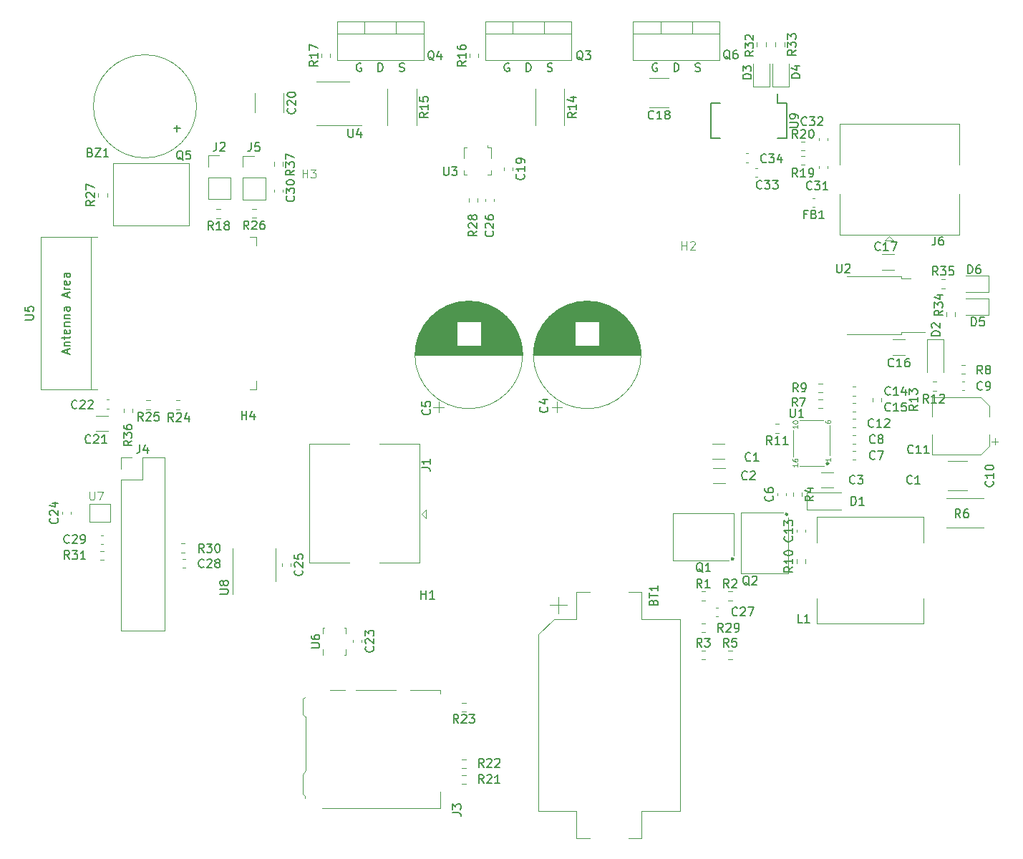
<source format=gbr>
%TF.GenerationSoftware,KiCad,Pcbnew,7.0.2-0*%
%TF.CreationDate,2023-06-29T11:19:38+08:00*%
%TF.ProjectId,H160_board,48313630-5f62-46f6-9172-642e6b696361,rev?*%
%TF.SameCoordinates,Original*%
%TF.FileFunction,Legend,Top*%
%TF.FilePolarity,Positive*%
%FSLAX46Y46*%
G04 Gerber Fmt 4.6, Leading zero omitted, Abs format (unit mm)*
G04 Created by KiCad (PCBNEW 7.0.2-0) date 2023-06-29 11:19:38*
%MOMM*%
%LPD*%
G01*
G04 APERTURE LIST*
%ADD10C,0.150000*%
%ADD11C,0.120000*%
%ADD12C,0.100000*%
%ADD13C,0.300000*%
G04 APERTURE END LIST*
D10*
X145408333Y-115167380D02*
X145360714Y-115215000D01*
X145360714Y-115215000D02*
X145217857Y-115262619D01*
X145217857Y-115262619D02*
X145122619Y-115262619D01*
X145122619Y-115262619D02*
X144979762Y-115215000D01*
X144979762Y-115215000D02*
X144884524Y-115119761D01*
X144884524Y-115119761D02*
X144836905Y-115024523D01*
X144836905Y-115024523D02*
X144789286Y-114834047D01*
X144789286Y-114834047D02*
X144789286Y-114691190D01*
X144789286Y-114691190D02*
X144836905Y-114500714D01*
X144836905Y-114500714D02*
X144884524Y-114405476D01*
X144884524Y-114405476D02*
X144979762Y-114310238D01*
X144979762Y-114310238D02*
X145122619Y-114262619D01*
X145122619Y-114262619D02*
X145217857Y-114262619D01*
X145217857Y-114262619D02*
X145360714Y-114310238D01*
X145360714Y-114310238D02*
X145408333Y-114357857D01*
X146360714Y-115262619D02*
X145789286Y-115262619D01*
X146075000Y-115262619D02*
X146075000Y-114262619D01*
X146075000Y-114262619D02*
X145979762Y-114405476D01*
X145979762Y-114405476D02*
X145884524Y-114500714D01*
X145884524Y-114500714D02*
X145789286Y-114548333D01*
%TO.C,U5*%
X40512619Y-95836904D02*
X41322142Y-95836904D01*
X41322142Y-95836904D02*
X41417380Y-95789285D01*
X41417380Y-95789285D02*
X41465000Y-95741666D01*
X41465000Y-95741666D02*
X41512619Y-95646428D01*
X41512619Y-95646428D02*
X41512619Y-95455952D01*
X41512619Y-95455952D02*
X41465000Y-95360714D01*
X41465000Y-95360714D02*
X41417380Y-95313095D01*
X41417380Y-95313095D02*
X41322142Y-95265476D01*
X41322142Y-95265476D02*
X40512619Y-95265476D01*
X40512619Y-94313095D02*
X40512619Y-94789285D01*
X40512619Y-94789285D02*
X40988809Y-94836904D01*
X40988809Y-94836904D02*
X40941190Y-94789285D01*
X40941190Y-94789285D02*
X40893571Y-94694047D01*
X40893571Y-94694047D02*
X40893571Y-94455952D01*
X40893571Y-94455952D02*
X40941190Y-94360714D01*
X40941190Y-94360714D02*
X40988809Y-94313095D01*
X40988809Y-94313095D02*
X41084047Y-94265476D01*
X41084047Y-94265476D02*
X41322142Y-94265476D01*
X41322142Y-94265476D02*
X41417380Y-94313095D01*
X41417380Y-94313095D02*
X41465000Y-94360714D01*
X41465000Y-94360714D02*
X41512619Y-94455952D01*
X41512619Y-94455952D02*
X41512619Y-94694047D01*
X41512619Y-94694047D02*
X41465000Y-94789285D01*
X41465000Y-94789285D02*
X41417380Y-94836904D01*
X45526904Y-99836905D02*
X45526904Y-99360715D01*
X45812619Y-99932143D02*
X44812619Y-99598810D01*
X44812619Y-99598810D02*
X45812619Y-99265477D01*
X45145952Y-98932143D02*
X45812619Y-98932143D01*
X45241190Y-98932143D02*
X45193571Y-98884524D01*
X45193571Y-98884524D02*
X45145952Y-98789286D01*
X45145952Y-98789286D02*
X45145952Y-98646429D01*
X45145952Y-98646429D02*
X45193571Y-98551191D01*
X45193571Y-98551191D02*
X45288809Y-98503572D01*
X45288809Y-98503572D02*
X45812619Y-98503572D01*
X45145952Y-98170238D02*
X45145952Y-97789286D01*
X44812619Y-98027381D02*
X45669761Y-98027381D01*
X45669761Y-98027381D02*
X45765000Y-97979762D01*
X45765000Y-97979762D02*
X45812619Y-97884524D01*
X45812619Y-97884524D02*
X45812619Y-97789286D01*
X45765000Y-97075000D02*
X45812619Y-97170238D01*
X45812619Y-97170238D02*
X45812619Y-97360714D01*
X45812619Y-97360714D02*
X45765000Y-97455952D01*
X45765000Y-97455952D02*
X45669761Y-97503571D01*
X45669761Y-97503571D02*
X45288809Y-97503571D01*
X45288809Y-97503571D02*
X45193571Y-97455952D01*
X45193571Y-97455952D02*
X45145952Y-97360714D01*
X45145952Y-97360714D02*
X45145952Y-97170238D01*
X45145952Y-97170238D02*
X45193571Y-97075000D01*
X45193571Y-97075000D02*
X45288809Y-97027381D01*
X45288809Y-97027381D02*
X45384047Y-97027381D01*
X45384047Y-97027381D02*
X45479285Y-97503571D01*
X45145952Y-96598809D02*
X45812619Y-96598809D01*
X45241190Y-96598809D02*
X45193571Y-96551190D01*
X45193571Y-96551190D02*
X45145952Y-96455952D01*
X45145952Y-96455952D02*
X45145952Y-96313095D01*
X45145952Y-96313095D02*
X45193571Y-96217857D01*
X45193571Y-96217857D02*
X45288809Y-96170238D01*
X45288809Y-96170238D02*
X45812619Y-96170238D01*
X45145952Y-95694047D02*
X45812619Y-95694047D01*
X45241190Y-95694047D02*
X45193571Y-95646428D01*
X45193571Y-95646428D02*
X45145952Y-95551190D01*
X45145952Y-95551190D02*
X45145952Y-95408333D01*
X45145952Y-95408333D02*
X45193571Y-95313095D01*
X45193571Y-95313095D02*
X45288809Y-95265476D01*
X45288809Y-95265476D02*
X45812619Y-95265476D01*
X45812619Y-94360714D02*
X45288809Y-94360714D01*
X45288809Y-94360714D02*
X45193571Y-94408333D01*
X45193571Y-94408333D02*
X45145952Y-94503571D01*
X45145952Y-94503571D02*
X45145952Y-94694047D01*
X45145952Y-94694047D02*
X45193571Y-94789285D01*
X45765000Y-94360714D02*
X45812619Y-94455952D01*
X45812619Y-94455952D02*
X45812619Y-94694047D01*
X45812619Y-94694047D02*
X45765000Y-94789285D01*
X45765000Y-94789285D02*
X45669761Y-94836904D01*
X45669761Y-94836904D02*
X45574523Y-94836904D01*
X45574523Y-94836904D02*
X45479285Y-94789285D01*
X45479285Y-94789285D02*
X45431666Y-94694047D01*
X45431666Y-94694047D02*
X45431666Y-94455952D01*
X45431666Y-94455952D02*
X45384047Y-94360714D01*
X45526904Y-93170237D02*
X45526904Y-92694047D01*
X45812619Y-93265475D02*
X44812619Y-92932142D01*
X44812619Y-92932142D02*
X45812619Y-92598809D01*
X45812619Y-92265475D02*
X45145952Y-92265475D01*
X45336428Y-92265475D02*
X45241190Y-92217856D01*
X45241190Y-92217856D02*
X45193571Y-92170237D01*
X45193571Y-92170237D02*
X45145952Y-92074999D01*
X45145952Y-92074999D02*
X45145952Y-91979761D01*
X45765000Y-91265475D02*
X45812619Y-91360713D01*
X45812619Y-91360713D02*
X45812619Y-91551189D01*
X45812619Y-91551189D02*
X45765000Y-91646427D01*
X45765000Y-91646427D02*
X45669761Y-91694046D01*
X45669761Y-91694046D02*
X45288809Y-91694046D01*
X45288809Y-91694046D02*
X45193571Y-91646427D01*
X45193571Y-91646427D02*
X45145952Y-91551189D01*
X45145952Y-91551189D02*
X45145952Y-91360713D01*
X45145952Y-91360713D02*
X45193571Y-91265475D01*
X45193571Y-91265475D02*
X45288809Y-91217856D01*
X45288809Y-91217856D02*
X45384047Y-91217856D01*
X45384047Y-91217856D02*
X45479285Y-91694046D01*
X45812619Y-90360713D02*
X45288809Y-90360713D01*
X45288809Y-90360713D02*
X45193571Y-90408332D01*
X45193571Y-90408332D02*
X45145952Y-90503570D01*
X45145952Y-90503570D02*
X45145952Y-90694046D01*
X45145952Y-90694046D02*
X45193571Y-90789284D01*
X45765000Y-90360713D02*
X45812619Y-90455951D01*
X45812619Y-90455951D02*
X45812619Y-90694046D01*
X45812619Y-90694046D02*
X45765000Y-90789284D01*
X45765000Y-90789284D02*
X45669761Y-90836903D01*
X45669761Y-90836903D02*
X45574523Y-90836903D01*
X45574523Y-90836903D02*
X45479285Y-90789284D01*
X45479285Y-90789284D02*
X45431666Y-90694046D01*
X45431666Y-90694046D02*
X45431666Y-90455951D01*
X45431666Y-90455951D02*
X45384047Y-90360713D01*
%TO.C,U9*%
X130962619Y-73061904D02*
X131772142Y-73061904D01*
X131772142Y-73061904D02*
X131867380Y-73014285D01*
X131867380Y-73014285D02*
X131915000Y-72966666D01*
X131915000Y-72966666D02*
X131962619Y-72871428D01*
X131962619Y-72871428D02*
X131962619Y-72680952D01*
X131962619Y-72680952D02*
X131915000Y-72585714D01*
X131915000Y-72585714D02*
X131867380Y-72538095D01*
X131867380Y-72538095D02*
X131772142Y-72490476D01*
X131772142Y-72490476D02*
X130962619Y-72490476D01*
X131962619Y-71966666D02*
X131962619Y-71776190D01*
X131962619Y-71776190D02*
X131915000Y-71680952D01*
X131915000Y-71680952D02*
X131867380Y-71633333D01*
X131867380Y-71633333D02*
X131724523Y-71538095D01*
X131724523Y-71538095D02*
X131534047Y-71490476D01*
X131534047Y-71490476D02*
X131153095Y-71490476D01*
X131153095Y-71490476D02*
X131057857Y-71538095D01*
X131057857Y-71538095D02*
X131010238Y-71585714D01*
X131010238Y-71585714D02*
X130962619Y-71680952D01*
X130962619Y-71680952D02*
X130962619Y-71871428D01*
X130962619Y-71871428D02*
X131010238Y-71966666D01*
X131010238Y-71966666D02*
X131057857Y-72014285D01*
X131057857Y-72014285D02*
X131153095Y-72061904D01*
X131153095Y-72061904D02*
X131391190Y-72061904D01*
X131391190Y-72061904D02*
X131486428Y-72014285D01*
X131486428Y-72014285D02*
X131534047Y-71966666D01*
X131534047Y-71966666D02*
X131581666Y-71871428D01*
X131581666Y-71871428D02*
X131581666Y-71680952D01*
X131581666Y-71680952D02*
X131534047Y-71585714D01*
X131534047Y-71585714D02*
X131486428Y-71538095D01*
X131486428Y-71538095D02*
X131391190Y-71490476D01*
%TO.C,R37*%
X72362619Y-78142857D02*
X71886428Y-78476190D01*
X72362619Y-78714285D02*
X71362619Y-78714285D01*
X71362619Y-78714285D02*
X71362619Y-78333333D01*
X71362619Y-78333333D02*
X71410238Y-78238095D01*
X71410238Y-78238095D02*
X71457857Y-78190476D01*
X71457857Y-78190476D02*
X71553095Y-78142857D01*
X71553095Y-78142857D02*
X71695952Y-78142857D01*
X71695952Y-78142857D02*
X71791190Y-78190476D01*
X71791190Y-78190476D02*
X71838809Y-78238095D01*
X71838809Y-78238095D02*
X71886428Y-78333333D01*
X71886428Y-78333333D02*
X71886428Y-78714285D01*
X71362619Y-77809523D02*
X71362619Y-77190476D01*
X71362619Y-77190476D02*
X71743571Y-77523809D01*
X71743571Y-77523809D02*
X71743571Y-77380952D01*
X71743571Y-77380952D02*
X71791190Y-77285714D01*
X71791190Y-77285714D02*
X71838809Y-77238095D01*
X71838809Y-77238095D02*
X71934047Y-77190476D01*
X71934047Y-77190476D02*
X72172142Y-77190476D01*
X72172142Y-77190476D02*
X72267380Y-77238095D01*
X72267380Y-77238095D02*
X72315000Y-77285714D01*
X72315000Y-77285714D02*
X72362619Y-77380952D01*
X72362619Y-77380952D02*
X72362619Y-77666666D01*
X72362619Y-77666666D02*
X72315000Y-77761904D01*
X72315000Y-77761904D02*
X72267380Y-77809523D01*
X71362619Y-76857142D02*
X71362619Y-76190476D01*
X71362619Y-76190476D02*
X72362619Y-76619047D01*
%TO.C,R36*%
X53162619Y-110142857D02*
X52686428Y-110476190D01*
X53162619Y-110714285D02*
X52162619Y-110714285D01*
X52162619Y-110714285D02*
X52162619Y-110333333D01*
X52162619Y-110333333D02*
X52210238Y-110238095D01*
X52210238Y-110238095D02*
X52257857Y-110190476D01*
X52257857Y-110190476D02*
X52353095Y-110142857D01*
X52353095Y-110142857D02*
X52495952Y-110142857D01*
X52495952Y-110142857D02*
X52591190Y-110190476D01*
X52591190Y-110190476D02*
X52638809Y-110238095D01*
X52638809Y-110238095D02*
X52686428Y-110333333D01*
X52686428Y-110333333D02*
X52686428Y-110714285D01*
X52162619Y-109809523D02*
X52162619Y-109190476D01*
X52162619Y-109190476D02*
X52543571Y-109523809D01*
X52543571Y-109523809D02*
X52543571Y-109380952D01*
X52543571Y-109380952D02*
X52591190Y-109285714D01*
X52591190Y-109285714D02*
X52638809Y-109238095D01*
X52638809Y-109238095D02*
X52734047Y-109190476D01*
X52734047Y-109190476D02*
X52972142Y-109190476D01*
X52972142Y-109190476D02*
X53067380Y-109238095D01*
X53067380Y-109238095D02*
X53115000Y-109285714D01*
X53115000Y-109285714D02*
X53162619Y-109380952D01*
X53162619Y-109380952D02*
X53162619Y-109666666D01*
X53162619Y-109666666D02*
X53115000Y-109761904D01*
X53115000Y-109761904D02*
X53067380Y-109809523D01*
X52162619Y-108333333D02*
X52162619Y-108523809D01*
X52162619Y-108523809D02*
X52210238Y-108619047D01*
X52210238Y-108619047D02*
X52257857Y-108666666D01*
X52257857Y-108666666D02*
X52400714Y-108761904D01*
X52400714Y-108761904D02*
X52591190Y-108809523D01*
X52591190Y-108809523D02*
X52972142Y-108809523D01*
X52972142Y-108809523D02*
X53067380Y-108761904D01*
X53067380Y-108761904D02*
X53115000Y-108714285D01*
X53115000Y-108714285D02*
X53162619Y-108619047D01*
X53162619Y-108619047D02*
X53162619Y-108428571D01*
X53162619Y-108428571D02*
X53115000Y-108333333D01*
X53115000Y-108333333D02*
X53067380Y-108285714D01*
X53067380Y-108285714D02*
X52972142Y-108238095D01*
X52972142Y-108238095D02*
X52734047Y-108238095D01*
X52734047Y-108238095D02*
X52638809Y-108285714D01*
X52638809Y-108285714D02*
X52591190Y-108333333D01*
X52591190Y-108333333D02*
X52543571Y-108428571D01*
X52543571Y-108428571D02*
X52543571Y-108619047D01*
X52543571Y-108619047D02*
X52591190Y-108714285D01*
X52591190Y-108714285D02*
X52638809Y-108761904D01*
X52638809Y-108761904D02*
X52734047Y-108809523D01*
%TO.C,R35*%
X148457142Y-90562619D02*
X148123809Y-90086428D01*
X147885714Y-90562619D02*
X147885714Y-89562619D01*
X147885714Y-89562619D02*
X148266666Y-89562619D01*
X148266666Y-89562619D02*
X148361904Y-89610238D01*
X148361904Y-89610238D02*
X148409523Y-89657857D01*
X148409523Y-89657857D02*
X148457142Y-89753095D01*
X148457142Y-89753095D02*
X148457142Y-89895952D01*
X148457142Y-89895952D02*
X148409523Y-89991190D01*
X148409523Y-89991190D02*
X148361904Y-90038809D01*
X148361904Y-90038809D02*
X148266666Y-90086428D01*
X148266666Y-90086428D02*
X147885714Y-90086428D01*
X148790476Y-89562619D02*
X149409523Y-89562619D01*
X149409523Y-89562619D02*
X149076190Y-89943571D01*
X149076190Y-89943571D02*
X149219047Y-89943571D01*
X149219047Y-89943571D02*
X149314285Y-89991190D01*
X149314285Y-89991190D02*
X149361904Y-90038809D01*
X149361904Y-90038809D02*
X149409523Y-90134047D01*
X149409523Y-90134047D02*
X149409523Y-90372142D01*
X149409523Y-90372142D02*
X149361904Y-90467380D01*
X149361904Y-90467380D02*
X149314285Y-90515000D01*
X149314285Y-90515000D02*
X149219047Y-90562619D01*
X149219047Y-90562619D02*
X148933333Y-90562619D01*
X148933333Y-90562619D02*
X148838095Y-90515000D01*
X148838095Y-90515000D02*
X148790476Y-90467380D01*
X150314285Y-89562619D02*
X149838095Y-89562619D01*
X149838095Y-89562619D02*
X149790476Y-90038809D01*
X149790476Y-90038809D02*
X149838095Y-89991190D01*
X149838095Y-89991190D02*
X149933333Y-89943571D01*
X149933333Y-89943571D02*
X150171428Y-89943571D01*
X150171428Y-89943571D02*
X150266666Y-89991190D01*
X150266666Y-89991190D02*
X150314285Y-90038809D01*
X150314285Y-90038809D02*
X150361904Y-90134047D01*
X150361904Y-90134047D02*
X150361904Y-90372142D01*
X150361904Y-90372142D02*
X150314285Y-90467380D01*
X150314285Y-90467380D02*
X150266666Y-90515000D01*
X150266666Y-90515000D02*
X150171428Y-90562619D01*
X150171428Y-90562619D02*
X149933333Y-90562619D01*
X149933333Y-90562619D02*
X149838095Y-90515000D01*
X149838095Y-90515000D02*
X149790476Y-90467380D01*
%TO.C,R34*%
X149062619Y-94742857D02*
X148586428Y-95076190D01*
X149062619Y-95314285D02*
X148062619Y-95314285D01*
X148062619Y-95314285D02*
X148062619Y-94933333D01*
X148062619Y-94933333D02*
X148110238Y-94838095D01*
X148110238Y-94838095D02*
X148157857Y-94790476D01*
X148157857Y-94790476D02*
X148253095Y-94742857D01*
X148253095Y-94742857D02*
X148395952Y-94742857D01*
X148395952Y-94742857D02*
X148491190Y-94790476D01*
X148491190Y-94790476D02*
X148538809Y-94838095D01*
X148538809Y-94838095D02*
X148586428Y-94933333D01*
X148586428Y-94933333D02*
X148586428Y-95314285D01*
X148062619Y-94409523D02*
X148062619Y-93790476D01*
X148062619Y-93790476D02*
X148443571Y-94123809D01*
X148443571Y-94123809D02*
X148443571Y-93980952D01*
X148443571Y-93980952D02*
X148491190Y-93885714D01*
X148491190Y-93885714D02*
X148538809Y-93838095D01*
X148538809Y-93838095D02*
X148634047Y-93790476D01*
X148634047Y-93790476D02*
X148872142Y-93790476D01*
X148872142Y-93790476D02*
X148967380Y-93838095D01*
X148967380Y-93838095D02*
X149015000Y-93885714D01*
X149015000Y-93885714D02*
X149062619Y-93980952D01*
X149062619Y-93980952D02*
X149062619Y-94266666D01*
X149062619Y-94266666D02*
X149015000Y-94361904D01*
X149015000Y-94361904D02*
X148967380Y-94409523D01*
X148395952Y-92933333D02*
X149062619Y-92933333D01*
X148015000Y-93171428D02*
X148729285Y-93409523D01*
X148729285Y-93409523D02*
X148729285Y-92790476D01*
%TO.C,R33*%
X131692619Y-63942857D02*
X131216428Y-64276190D01*
X131692619Y-64514285D02*
X130692619Y-64514285D01*
X130692619Y-64514285D02*
X130692619Y-64133333D01*
X130692619Y-64133333D02*
X130740238Y-64038095D01*
X130740238Y-64038095D02*
X130787857Y-63990476D01*
X130787857Y-63990476D02*
X130883095Y-63942857D01*
X130883095Y-63942857D02*
X131025952Y-63942857D01*
X131025952Y-63942857D02*
X131121190Y-63990476D01*
X131121190Y-63990476D02*
X131168809Y-64038095D01*
X131168809Y-64038095D02*
X131216428Y-64133333D01*
X131216428Y-64133333D02*
X131216428Y-64514285D01*
X130692619Y-63609523D02*
X130692619Y-62990476D01*
X130692619Y-62990476D02*
X131073571Y-63323809D01*
X131073571Y-63323809D02*
X131073571Y-63180952D01*
X131073571Y-63180952D02*
X131121190Y-63085714D01*
X131121190Y-63085714D02*
X131168809Y-63038095D01*
X131168809Y-63038095D02*
X131264047Y-62990476D01*
X131264047Y-62990476D02*
X131502142Y-62990476D01*
X131502142Y-62990476D02*
X131597380Y-63038095D01*
X131597380Y-63038095D02*
X131645000Y-63085714D01*
X131645000Y-63085714D02*
X131692619Y-63180952D01*
X131692619Y-63180952D02*
X131692619Y-63466666D01*
X131692619Y-63466666D02*
X131645000Y-63561904D01*
X131645000Y-63561904D02*
X131597380Y-63609523D01*
X130692619Y-62657142D02*
X130692619Y-62038095D01*
X130692619Y-62038095D02*
X131073571Y-62371428D01*
X131073571Y-62371428D02*
X131073571Y-62228571D01*
X131073571Y-62228571D02*
X131121190Y-62133333D01*
X131121190Y-62133333D02*
X131168809Y-62085714D01*
X131168809Y-62085714D02*
X131264047Y-62038095D01*
X131264047Y-62038095D02*
X131502142Y-62038095D01*
X131502142Y-62038095D02*
X131597380Y-62085714D01*
X131597380Y-62085714D02*
X131645000Y-62133333D01*
X131645000Y-62133333D02*
X131692619Y-62228571D01*
X131692619Y-62228571D02*
X131692619Y-62514285D01*
X131692619Y-62514285D02*
X131645000Y-62609523D01*
X131645000Y-62609523D02*
X131597380Y-62657142D01*
%TO.C,R32*%
X126662619Y-64042857D02*
X126186428Y-64376190D01*
X126662619Y-64614285D02*
X125662619Y-64614285D01*
X125662619Y-64614285D02*
X125662619Y-64233333D01*
X125662619Y-64233333D02*
X125710238Y-64138095D01*
X125710238Y-64138095D02*
X125757857Y-64090476D01*
X125757857Y-64090476D02*
X125853095Y-64042857D01*
X125853095Y-64042857D02*
X125995952Y-64042857D01*
X125995952Y-64042857D02*
X126091190Y-64090476D01*
X126091190Y-64090476D02*
X126138809Y-64138095D01*
X126138809Y-64138095D02*
X126186428Y-64233333D01*
X126186428Y-64233333D02*
X126186428Y-64614285D01*
X125662619Y-63709523D02*
X125662619Y-63090476D01*
X125662619Y-63090476D02*
X126043571Y-63423809D01*
X126043571Y-63423809D02*
X126043571Y-63280952D01*
X126043571Y-63280952D02*
X126091190Y-63185714D01*
X126091190Y-63185714D02*
X126138809Y-63138095D01*
X126138809Y-63138095D02*
X126234047Y-63090476D01*
X126234047Y-63090476D02*
X126472142Y-63090476D01*
X126472142Y-63090476D02*
X126567380Y-63138095D01*
X126567380Y-63138095D02*
X126615000Y-63185714D01*
X126615000Y-63185714D02*
X126662619Y-63280952D01*
X126662619Y-63280952D02*
X126662619Y-63566666D01*
X126662619Y-63566666D02*
X126615000Y-63661904D01*
X126615000Y-63661904D02*
X126567380Y-63709523D01*
X125757857Y-62709523D02*
X125710238Y-62661904D01*
X125710238Y-62661904D02*
X125662619Y-62566666D01*
X125662619Y-62566666D02*
X125662619Y-62328571D01*
X125662619Y-62328571D02*
X125710238Y-62233333D01*
X125710238Y-62233333D02*
X125757857Y-62185714D01*
X125757857Y-62185714D02*
X125853095Y-62138095D01*
X125853095Y-62138095D02*
X125948333Y-62138095D01*
X125948333Y-62138095D02*
X126091190Y-62185714D01*
X126091190Y-62185714D02*
X126662619Y-62757142D01*
X126662619Y-62757142D02*
X126662619Y-62138095D01*
%TO.C,R31*%
X45757142Y-124162619D02*
X45423809Y-123686428D01*
X45185714Y-124162619D02*
X45185714Y-123162619D01*
X45185714Y-123162619D02*
X45566666Y-123162619D01*
X45566666Y-123162619D02*
X45661904Y-123210238D01*
X45661904Y-123210238D02*
X45709523Y-123257857D01*
X45709523Y-123257857D02*
X45757142Y-123353095D01*
X45757142Y-123353095D02*
X45757142Y-123495952D01*
X45757142Y-123495952D02*
X45709523Y-123591190D01*
X45709523Y-123591190D02*
X45661904Y-123638809D01*
X45661904Y-123638809D02*
X45566666Y-123686428D01*
X45566666Y-123686428D02*
X45185714Y-123686428D01*
X46090476Y-123162619D02*
X46709523Y-123162619D01*
X46709523Y-123162619D02*
X46376190Y-123543571D01*
X46376190Y-123543571D02*
X46519047Y-123543571D01*
X46519047Y-123543571D02*
X46614285Y-123591190D01*
X46614285Y-123591190D02*
X46661904Y-123638809D01*
X46661904Y-123638809D02*
X46709523Y-123734047D01*
X46709523Y-123734047D02*
X46709523Y-123972142D01*
X46709523Y-123972142D02*
X46661904Y-124067380D01*
X46661904Y-124067380D02*
X46614285Y-124115000D01*
X46614285Y-124115000D02*
X46519047Y-124162619D01*
X46519047Y-124162619D02*
X46233333Y-124162619D01*
X46233333Y-124162619D02*
X46138095Y-124115000D01*
X46138095Y-124115000D02*
X46090476Y-124067380D01*
X47661904Y-124162619D02*
X47090476Y-124162619D01*
X47376190Y-124162619D02*
X47376190Y-123162619D01*
X47376190Y-123162619D02*
X47280952Y-123305476D01*
X47280952Y-123305476D02*
X47185714Y-123400714D01*
X47185714Y-123400714D02*
X47090476Y-123448333D01*
%TO.C,R30*%
X61657142Y-123362619D02*
X61323809Y-122886428D01*
X61085714Y-123362619D02*
X61085714Y-122362619D01*
X61085714Y-122362619D02*
X61466666Y-122362619D01*
X61466666Y-122362619D02*
X61561904Y-122410238D01*
X61561904Y-122410238D02*
X61609523Y-122457857D01*
X61609523Y-122457857D02*
X61657142Y-122553095D01*
X61657142Y-122553095D02*
X61657142Y-122695952D01*
X61657142Y-122695952D02*
X61609523Y-122791190D01*
X61609523Y-122791190D02*
X61561904Y-122838809D01*
X61561904Y-122838809D02*
X61466666Y-122886428D01*
X61466666Y-122886428D02*
X61085714Y-122886428D01*
X61990476Y-122362619D02*
X62609523Y-122362619D01*
X62609523Y-122362619D02*
X62276190Y-122743571D01*
X62276190Y-122743571D02*
X62419047Y-122743571D01*
X62419047Y-122743571D02*
X62514285Y-122791190D01*
X62514285Y-122791190D02*
X62561904Y-122838809D01*
X62561904Y-122838809D02*
X62609523Y-122934047D01*
X62609523Y-122934047D02*
X62609523Y-123172142D01*
X62609523Y-123172142D02*
X62561904Y-123267380D01*
X62561904Y-123267380D02*
X62514285Y-123315000D01*
X62514285Y-123315000D02*
X62419047Y-123362619D01*
X62419047Y-123362619D02*
X62133333Y-123362619D01*
X62133333Y-123362619D02*
X62038095Y-123315000D01*
X62038095Y-123315000D02*
X61990476Y-123267380D01*
X63228571Y-122362619D02*
X63323809Y-122362619D01*
X63323809Y-122362619D02*
X63419047Y-122410238D01*
X63419047Y-122410238D02*
X63466666Y-122457857D01*
X63466666Y-122457857D02*
X63514285Y-122553095D01*
X63514285Y-122553095D02*
X63561904Y-122743571D01*
X63561904Y-122743571D02*
X63561904Y-122981666D01*
X63561904Y-122981666D02*
X63514285Y-123172142D01*
X63514285Y-123172142D02*
X63466666Y-123267380D01*
X63466666Y-123267380D02*
X63419047Y-123315000D01*
X63419047Y-123315000D02*
X63323809Y-123362619D01*
X63323809Y-123362619D02*
X63228571Y-123362619D01*
X63228571Y-123362619D02*
X63133333Y-123315000D01*
X63133333Y-123315000D02*
X63085714Y-123267380D01*
X63085714Y-123267380D02*
X63038095Y-123172142D01*
X63038095Y-123172142D02*
X62990476Y-122981666D01*
X62990476Y-122981666D02*
X62990476Y-122743571D01*
X62990476Y-122743571D02*
X63038095Y-122553095D01*
X63038095Y-122553095D02*
X63085714Y-122457857D01*
X63085714Y-122457857D02*
X63133333Y-122410238D01*
X63133333Y-122410238D02*
X63228571Y-122362619D01*
%TO.C,R29*%
X123057142Y-132762619D02*
X122723809Y-132286428D01*
X122485714Y-132762619D02*
X122485714Y-131762619D01*
X122485714Y-131762619D02*
X122866666Y-131762619D01*
X122866666Y-131762619D02*
X122961904Y-131810238D01*
X122961904Y-131810238D02*
X123009523Y-131857857D01*
X123009523Y-131857857D02*
X123057142Y-131953095D01*
X123057142Y-131953095D02*
X123057142Y-132095952D01*
X123057142Y-132095952D02*
X123009523Y-132191190D01*
X123009523Y-132191190D02*
X122961904Y-132238809D01*
X122961904Y-132238809D02*
X122866666Y-132286428D01*
X122866666Y-132286428D02*
X122485714Y-132286428D01*
X123438095Y-131857857D02*
X123485714Y-131810238D01*
X123485714Y-131810238D02*
X123580952Y-131762619D01*
X123580952Y-131762619D02*
X123819047Y-131762619D01*
X123819047Y-131762619D02*
X123914285Y-131810238D01*
X123914285Y-131810238D02*
X123961904Y-131857857D01*
X123961904Y-131857857D02*
X124009523Y-131953095D01*
X124009523Y-131953095D02*
X124009523Y-132048333D01*
X124009523Y-132048333D02*
X123961904Y-132191190D01*
X123961904Y-132191190D02*
X123390476Y-132762619D01*
X123390476Y-132762619D02*
X124009523Y-132762619D01*
X124485714Y-132762619D02*
X124676190Y-132762619D01*
X124676190Y-132762619D02*
X124771428Y-132715000D01*
X124771428Y-132715000D02*
X124819047Y-132667380D01*
X124819047Y-132667380D02*
X124914285Y-132524523D01*
X124914285Y-132524523D02*
X124961904Y-132334047D01*
X124961904Y-132334047D02*
X124961904Y-131953095D01*
X124961904Y-131953095D02*
X124914285Y-131857857D01*
X124914285Y-131857857D02*
X124866666Y-131810238D01*
X124866666Y-131810238D02*
X124771428Y-131762619D01*
X124771428Y-131762619D02*
X124580952Y-131762619D01*
X124580952Y-131762619D02*
X124485714Y-131810238D01*
X124485714Y-131810238D02*
X124438095Y-131857857D01*
X124438095Y-131857857D02*
X124390476Y-131953095D01*
X124390476Y-131953095D02*
X124390476Y-132191190D01*
X124390476Y-132191190D02*
X124438095Y-132286428D01*
X124438095Y-132286428D02*
X124485714Y-132334047D01*
X124485714Y-132334047D02*
X124580952Y-132381666D01*
X124580952Y-132381666D02*
X124771428Y-132381666D01*
X124771428Y-132381666D02*
X124866666Y-132334047D01*
X124866666Y-132334047D02*
X124914285Y-132286428D01*
X124914285Y-132286428D02*
X124961904Y-132191190D01*
%TO.C,R28*%
X93962619Y-85342857D02*
X93486428Y-85676190D01*
X93962619Y-85914285D02*
X92962619Y-85914285D01*
X92962619Y-85914285D02*
X92962619Y-85533333D01*
X92962619Y-85533333D02*
X93010238Y-85438095D01*
X93010238Y-85438095D02*
X93057857Y-85390476D01*
X93057857Y-85390476D02*
X93153095Y-85342857D01*
X93153095Y-85342857D02*
X93295952Y-85342857D01*
X93295952Y-85342857D02*
X93391190Y-85390476D01*
X93391190Y-85390476D02*
X93438809Y-85438095D01*
X93438809Y-85438095D02*
X93486428Y-85533333D01*
X93486428Y-85533333D02*
X93486428Y-85914285D01*
X93057857Y-84961904D02*
X93010238Y-84914285D01*
X93010238Y-84914285D02*
X92962619Y-84819047D01*
X92962619Y-84819047D02*
X92962619Y-84580952D01*
X92962619Y-84580952D02*
X93010238Y-84485714D01*
X93010238Y-84485714D02*
X93057857Y-84438095D01*
X93057857Y-84438095D02*
X93153095Y-84390476D01*
X93153095Y-84390476D02*
X93248333Y-84390476D01*
X93248333Y-84390476D02*
X93391190Y-84438095D01*
X93391190Y-84438095D02*
X93962619Y-85009523D01*
X93962619Y-85009523D02*
X93962619Y-84390476D01*
X93391190Y-83819047D02*
X93343571Y-83914285D01*
X93343571Y-83914285D02*
X93295952Y-83961904D01*
X93295952Y-83961904D02*
X93200714Y-84009523D01*
X93200714Y-84009523D02*
X93153095Y-84009523D01*
X93153095Y-84009523D02*
X93057857Y-83961904D01*
X93057857Y-83961904D02*
X93010238Y-83914285D01*
X93010238Y-83914285D02*
X92962619Y-83819047D01*
X92962619Y-83819047D02*
X92962619Y-83628571D01*
X92962619Y-83628571D02*
X93010238Y-83533333D01*
X93010238Y-83533333D02*
X93057857Y-83485714D01*
X93057857Y-83485714D02*
X93153095Y-83438095D01*
X93153095Y-83438095D02*
X93200714Y-83438095D01*
X93200714Y-83438095D02*
X93295952Y-83485714D01*
X93295952Y-83485714D02*
X93343571Y-83533333D01*
X93343571Y-83533333D02*
X93391190Y-83628571D01*
X93391190Y-83628571D02*
X93391190Y-83819047D01*
X93391190Y-83819047D02*
X93438809Y-83914285D01*
X93438809Y-83914285D02*
X93486428Y-83961904D01*
X93486428Y-83961904D02*
X93581666Y-84009523D01*
X93581666Y-84009523D02*
X93772142Y-84009523D01*
X93772142Y-84009523D02*
X93867380Y-83961904D01*
X93867380Y-83961904D02*
X93915000Y-83914285D01*
X93915000Y-83914285D02*
X93962619Y-83819047D01*
X93962619Y-83819047D02*
X93962619Y-83628571D01*
X93962619Y-83628571D02*
X93915000Y-83533333D01*
X93915000Y-83533333D02*
X93867380Y-83485714D01*
X93867380Y-83485714D02*
X93772142Y-83438095D01*
X93772142Y-83438095D02*
X93581666Y-83438095D01*
X93581666Y-83438095D02*
X93486428Y-83485714D01*
X93486428Y-83485714D02*
X93438809Y-83533333D01*
X93438809Y-83533333D02*
X93391190Y-83628571D01*
%TO.C,R27*%
X48732619Y-81742857D02*
X48256428Y-82076190D01*
X48732619Y-82314285D02*
X47732619Y-82314285D01*
X47732619Y-82314285D02*
X47732619Y-81933333D01*
X47732619Y-81933333D02*
X47780238Y-81838095D01*
X47780238Y-81838095D02*
X47827857Y-81790476D01*
X47827857Y-81790476D02*
X47923095Y-81742857D01*
X47923095Y-81742857D02*
X48065952Y-81742857D01*
X48065952Y-81742857D02*
X48161190Y-81790476D01*
X48161190Y-81790476D02*
X48208809Y-81838095D01*
X48208809Y-81838095D02*
X48256428Y-81933333D01*
X48256428Y-81933333D02*
X48256428Y-82314285D01*
X47827857Y-81361904D02*
X47780238Y-81314285D01*
X47780238Y-81314285D02*
X47732619Y-81219047D01*
X47732619Y-81219047D02*
X47732619Y-80980952D01*
X47732619Y-80980952D02*
X47780238Y-80885714D01*
X47780238Y-80885714D02*
X47827857Y-80838095D01*
X47827857Y-80838095D02*
X47923095Y-80790476D01*
X47923095Y-80790476D02*
X48018333Y-80790476D01*
X48018333Y-80790476D02*
X48161190Y-80838095D01*
X48161190Y-80838095D02*
X48732619Y-81409523D01*
X48732619Y-81409523D02*
X48732619Y-80790476D01*
X47732619Y-80457142D02*
X47732619Y-79790476D01*
X47732619Y-79790476D02*
X48732619Y-80219047D01*
%TO.C,R26*%
X66957142Y-85162619D02*
X66623809Y-84686428D01*
X66385714Y-85162619D02*
X66385714Y-84162619D01*
X66385714Y-84162619D02*
X66766666Y-84162619D01*
X66766666Y-84162619D02*
X66861904Y-84210238D01*
X66861904Y-84210238D02*
X66909523Y-84257857D01*
X66909523Y-84257857D02*
X66957142Y-84353095D01*
X66957142Y-84353095D02*
X66957142Y-84495952D01*
X66957142Y-84495952D02*
X66909523Y-84591190D01*
X66909523Y-84591190D02*
X66861904Y-84638809D01*
X66861904Y-84638809D02*
X66766666Y-84686428D01*
X66766666Y-84686428D02*
X66385714Y-84686428D01*
X67338095Y-84257857D02*
X67385714Y-84210238D01*
X67385714Y-84210238D02*
X67480952Y-84162619D01*
X67480952Y-84162619D02*
X67719047Y-84162619D01*
X67719047Y-84162619D02*
X67814285Y-84210238D01*
X67814285Y-84210238D02*
X67861904Y-84257857D01*
X67861904Y-84257857D02*
X67909523Y-84353095D01*
X67909523Y-84353095D02*
X67909523Y-84448333D01*
X67909523Y-84448333D02*
X67861904Y-84591190D01*
X67861904Y-84591190D02*
X67290476Y-85162619D01*
X67290476Y-85162619D02*
X67909523Y-85162619D01*
X68766666Y-84162619D02*
X68576190Y-84162619D01*
X68576190Y-84162619D02*
X68480952Y-84210238D01*
X68480952Y-84210238D02*
X68433333Y-84257857D01*
X68433333Y-84257857D02*
X68338095Y-84400714D01*
X68338095Y-84400714D02*
X68290476Y-84591190D01*
X68290476Y-84591190D02*
X68290476Y-84972142D01*
X68290476Y-84972142D02*
X68338095Y-85067380D01*
X68338095Y-85067380D02*
X68385714Y-85115000D01*
X68385714Y-85115000D02*
X68480952Y-85162619D01*
X68480952Y-85162619D02*
X68671428Y-85162619D01*
X68671428Y-85162619D02*
X68766666Y-85115000D01*
X68766666Y-85115000D02*
X68814285Y-85067380D01*
X68814285Y-85067380D02*
X68861904Y-84972142D01*
X68861904Y-84972142D02*
X68861904Y-84734047D01*
X68861904Y-84734047D02*
X68814285Y-84638809D01*
X68814285Y-84638809D02*
X68766666Y-84591190D01*
X68766666Y-84591190D02*
X68671428Y-84543571D01*
X68671428Y-84543571D02*
X68480952Y-84543571D01*
X68480952Y-84543571D02*
X68385714Y-84591190D01*
X68385714Y-84591190D02*
X68338095Y-84638809D01*
X68338095Y-84638809D02*
X68290476Y-84734047D01*
%TO.C,R25*%
X54457142Y-107792619D02*
X54123809Y-107316428D01*
X53885714Y-107792619D02*
X53885714Y-106792619D01*
X53885714Y-106792619D02*
X54266666Y-106792619D01*
X54266666Y-106792619D02*
X54361904Y-106840238D01*
X54361904Y-106840238D02*
X54409523Y-106887857D01*
X54409523Y-106887857D02*
X54457142Y-106983095D01*
X54457142Y-106983095D02*
X54457142Y-107125952D01*
X54457142Y-107125952D02*
X54409523Y-107221190D01*
X54409523Y-107221190D02*
X54361904Y-107268809D01*
X54361904Y-107268809D02*
X54266666Y-107316428D01*
X54266666Y-107316428D02*
X53885714Y-107316428D01*
X54838095Y-106887857D02*
X54885714Y-106840238D01*
X54885714Y-106840238D02*
X54980952Y-106792619D01*
X54980952Y-106792619D02*
X55219047Y-106792619D01*
X55219047Y-106792619D02*
X55314285Y-106840238D01*
X55314285Y-106840238D02*
X55361904Y-106887857D01*
X55361904Y-106887857D02*
X55409523Y-106983095D01*
X55409523Y-106983095D02*
X55409523Y-107078333D01*
X55409523Y-107078333D02*
X55361904Y-107221190D01*
X55361904Y-107221190D02*
X54790476Y-107792619D01*
X54790476Y-107792619D02*
X55409523Y-107792619D01*
X56314285Y-106792619D02*
X55838095Y-106792619D01*
X55838095Y-106792619D02*
X55790476Y-107268809D01*
X55790476Y-107268809D02*
X55838095Y-107221190D01*
X55838095Y-107221190D02*
X55933333Y-107173571D01*
X55933333Y-107173571D02*
X56171428Y-107173571D01*
X56171428Y-107173571D02*
X56266666Y-107221190D01*
X56266666Y-107221190D02*
X56314285Y-107268809D01*
X56314285Y-107268809D02*
X56361904Y-107364047D01*
X56361904Y-107364047D02*
X56361904Y-107602142D01*
X56361904Y-107602142D02*
X56314285Y-107697380D01*
X56314285Y-107697380D02*
X56266666Y-107745000D01*
X56266666Y-107745000D02*
X56171428Y-107792619D01*
X56171428Y-107792619D02*
X55933333Y-107792619D01*
X55933333Y-107792619D02*
X55838095Y-107745000D01*
X55838095Y-107745000D02*
X55790476Y-107697380D01*
%TO.C,R24*%
X58057142Y-107862619D02*
X57723809Y-107386428D01*
X57485714Y-107862619D02*
X57485714Y-106862619D01*
X57485714Y-106862619D02*
X57866666Y-106862619D01*
X57866666Y-106862619D02*
X57961904Y-106910238D01*
X57961904Y-106910238D02*
X58009523Y-106957857D01*
X58009523Y-106957857D02*
X58057142Y-107053095D01*
X58057142Y-107053095D02*
X58057142Y-107195952D01*
X58057142Y-107195952D02*
X58009523Y-107291190D01*
X58009523Y-107291190D02*
X57961904Y-107338809D01*
X57961904Y-107338809D02*
X57866666Y-107386428D01*
X57866666Y-107386428D02*
X57485714Y-107386428D01*
X58438095Y-106957857D02*
X58485714Y-106910238D01*
X58485714Y-106910238D02*
X58580952Y-106862619D01*
X58580952Y-106862619D02*
X58819047Y-106862619D01*
X58819047Y-106862619D02*
X58914285Y-106910238D01*
X58914285Y-106910238D02*
X58961904Y-106957857D01*
X58961904Y-106957857D02*
X59009523Y-107053095D01*
X59009523Y-107053095D02*
X59009523Y-107148333D01*
X59009523Y-107148333D02*
X58961904Y-107291190D01*
X58961904Y-107291190D02*
X58390476Y-107862619D01*
X58390476Y-107862619D02*
X59009523Y-107862619D01*
X59866666Y-107195952D02*
X59866666Y-107862619D01*
X59628571Y-106815000D02*
X59390476Y-107529285D01*
X59390476Y-107529285D02*
X60009523Y-107529285D01*
%TO.C,R23*%
X91767142Y-143547619D02*
X91433809Y-143071428D01*
X91195714Y-143547619D02*
X91195714Y-142547619D01*
X91195714Y-142547619D02*
X91576666Y-142547619D01*
X91576666Y-142547619D02*
X91671904Y-142595238D01*
X91671904Y-142595238D02*
X91719523Y-142642857D01*
X91719523Y-142642857D02*
X91767142Y-142738095D01*
X91767142Y-142738095D02*
X91767142Y-142880952D01*
X91767142Y-142880952D02*
X91719523Y-142976190D01*
X91719523Y-142976190D02*
X91671904Y-143023809D01*
X91671904Y-143023809D02*
X91576666Y-143071428D01*
X91576666Y-143071428D02*
X91195714Y-143071428D01*
X92148095Y-142642857D02*
X92195714Y-142595238D01*
X92195714Y-142595238D02*
X92290952Y-142547619D01*
X92290952Y-142547619D02*
X92529047Y-142547619D01*
X92529047Y-142547619D02*
X92624285Y-142595238D01*
X92624285Y-142595238D02*
X92671904Y-142642857D01*
X92671904Y-142642857D02*
X92719523Y-142738095D01*
X92719523Y-142738095D02*
X92719523Y-142833333D01*
X92719523Y-142833333D02*
X92671904Y-142976190D01*
X92671904Y-142976190D02*
X92100476Y-143547619D01*
X92100476Y-143547619D02*
X92719523Y-143547619D01*
X93052857Y-142547619D02*
X93671904Y-142547619D01*
X93671904Y-142547619D02*
X93338571Y-142928571D01*
X93338571Y-142928571D02*
X93481428Y-142928571D01*
X93481428Y-142928571D02*
X93576666Y-142976190D01*
X93576666Y-142976190D02*
X93624285Y-143023809D01*
X93624285Y-143023809D02*
X93671904Y-143119047D01*
X93671904Y-143119047D02*
X93671904Y-143357142D01*
X93671904Y-143357142D02*
X93624285Y-143452380D01*
X93624285Y-143452380D02*
X93576666Y-143500000D01*
X93576666Y-143500000D02*
X93481428Y-143547619D01*
X93481428Y-143547619D02*
X93195714Y-143547619D01*
X93195714Y-143547619D02*
X93100476Y-143500000D01*
X93100476Y-143500000D02*
X93052857Y-143452380D01*
%TO.C,R22*%
X94757142Y-148762619D02*
X94423809Y-148286428D01*
X94185714Y-148762619D02*
X94185714Y-147762619D01*
X94185714Y-147762619D02*
X94566666Y-147762619D01*
X94566666Y-147762619D02*
X94661904Y-147810238D01*
X94661904Y-147810238D02*
X94709523Y-147857857D01*
X94709523Y-147857857D02*
X94757142Y-147953095D01*
X94757142Y-147953095D02*
X94757142Y-148095952D01*
X94757142Y-148095952D02*
X94709523Y-148191190D01*
X94709523Y-148191190D02*
X94661904Y-148238809D01*
X94661904Y-148238809D02*
X94566666Y-148286428D01*
X94566666Y-148286428D02*
X94185714Y-148286428D01*
X95138095Y-147857857D02*
X95185714Y-147810238D01*
X95185714Y-147810238D02*
X95280952Y-147762619D01*
X95280952Y-147762619D02*
X95519047Y-147762619D01*
X95519047Y-147762619D02*
X95614285Y-147810238D01*
X95614285Y-147810238D02*
X95661904Y-147857857D01*
X95661904Y-147857857D02*
X95709523Y-147953095D01*
X95709523Y-147953095D02*
X95709523Y-148048333D01*
X95709523Y-148048333D02*
X95661904Y-148191190D01*
X95661904Y-148191190D02*
X95090476Y-148762619D01*
X95090476Y-148762619D02*
X95709523Y-148762619D01*
X96090476Y-147857857D02*
X96138095Y-147810238D01*
X96138095Y-147810238D02*
X96233333Y-147762619D01*
X96233333Y-147762619D02*
X96471428Y-147762619D01*
X96471428Y-147762619D02*
X96566666Y-147810238D01*
X96566666Y-147810238D02*
X96614285Y-147857857D01*
X96614285Y-147857857D02*
X96661904Y-147953095D01*
X96661904Y-147953095D02*
X96661904Y-148048333D01*
X96661904Y-148048333D02*
X96614285Y-148191190D01*
X96614285Y-148191190D02*
X96042857Y-148762619D01*
X96042857Y-148762619D02*
X96661904Y-148762619D01*
%TO.C,R21*%
X94757142Y-150662619D02*
X94423809Y-150186428D01*
X94185714Y-150662619D02*
X94185714Y-149662619D01*
X94185714Y-149662619D02*
X94566666Y-149662619D01*
X94566666Y-149662619D02*
X94661904Y-149710238D01*
X94661904Y-149710238D02*
X94709523Y-149757857D01*
X94709523Y-149757857D02*
X94757142Y-149853095D01*
X94757142Y-149853095D02*
X94757142Y-149995952D01*
X94757142Y-149995952D02*
X94709523Y-150091190D01*
X94709523Y-150091190D02*
X94661904Y-150138809D01*
X94661904Y-150138809D02*
X94566666Y-150186428D01*
X94566666Y-150186428D02*
X94185714Y-150186428D01*
X95138095Y-149757857D02*
X95185714Y-149710238D01*
X95185714Y-149710238D02*
X95280952Y-149662619D01*
X95280952Y-149662619D02*
X95519047Y-149662619D01*
X95519047Y-149662619D02*
X95614285Y-149710238D01*
X95614285Y-149710238D02*
X95661904Y-149757857D01*
X95661904Y-149757857D02*
X95709523Y-149853095D01*
X95709523Y-149853095D02*
X95709523Y-149948333D01*
X95709523Y-149948333D02*
X95661904Y-150091190D01*
X95661904Y-150091190D02*
X95090476Y-150662619D01*
X95090476Y-150662619D02*
X95709523Y-150662619D01*
X96661904Y-150662619D02*
X96090476Y-150662619D01*
X96376190Y-150662619D02*
X96376190Y-149662619D01*
X96376190Y-149662619D02*
X96280952Y-149805476D01*
X96280952Y-149805476D02*
X96185714Y-149900714D01*
X96185714Y-149900714D02*
X96090476Y-149948333D01*
%TO.C,R20*%
X131882142Y-74362619D02*
X131548809Y-73886428D01*
X131310714Y-74362619D02*
X131310714Y-73362619D01*
X131310714Y-73362619D02*
X131691666Y-73362619D01*
X131691666Y-73362619D02*
X131786904Y-73410238D01*
X131786904Y-73410238D02*
X131834523Y-73457857D01*
X131834523Y-73457857D02*
X131882142Y-73553095D01*
X131882142Y-73553095D02*
X131882142Y-73695952D01*
X131882142Y-73695952D02*
X131834523Y-73791190D01*
X131834523Y-73791190D02*
X131786904Y-73838809D01*
X131786904Y-73838809D02*
X131691666Y-73886428D01*
X131691666Y-73886428D02*
X131310714Y-73886428D01*
X132263095Y-73457857D02*
X132310714Y-73410238D01*
X132310714Y-73410238D02*
X132405952Y-73362619D01*
X132405952Y-73362619D02*
X132644047Y-73362619D01*
X132644047Y-73362619D02*
X132739285Y-73410238D01*
X132739285Y-73410238D02*
X132786904Y-73457857D01*
X132786904Y-73457857D02*
X132834523Y-73553095D01*
X132834523Y-73553095D02*
X132834523Y-73648333D01*
X132834523Y-73648333D02*
X132786904Y-73791190D01*
X132786904Y-73791190D02*
X132215476Y-74362619D01*
X132215476Y-74362619D02*
X132834523Y-74362619D01*
X133453571Y-73362619D02*
X133548809Y-73362619D01*
X133548809Y-73362619D02*
X133644047Y-73410238D01*
X133644047Y-73410238D02*
X133691666Y-73457857D01*
X133691666Y-73457857D02*
X133739285Y-73553095D01*
X133739285Y-73553095D02*
X133786904Y-73743571D01*
X133786904Y-73743571D02*
X133786904Y-73981666D01*
X133786904Y-73981666D02*
X133739285Y-74172142D01*
X133739285Y-74172142D02*
X133691666Y-74267380D01*
X133691666Y-74267380D02*
X133644047Y-74315000D01*
X133644047Y-74315000D02*
X133548809Y-74362619D01*
X133548809Y-74362619D02*
X133453571Y-74362619D01*
X133453571Y-74362619D02*
X133358333Y-74315000D01*
X133358333Y-74315000D02*
X133310714Y-74267380D01*
X133310714Y-74267380D02*
X133263095Y-74172142D01*
X133263095Y-74172142D02*
X133215476Y-73981666D01*
X133215476Y-73981666D02*
X133215476Y-73743571D01*
X133215476Y-73743571D02*
X133263095Y-73553095D01*
X133263095Y-73553095D02*
X133310714Y-73457857D01*
X133310714Y-73457857D02*
X133358333Y-73410238D01*
X133358333Y-73410238D02*
X133453571Y-73362619D01*
%TO.C,R19*%
X131857142Y-78962619D02*
X131523809Y-78486428D01*
X131285714Y-78962619D02*
X131285714Y-77962619D01*
X131285714Y-77962619D02*
X131666666Y-77962619D01*
X131666666Y-77962619D02*
X131761904Y-78010238D01*
X131761904Y-78010238D02*
X131809523Y-78057857D01*
X131809523Y-78057857D02*
X131857142Y-78153095D01*
X131857142Y-78153095D02*
X131857142Y-78295952D01*
X131857142Y-78295952D02*
X131809523Y-78391190D01*
X131809523Y-78391190D02*
X131761904Y-78438809D01*
X131761904Y-78438809D02*
X131666666Y-78486428D01*
X131666666Y-78486428D02*
X131285714Y-78486428D01*
X132809523Y-78962619D02*
X132238095Y-78962619D01*
X132523809Y-78962619D02*
X132523809Y-77962619D01*
X132523809Y-77962619D02*
X132428571Y-78105476D01*
X132428571Y-78105476D02*
X132333333Y-78200714D01*
X132333333Y-78200714D02*
X132238095Y-78248333D01*
X133285714Y-78962619D02*
X133476190Y-78962619D01*
X133476190Y-78962619D02*
X133571428Y-78915000D01*
X133571428Y-78915000D02*
X133619047Y-78867380D01*
X133619047Y-78867380D02*
X133714285Y-78724523D01*
X133714285Y-78724523D02*
X133761904Y-78534047D01*
X133761904Y-78534047D02*
X133761904Y-78153095D01*
X133761904Y-78153095D02*
X133714285Y-78057857D01*
X133714285Y-78057857D02*
X133666666Y-78010238D01*
X133666666Y-78010238D02*
X133571428Y-77962619D01*
X133571428Y-77962619D02*
X133380952Y-77962619D01*
X133380952Y-77962619D02*
X133285714Y-78010238D01*
X133285714Y-78010238D02*
X133238095Y-78057857D01*
X133238095Y-78057857D02*
X133190476Y-78153095D01*
X133190476Y-78153095D02*
X133190476Y-78391190D01*
X133190476Y-78391190D02*
X133238095Y-78486428D01*
X133238095Y-78486428D02*
X133285714Y-78534047D01*
X133285714Y-78534047D02*
X133380952Y-78581666D01*
X133380952Y-78581666D02*
X133571428Y-78581666D01*
X133571428Y-78581666D02*
X133666666Y-78534047D01*
X133666666Y-78534047D02*
X133714285Y-78486428D01*
X133714285Y-78486428D02*
X133761904Y-78391190D01*
%TO.C,R18*%
X62757142Y-85212619D02*
X62423809Y-84736428D01*
X62185714Y-85212619D02*
X62185714Y-84212619D01*
X62185714Y-84212619D02*
X62566666Y-84212619D01*
X62566666Y-84212619D02*
X62661904Y-84260238D01*
X62661904Y-84260238D02*
X62709523Y-84307857D01*
X62709523Y-84307857D02*
X62757142Y-84403095D01*
X62757142Y-84403095D02*
X62757142Y-84545952D01*
X62757142Y-84545952D02*
X62709523Y-84641190D01*
X62709523Y-84641190D02*
X62661904Y-84688809D01*
X62661904Y-84688809D02*
X62566666Y-84736428D01*
X62566666Y-84736428D02*
X62185714Y-84736428D01*
X63709523Y-85212619D02*
X63138095Y-85212619D01*
X63423809Y-85212619D02*
X63423809Y-84212619D01*
X63423809Y-84212619D02*
X63328571Y-84355476D01*
X63328571Y-84355476D02*
X63233333Y-84450714D01*
X63233333Y-84450714D02*
X63138095Y-84498333D01*
X64280952Y-84641190D02*
X64185714Y-84593571D01*
X64185714Y-84593571D02*
X64138095Y-84545952D01*
X64138095Y-84545952D02*
X64090476Y-84450714D01*
X64090476Y-84450714D02*
X64090476Y-84403095D01*
X64090476Y-84403095D02*
X64138095Y-84307857D01*
X64138095Y-84307857D02*
X64185714Y-84260238D01*
X64185714Y-84260238D02*
X64280952Y-84212619D01*
X64280952Y-84212619D02*
X64471428Y-84212619D01*
X64471428Y-84212619D02*
X64566666Y-84260238D01*
X64566666Y-84260238D02*
X64614285Y-84307857D01*
X64614285Y-84307857D02*
X64661904Y-84403095D01*
X64661904Y-84403095D02*
X64661904Y-84450714D01*
X64661904Y-84450714D02*
X64614285Y-84545952D01*
X64614285Y-84545952D02*
X64566666Y-84593571D01*
X64566666Y-84593571D02*
X64471428Y-84641190D01*
X64471428Y-84641190D02*
X64280952Y-84641190D01*
X64280952Y-84641190D02*
X64185714Y-84688809D01*
X64185714Y-84688809D02*
X64138095Y-84736428D01*
X64138095Y-84736428D02*
X64090476Y-84831666D01*
X64090476Y-84831666D02*
X64090476Y-85022142D01*
X64090476Y-85022142D02*
X64138095Y-85117380D01*
X64138095Y-85117380D02*
X64185714Y-85165000D01*
X64185714Y-85165000D02*
X64280952Y-85212619D01*
X64280952Y-85212619D02*
X64471428Y-85212619D01*
X64471428Y-85212619D02*
X64566666Y-85165000D01*
X64566666Y-85165000D02*
X64614285Y-85117380D01*
X64614285Y-85117380D02*
X64661904Y-85022142D01*
X64661904Y-85022142D02*
X64661904Y-84831666D01*
X64661904Y-84831666D02*
X64614285Y-84736428D01*
X64614285Y-84736428D02*
X64566666Y-84688809D01*
X64566666Y-84688809D02*
X64471428Y-84641190D01*
%TO.C,R17*%
X75132619Y-65242857D02*
X74656428Y-65576190D01*
X75132619Y-65814285D02*
X74132619Y-65814285D01*
X74132619Y-65814285D02*
X74132619Y-65433333D01*
X74132619Y-65433333D02*
X74180238Y-65338095D01*
X74180238Y-65338095D02*
X74227857Y-65290476D01*
X74227857Y-65290476D02*
X74323095Y-65242857D01*
X74323095Y-65242857D02*
X74465952Y-65242857D01*
X74465952Y-65242857D02*
X74561190Y-65290476D01*
X74561190Y-65290476D02*
X74608809Y-65338095D01*
X74608809Y-65338095D02*
X74656428Y-65433333D01*
X74656428Y-65433333D02*
X74656428Y-65814285D01*
X75132619Y-64290476D02*
X75132619Y-64861904D01*
X75132619Y-64576190D02*
X74132619Y-64576190D01*
X74132619Y-64576190D02*
X74275476Y-64671428D01*
X74275476Y-64671428D02*
X74370714Y-64766666D01*
X74370714Y-64766666D02*
X74418333Y-64861904D01*
X74132619Y-63957142D02*
X74132619Y-63290476D01*
X74132619Y-63290476D02*
X75132619Y-63719047D01*
%TO.C,R16*%
X92632619Y-65242857D02*
X92156428Y-65576190D01*
X92632619Y-65814285D02*
X91632619Y-65814285D01*
X91632619Y-65814285D02*
X91632619Y-65433333D01*
X91632619Y-65433333D02*
X91680238Y-65338095D01*
X91680238Y-65338095D02*
X91727857Y-65290476D01*
X91727857Y-65290476D02*
X91823095Y-65242857D01*
X91823095Y-65242857D02*
X91965952Y-65242857D01*
X91965952Y-65242857D02*
X92061190Y-65290476D01*
X92061190Y-65290476D02*
X92108809Y-65338095D01*
X92108809Y-65338095D02*
X92156428Y-65433333D01*
X92156428Y-65433333D02*
X92156428Y-65814285D01*
X92632619Y-64290476D02*
X92632619Y-64861904D01*
X92632619Y-64576190D02*
X91632619Y-64576190D01*
X91632619Y-64576190D02*
X91775476Y-64671428D01*
X91775476Y-64671428D02*
X91870714Y-64766666D01*
X91870714Y-64766666D02*
X91918333Y-64861904D01*
X91632619Y-63433333D02*
X91632619Y-63623809D01*
X91632619Y-63623809D02*
X91680238Y-63719047D01*
X91680238Y-63719047D02*
X91727857Y-63766666D01*
X91727857Y-63766666D02*
X91870714Y-63861904D01*
X91870714Y-63861904D02*
X92061190Y-63909523D01*
X92061190Y-63909523D02*
X92442142Y-63909523D01*
X92442142Y-63909523D02*
X92537380Y-63861904D01*
X92537380Y-63861904D02*
X92585000Y-63814285D01*
X92585000Y-63814285D02*
X92632619Y-63719047D01*
X92632619Y-63719047D02*
X92632619Y-63528571D01*
X92632619Y-63528571D02*
X92585000Y-63433333D01*
X92585000Y-63433333D02*
X92537380Y-63385714D01*
X92537380Y-63385714D02*
X92442142Y-63338095D01*
X92442142Y-63338095D02*
X92204047Y-63338095D01*
X92204047Y-63338095D02*
X92108809Y-63385714D01*
X92108809Y-63385714D02*
X92061190Y-63433333D01*
X92061190Y-63433333D02*
X92013571Y-63528571D01*
X92013571Y-63528571D02*
X92013571Y-63719047D01*
X92013571Y-63719047D02*
X92061190Y-63814285D01*
X92061190Y-63814285D02*
X92108809Y-63861904D01*
X92108809Y-63861904D02*
X92204047Y-63909523D01*
%TO.C,R15*%
X88182619Y-71342857D02*
X87706428Y-71676190D01*
X88182619Y-71914285D02*
X87182619Y-71914285D01*
X87182619Y-71914285D02*
X87182619Y-71533333D01*
X87182619Y-71533333D02*
X87230238Y-71438095D01*
X87230238Y-71438095D02*
X87277857Y-71390476D01*
X87277857Y-71390476D02*
X87373095Y-71342857D01*
X87373095Y-71342857D02*
X87515952Y-71342857D01*
X87515952Y-71342857D02*
X87611190Y-71390476D01*
X87611190Y-71390476D02*
X87658809Y-71438095D01*
X87658809Y-71438095D02*
X87706428Y-71533333D01*
X87706428Y-71533333D02*
X87706428Y-71914285D01*
X88182619Y-70390476D02*
X88182619Y-70961904D01*
X88182619Y-70676190D02*
X87182619Y-70676190D01*
X87182619Y-70676190D02*
X87325476Y-70771428D01*
X87325476Y-70771428D02*
X87420714Y-70866666D01*
X87420714Y-70866666D02*
X87468333Y-70961904D01*
X87182619Y-69485714D02*
X87182619Y-69961904D01*
X87182619Y-69961904D02*
X87658809Y-70009523D01*
X87658809Y-70009523D02*
X87611190Y-69961904D01*
X87611190Y-69961904D02*
X87563571Y-69866666D01*
X87563571Y-69866666D02*
X87563571Y-69628571D01*
X87563571Y-69628571D02*
X87611190Y-69533333D01*
X87611190Y-69533333D02*
X87658809Y-69485714D01*
X87658809Y-69485714D02*
X87754047Y-69438095D01*
X87754047Y-69438095D02*
X87992142Y-69438095D01*
X87992142Y-69438095D02*
X88087380Y-69485714D01*
X88087380Y-69485714D02*
X88135000Y-69533333D01*
X88135000Y-69533333D02*
X88182619Y-69628571D01*
X88182619Y-69628571D02*
X88182619Y-69866666D01*
X88182619Y-69866666D02*
X88135000Y-69961904D01*
X88135000Y-69961904D02*
X88087380Y-70009523D01*
%TO.C,R14*%
X105682619Y-71342857D02*
X105206428Y-71676190D01*
X105682619Y-71914285D02*
X104682619Y-71914285D01*
X104682619Y-71914285D02*
X104682619Y-71533333D01*
X104682619Y-71533333D02*
X104730238Y-71438095D01*
X104730238Y-71438095D02*
X104777857Y-71390476D01*
X104777857Y-71390476D02*
X104873095Y-71342857D01*
X104873095Y-71342857D02*
X105015952Y-71342857D01*
X105015952Y-71342857D02*
X105111190Y-71390476D01*
X105111190Y-71390476D02*
X105158809Y-71438095D01*
X105158809Y-71438095D02*
X105206428Y-71533333D01*
X105206428Y-71533333D02*
X105206428Y-71914285D01*
X105682619Y-70390476D02*
X105682619Y-70961904D01*
X105682619Y-70676190D02*
X104682619Y-70676190D01*
X104682619Y-70676190D02*
X104825476Y-70771428D01*
X104825476Y-70771428D02*
X104920714Y-70866666D01*
X104920714Y-70866666D02*
X104968333Y-70961904D01*
X105015952Y-69533333D02*
X105682619Y-69533333D01*
X104635000Y-69771428D02*
X105349285Y-70009523D01*
X105349285Y-70009523D02*
X105349285Y-69390476D01*
%TO.C,R13*%
X146062619Y-105942857D02*
X145586428Y-106276190D01*
X146062619Y-106514285D02*
X145062619Y-106514285D01*
X145062619Y-106514285D02*
X145062619Y-106133333D01*
X145062619Y-106133333D02*
X145110238Y-106038095D01*
X145110238Y-106038095D02*
X145157857Y-105990476D01*
X145157857Y-105990476D02*
X145253095Y-105942857D01*
X145253095Y-105942857D02*
X145395952Y-105942857D01*
X145395952Y-105942857D02*
X145491190Y-105990476D01*
X145491190Y-105990476D02*
X145538809Y-106038095D01*
X145538809Y-106038095D02*
X145586428Y-106133333D01*
X145586428Y-106133333D02*
X145586428Y-106514285D01*
X146062619Y-104990476D02*
X146062619Y-105561904D01*
X146062619Y-105276190D02*
X145062619Y-105276190D01*
X145062619Y-105276190D02*
X145205476Y-105371428D01*
X145205476Y-105371428D02*
X145300714Y-105466666D01*
X145300714Y-105466666D02*
X145348333Y-105561904D01*
X145062619Y-104657142D02*
X145062619Y-104038095D01*
X145062619Y-104038095D02*
X145443571Y-104371428D01*
X145443571Y-104371428D02*
X145443571Y-104228571D01*
X145443571Y-104228571D02*
X145491190Y-104133333D01*
X145491190Y-104133333D02*
X145538809Y-104085714D01*
X145538809Y-104085714D02*
X145634047Y-104038095D01*
X145634047Y-104038095D02*
X145872142Y-104038095D01*
X145872142Y-104038095D02*
X145967380Y-104085714D01*
X145967380Y-104085714D02*
X146015000Y-104133333D01*
X146015000Y-104133333D02*
X146062619Y-104228571D01*
X146062619Y-104228571D02*
X146062619Y-104514285D01*
X146062619Y-104514285D02*
X146015000Y-104609523D01*
X146015000Y-104609523D02*
X145967380Y-104657142D01*
%TO.C,R12*%
X147357142Y-105662619D02*
X147023809Y-105186428D01*
X146785714Y-105662619D02*
X146785714Y-104662619D01*
X146785714Y-104662619D02*
X147166666Y-104662619D01*
X147166666Y-104662619D02*
X147261904Y-104710238D01*
X147261904Y-104710238D02*
X147309523Y-104757857D01*
X147309523Y-104757857D02*
X147357142Y-104853095D01*
X147357142Y-104853095D02*
X147357142Y-104995952D01*
X147357142Y-104995952D02*
X147309523Y-105091190D01*
X147309523Y-105091190D02*
X147261904Y-105138809D01*
X147261904Y-105138809D02*
X147166666Y-105186428D01*
X147166666Y-105186428D02*
X146785714Y-105186428D01*
X148309523Y-105662619D02*
X147738095Y-105662619D01*
X148023809Y-105662619D02*
X148023809Y-104662619D01*
X148023809Y-104662619D02*
X147928571Y-104805476D01*
X147928571Y-104805476D02*
X147833333Y-104900714D01*
X147833333Y-104900714D02*
X147738095Y-104948333D01*
X148690476Y-104757857D02*
X148738095Y-104710238D01*
X148738095Y-104710238D02*
X148833333Y-104662619D01*
X148833333Y-104662619D02*
X149071428Y-104662619D01*
X149071428Y-104662619D02*
X149166666Y-104710238D01*
X149166666Y-104710238D02*
X149214285Y-104757857D01*
X149214285Y-104757857D02*
X149261904Y-104853095D01*
X149261904Y-104853095D02*
X149261904Y-104948333D01*
X149261904Y-104948333D02*
X149214285Y-105091190D01*
X149214285Y-105091190D02*
X148642857Y-105662619D01*
X148642857Y-105662619D02*
X149261904Y-105662619D01*
%TO.C,R11*%
X128832142Y-110592619D02*
X128498809Y-110116428D01*
X128260714Y-110592619D02*
X128260714Y-109592619D01*
X128260714Y-109592619D02*
X128641666Y-109592619D01*
X128641666Y-109592619D02*
X128736904Y-109640238D01*
X128736904Y-109640238D02*
X128784523Y-109687857D01*
X128784523Y-109687857D02*
X128832142Y-109783095D01*
X128832142Y-109783095D02*
X128832142Y-109925952D01*
X128832142Y-109925952D02*
X128784523Y-110021190D01*
X128784523Y-110021190D02*
X128736904Y-110068809D01*
X128736904Y-110068809D02*
X128641666Y-110116428D01*
X128641666Y-110116428D02*
X128260714Y-110116428D01*
X129784523Y-110592619D02*
X129213095Y-110592619D01*
X129498809Y-110592619D02*
X129498809Y-109592619D01*
X129498809Y-109592619D02*
X129403571Y-109735476D01*
X129403571Y-109735476D02*
X129308333Y-109830714D01*
X129308333Y-109830714D02*
X129213095Y-109878333D01*
X130736904Y-110592619D02*
X130165476Y-110592619D01*
X130451190Y-110592619D02*
X130451190Y-109592619D01*
X130451190Y-109592619D02*
X130355952Y-109735476D01*
X130355952Y-109735476D02*
X130260714Y-109830714D01*
X130260714Y-109830714D02*
X130165476Y-109878333D01*
%TO.C,R10*%
X131307619Y-125067857D02*
X130831428Y-125401190D01*
X131307619Y-125639285D02*
X130307619Y-125639285D01*
X130307619Y-125639285D02*
X130307619Y-125258333D01*
X130307619Y-125258333D02*
X130355238Y-125163095D01*
X130355238Y-125163095D02*
X130402857Y-125115476D01*
X130402857Y-125115476D02*
X130498095Y-125067857D01*
X130498095Y-125067857D02*
X130640952Y-125067857D01*
X130640952Y-125067857D02*
X130736190Y-125115476D01*
X130736190Y-125115476D02*
X130783809Y-125163095D01*
X130783809Y-125163095D02*
X130831428Y-125258333D01*
X130831428Y-125258333D02*
X130831428Y-125639285D01*
X131307619Y-124115476D02*
X131307619Y-124686904D01*
X131307619Y-124401190D02*
X130307619Y-124401190D01*
X130307619Y-124401190D02*
X130450476Y-124496428D01*
X130450476Y-124496428D02*
X130545714Y-124591666D01*
X130545714Y-124591666D02*
X130593333Y-124686904D01*
X130307619Y-123496428D02*
X130307619Y-123401190D01*
X130307619Y-123401190D02*
X130355238Y-123305952D01*
X130355238Y-123305952D02*
X130402857Y-123258333D01*
X130402857Y-123258333D02*
X130498095Y-123210714D01*
X130498095Y-123210714D02*
X130688571Y-123163095D01*
X130688571Y-123163095D02*
X130926666Y-123163095D01*
X130926666Y-123163095D02*
X131117142Y-123210714D01*
X131117142Y-123210714D02*
X131212380Y-123258333D01*
X131212380Y-123258333D02*
X131260000Y-123305952D01*
X131260000Y-123305952D02*
X131307619Y-123401190D01*
X131307619Y-123401190D02*
X131307619Y-123496428D01*
X131307619Y-123496428D02*
X131260000Y-123591666D01*
X131260000Y-123591666D02*
X131212380Y-123639285D01*
X131212380Y-123639285D02*
X131117142Y-123686904D01*
X131117142Y-123686904D02*
X130926666Y-123734523D01*
X130926666Y-123734523D02*
X130688571Y-123734523D01*
X130688571Y-123734523D02*
X130498095Y-123686904D01*
X130498095Y-123686904D02*
X130402857Y-123639285D01*
X130402857Y-123639285D02*
X130355238Y-123591666D01*
X130355238Y-123591666D02*
X130307619Y-123496428D01*
%TO.C,R9*%
X131933333Y-104362619D02*
X131600000Y-103886428D01*
X131361905Y-104362619D02*
X131361905Y-103362619D01*
X131361905Y-103362619D02*
X131742857Y-103362619D01*
X131742857Y-103362619D02*
X131838095Y-103410238D01*
X131838095Y-103410238D02*
X131885714Y-103457857D01*
X131885714Y-103457857D02*
X131933333Y-103553095D01*
X131933333Y-103553095D02*
X131933333Y-103695952D01*
X131933333Y-103695952D02*
X131885714Y-103791190D01*
X131885714Y-103791190D02*
X131838095Y-103838809D01*
X131838095Y-103838809D02*
X131742857Y-103886428D01*
X131742857Y-103886428D02*
X131361905Y-103886428D01*
X132409524Y-104362619D02*
X132600000Y-104362619D01*
X132600000Y-104362619D02*
X132695238Y-104315000D01*
X132695238Y-104315000D02*
X132742857Y-104267380D01*
X132742857Y-104267380D02*
X132838095Y-104124523D01*
X132838095Y-104124523D02*
X132885714Y-103934047D01*
X132885714Y-103934047D02*
X132885714Y-103553095D01*
X132885714Y-103553095D02*
X132838095Y-103457857D01*
X132838095Y-103457857D02*
X132790476Y-103410238D01*
X132790476Y-103410238D02*
X132695238Y-103362619D01*
X132695238Y-103362619D02*
X132504762Y-103362619D01*
X132504762Y-103362619D02*
X132409524Y-103410238D01*
X132409524Y-103410238D02*
X132361905Y-103457857D01*
X132361905Y-103457857D02*
X132314286Y-103553095D01*
X132314286Y-103553095D02*
X132314286Y-103791190D01*
X132314286Y-103791190D02*
X132361905Y-103886428D01*
X132361905Y-103886428D02*
X132409524Y-103934047D01*
X132409524Y-103934047D02*
X132504762Y-103981666D01*
X132504762Y-103981666D02*
X132695238Y-103981666D01*
X132695238Y-103981666D02*
X132790476Y-103934047D01*
X132790476Y-103934047D02*
X132838095Y-103886428D01*
X132838095Y-103886428D02*
X132885714Y-103791190D01*
%TO.C,R8*%
X153733333Y-102262619D02*
X153400000Y-101786428D01*
X153161905Y-102262619D02*
X153161905Y-101262619D01*
X153161905Y-101262619D02*
X153542857Y-101262619D01*
X153542857Y-101262619D02*
X153638095Y-101310238D01*
X153638095Y-101310238D02*
X153685714Y-101357857D01*
X153685714Y-101357857D02*
X153733333Y-101453095D01*
X153733333Y-101453095D02*
X153733333Y-101595952D01*
X153733333Y-101595952D02*
X153685714Y-101691190D01*
X153685714Y-101691190D02*
X153638095Y-101738809D01*
X153638095Y-101738809D02*
X153542857Y-101786428D01*
X153542857Y-101786428D02*
X153161905Y-101786428D01*
X154304762Y-101691190D02*
X154209524Y-101643571D01*
X154209524Y-101643571D02*
X154161905Y-101595952D01*
X154161905Y-101595952D02*
X154114286Y-101500714D01*
X154114286Y-101500714D02*
X154114286Y-101453095D01*
X154114286Y-101453095D02*
X154161905Y-101357857D01*
X154161905Y-101357857D02*
X154209524Y-101310238D01*
X154209524Y-101310238D02*
X154304762Y-101262619D01*
X154304762Y-101262619D02*
X154495238Y-101262619D01*
X154495238Y-101262619D02*
X154590476Y-101310238D01*
X154590476Y-101310238D02*
X154638095Y-101357857D01*
X154638095Y-101357857D02*
X154685714Y-101453095D01*
X154685714Y-101453095D02*
X154685714Y-101500714D01*
X154685714Y-101500714D02*
X154638095Y-101595952D01*
X154638095Y-101595952D02*
X154590476Y-101643571D01*
X154590476Y-101643571D02*
X154495238Y-101691190D01*
X154495238Y-101691190D02*
X154304762Y-101691190D01*
X154304762Y-101691190D02*
X154209524Y-101738809D01*
X154209524Y-101738809D02*
X154161905Y-101786428D01*
X154161905Y-101786428D02*
X154114286Y-101881666D01*
X154114286Y-101881666D02*
X154114286Y-102072142D01*
X154114286Y-102072142D02*
X154161905Y-102167380D01*
X154161905Y-102167380D02*
X154209524Y-102215000D01*
X154209524Y-102215000D02*
X154304762Y-102262619D01*
X154304762Y-102262619D02*
X154495238Y-102262619D01*
X154495238Y-102262619D02*
X154590476Y-102215000D01*
X154590476Y-102215000D02*
X154638095Y-102167380D01*
X154638095Y-102167380D02*
X154685714Y-102072142D01*
X154685714Y-102072142D02*
X154685714Y-101881666D01*
X154685714Y-101881666D02*
X154638095Y-101786428D01*
X154638095Y-101786428D02*
X154590476Y-101738809D01*
X154590476Y-101738809D02*
X154495238Y-101691190D01*
%TO.C,R7*%
X131833333Y-106062619D02*
X131500000Y-105586428D01*
X131261905Y-106062619D02*
X131261905Y-105062619D01*
X131261905Y-105062619D02*
X131642857Y-105062619D01*
X131642857Y-105062619D02*
X131738095Y-105110238D01*
X131738095Y-105110238D02*
X131785714Y-105157857D01*
X131785714Y-105157857D02*
X131833333Y-105253095D01*
X131833333Y-105253095D02*
X131833333Y-105395952D01*
X131833333Y-105395952D02*
X131785714Y-105491190D01*
X131785714Y-105491190D02*
X131738095Y-105538809D01*
X131738095Y-105538809D02*
X131642857Y-105586428D01*
X131642857Y-105586428D02*
X131261905Y-105586428D01*
X132166667Y-105062619D02*
X132833333Y-105062619D01*
X132833333Y-105062619D02*
X132404762Y-106062619D01*
%TO.C,R6*%
X151133333Y-119262619D02*
X150800000Y-118786428D01*
X150561905Y-119262619D02*
X150561905Y-118262619D01*
X150561905Y-118262619D02*
X150942857Y-118262619D01*
X150942857Y-118262619D02*
X151038095Y-118310238D01*
X151038095Y-118310238D02*
X151085714Y-118357857D01*
X151085714Y-118357857D02*
X151133333Y-118453095D01*
X151133333Y-118453095D02*
X151133333Y-118595952D01*
X151133333Y-118595952D02*
X151085714Y-118691190D01*
X151085714Y-118691190D02*
X151038095Y-118738809D01*
X151038095Y-118738809D02*
X150942857Y-118786428D01*
X150942857Y-118786428D02*
X150561905Y-118786428D01*
X151990476Y-118262619D02*
X151800000Y-118262619D01*
X151800000Y-118262619D02*
X151704762Y-118310238D01*
X151704762Y-118310238D02*
X151657143Y-118357857D01*
X151657143Y-118357857D02*
X151561905Y-118500714D01*
X151561905Y-118500714D02*
X151514286Y-118691190D01*
X151514286Y-118691190D02*
X151514286Y-119072142D01*
X151514286Y-119072142D02*
X151561905Y-119167380D01*
X151561905Y-119167380D02*
X151609524Y-119215000D01*
X151609524Y-119215000D02*
X151704762Y-119262619D01*
X151704762Y-119262619D02*
X151895238Y-119262619D01*
X151895238Y-119262619D02*
X151990476Y-119215000D01*
X151990476Y-119215000D02*
X152038095Y-119167380D01*
X152038095Y-119167380D02*
X152085714Y-119072142D01*
X152085714Y-119072142D02*
X152085714Y-118834047D01*
X152085714Y-118834047D02*
X152038095Y-118738809D01*
X152038095Y-118738809D02*
X151990476Y-118691190D01*
X151990476Y-118691190D02*
X151895238Y-118643571D01*
X151895238Y-118643571D02*
X151704762Y-118643571D01*
X151704762Y-118643571D02*
X151609524Y-118691190D01*
X151609524Y-118691190D02*
X151561905Y-118738809D01*
X151561905Y-118738809D02*
X151514286Y-118834047D01*
%TO.C,R5*%
X123733333Y-134532619D02*
X123400000Y-134056428D01*
X123161905Y-134532619D02*
X123161905Y-133532619D01*
X123161905Y-133532619D02*
X123542857Y-133532619D01*
X123542857Y-133532619D02*
X123638095Y-133580238D01*
X123638095Y-133580238D02*
X123685714Y-133627857D01*
X123685714Y-133627857D02*
X123733333Y-133723095D01*
X123733333Y-133723095D02*
X123733333Y-133865952D01*
X123733333Y-133865952D02*
X123685714Y-133961190D01*
X123685714Y-133961190D02*
X123638095Y-134008809D01*
X123638095Y-134008809D02*
X123542857Y-134056428D01*
X123542857Y-134056428D02*
X123161905Y-134056428D01*
X124638095Y-133532619D02*
X124161905Y-133532619D01*
X124161905Y-133532619D02*
X124114286Y-134008809D01*
X124114286Y-134008809D02*
X124161905Y-133961190D01*
X124161905Y-133961190D02*
X124257143Y-133913571D01*
X124257143Y-133913571D02*
X124495238Y-133913571D01*
X124495238Y-133913571D02*
X124590476Y-133961190D01*
X124590476Y-133961190D02*
X124638095Y-134008809D01*
X124638095Y-134008809D02*
X124685714Y-134104047D01*
X124685714Y-134104047D02*
X124685714Y-134342142D01*
X124685714Y-134342142D02*
X124638095Y-134437380D01*
X124638095Y-134437380D02*
X124590476Y-134485000D01*
X124590476Y-134485000D02*
X124495238Y-134532619D01*
X124495238Y-134532619D02*
X124257143Y-134532619D01*
X124257143Y-134532619D02*
X124161905Y-134485000D01*
X124161905Y-134485000D02*
X124114286Y-134437380D01*
%TO.C,R4*%
X133767619Y-116666666D02*
X133291428Y-116999999D01*
X133767619Y-117238094D02*
X132767619Y-117238094D01*
X132767619Y-117238094D02*
X132767619Y-116857142D01*
X132767619Y-116857142D02*
X132815238Y-116761904D01*
X132815238Y-116761904D02*
X132862857Y-116714285D01*
X132862857Y-116714285D02*
X132958095Y-116666666D01*
X132958095Y-116666666D02*
X133100952Y-116666666D01*
X133100952Y-116666666D02*
X133196190Y-116714285D01*
X133196190Y-116714285D02*
X133243809Y-116761904D01*
X133243809Y-116761904D02*
X133291428Y-116857142D01*
X133291428Y-116857142D02*
X133291428Y-117238094D01*
X133100952Y-115809523D02*
X133767619Y-115809523D01*
X132720000Y-116047618D02*
X133434285Y-116285713D01*
X133434285Y-116285713D02*
X133434285Y-115666666D01*
%TO.C,R3*%
X120558333Y-134532619D02*
X120225000Y-134056428D01*
X119986905Y-134532619D02*
X119986905Y-133532619D01*
X119986905Y-133532619D02*
X120367857Y-133532619D01*
X120367857Y-133532619D02*
X120463095Y-133580238D01*
X120463095Y-133580238D02*
X120510714Y-133627857D01*
X120510714Y-133627857D02*
X120558333Y-133723095D01*
X120558333Y-133723095D02*
X120558333Y-133865952D01*
X120558333Y-133865952D02*
X120510714Y-133961190D01*
X120510714Y-133961190D02*
X120463095Y-134008809D01*
X120463095Y-134008809D02*
X120367857Y-134056428D01*
X120367857Y-134056428D02*
X119986905Y-134056428D01*
X120891667Y-133532619D02*
X121510714Y-133532619D01*
X121510714Y-133532619D02*
X121177381Y-133913571D01*
X121177381Y-133913571D02*
X121320238Y-133913571D01*
X121320238Y-133913571D02*
X121415476Y-133961190D01*
X121415476Y-133961190D02*
X121463095Y-134008809D01*
X121463095Y-134008809D02*
X121510714Y-134104047D01*
X121510714Y-134104047D02*
X121510714Y-134342142D01*
X121510714Y-134342142D02*
X121463095Y-134437380D01*
X121463095Y-134437380D02*
X121415476Y-134485000D01*
X121415476Y-134485000D02*
X121320238Y-134532619D01*
X121320238Y-134532619D02*
X121034524Y-134532619D01*
X121034524Y-134532619D02*
X120939286Y-134485000D01*
X120939286Y-134485000D02*
X120891667Y-134437380D01*
%TO.C,R2*%
X123733333Y-127532619D02*
X123400000Y-127056428D01*
X123161905Y-127532619D02*
X123161905Y-126532619D01*
X123161905Y-126532619D02*
X123542857Y-126532619D01*
X123542857Y-126532619D02*
X123638095Y-126580238D01*
X123638095Y-126580238D02*
X123685714Y-126627857D01*
X123685714Y-126627857D02*
X123733333Y-126723095D01*
X123733333Y-126723095D02*
X123733333Y-126865952D01*
X123733333Y-126865952D02*
X123685714Y-126961190D01*
X123685714Y-126961190D02*
X123638095Y-127008809D01*
X123638095Y-127008809D02*
X123542857Y-127056428D01*
X123542857Y-127056428D02*
X123161905Y-127056428D01*
X124114286Y-126627857D02*
X124161905Y-126580238D01*
X124161905Y-126580238D02*
X124257143Y-126532619D01*
X124257143Y-126532619D02*
X124495238Y-126532619D01*
X124495238Y-126532619D02*
X124590476Y-126580238D01*
X124590476Y-126580238D02*
X124638095Y-126627857D01*
X124638095Y-126627857D02*
X124685714Y-126723095D01*
X124685714Y-126723095D02*
X124685714Y-126818333D01*
X124685714Y-126818333D02*
X124638095Y-126961190D01*
X124638095Y-126961190D02*
X124066667Y-127532619D01*
X124066667Y-127532619D02*
X124685714Y-127532619D01*
%TO.C,R1*%
X120558333Y-127532619D02*
X120225000Y-127056428D01*
X119986905Y-127532619D02*
X119986905Y-126532619D01*
X119986905Y-126532619D02*
X120367857Y-126532619D01*
X120367857Y-126532619D02*
X120463095Y-126580238D01*
X120463095Y-126580238D02*
X120510714Y-126627857D01*
X120510714Y-126627857D02*
X120558333Y-126723095D01*
X120558333Y-126723095D02*
X120558333Y-126865952D01*
X120558333Y-126865952D02*
X120510714Y-126961190D01*
X120510714Y-126961190D02*
X120463095Y-127008809D01*
X120463095Y-127008809D02*
X120367857Y-127056428D01*
X120367857Y-127056428D02*
X119986905Y-127056428D01*
X121510714Y-127532619D02*
X120939286Y-127532619D01*
X121225000Y-127532619D02*
X121225000Y-126532619D01*
X121225000Y-126532619D02*
X121129762Y-126675476D01*
X121129762Y-126675476D02*
X121034524Y-126770714D01*
X121034524Y-126770714D02*
X120939286Y-126818333D01*
%TO.C,J6*%
X148166666Y-86012619D02*
X148166666Y-86726904D01*
X148166666Y-86726904D02*
X148119047Y-86869761D01*
X148119047Y-86869761D02*
X148023809Y-86965000D01*
X148023809Y-86965000D02*
X147880952Y-87012619D01*
X147880952Y-87012619D02*
X147785714Y-87012619D01*
X149071428Y-86012619D02*
X148880952Y-86012619D01*
X148880952Y-86012619D02*
X148785714Y-86060238D01*
X148785714Y-86060238D02*
X148738095Y-86107857D01*
X148738095Y-86107857D02*
X148642857Y-86250714D01*
X148642857Y-86250714D02*
X148595238Y-86441190D01*
X148595238Y-86441190D02*
X148595238Y-86822142D01*
X148595238Y-86822142D02*
X148642857Y-86917380D01*
X148642857Y-86917380D02*
X148690476Y-86965000D01*
X148690476Y-86965000D02*
X148785714Y-87012619D01*
X148785714Y-87012619D02*
X148976190Y-87012619D01*
X148976190Y-87012619D02*
X149071428Y-86965000D01*
X149071428Y-86965000D02*
X149119047Y-86917380D01*
X149119047Y-86917380D02*
X149166666Y-86822142D01*
X149166666Y-86822142D02*
X149166666Y-86584047D01*
X149166666Y-86584047D02*
X149119047Y-86488809D01*
X149119047Y-86488809D02*
X149071428Y-86441190D01*
X149071428Y-86441190D02*
X148976190Y-86393571D01*
X148976190Y-86393571D02*
X148785714Y-86393571D01*
X148785714Y-86393571D02*
X148690476Y-86441190D01*
X148690476Y-86441190D02*
X148642857Y-86488809D01*
X148642857Y-86488809D02*
X148595238Y-86584047D01*
%TO.C,FB1*%
X132966666Y-83368809D02*
X132633333Y-83368809D01*
X132633333Y-83892619D02*
X132633333Y-82892619D01*
X132633333Y-82892619D02*
X133109523Y-82892619D01*
X133823809Y-83368809D02*
X133966666Y-83416428D01*
X133966666Y-83416428D02*
X134014285Y-83464047D01*
X134014285Y-83464047D02*
X134061904Y-83559285D01*
X134061904Y-83559285D02*
X134061904Y-83702142D01*
X134061904Y-83702142D02*
X134014285Y-83797380D01*
X134014285Y-83797380D02*
X133966666Y-83845000D01*
X133966666Y-83845000D02*
X133871428Y-83892619D01*
X133871428Y-83892619D02*
X133490476Y-83892619D01*
X133490476Y-83892619D02*
X133490476Y-82892619D01*
X133490476Y-82892619D02*
X133823809Y-82892619D01*
X133823809Y-82892619D02*
X133919047Y-82940238D01*
X133919047Y-82940238D02*
X133966666Y-82987857D01*
X133966666Y-82987857D02*
X134014285Y-83083095D01*
X134014285Y-83083095D02*
X134014285Y-83178333D01*
X134014285Y-83178333D02*
X133966666Y-83273571D01*
X133966666Y-83273571D02*
X133919047Y-83321190D01*
X133919047Y-83321190D02*
X133823809Y-83368809D01*
X133823809Y-83368809D02*
X133490476Y-83368809D01*
X135014285Y-83892619D02*
X134442857Y-83892619D01*
X134728571Y-83892619D02*
X134728571Y-82892619D01*
X134728571Y-82892619D02*
X134633333Y-83035476D01*
X134633333Y-83035476D02*
X134538095Y-83130714D01*
X134538095Y-83130714D02*
X134442857Y-83178333D01*
%TO.C,D6*%
X152024405Y-90362619D02*
X152024405Y-89362619D01*
X152024405Y-89362619D02*
X152262500Y-89362619D01*
X152262500Y-89362619D02*
X152405357Y-89410238D01*
X152405357Y-89410238D02*
X152500595Y-89505476D01*
X152500595Y-89505476D02*
X152548214Y-89600714D01*
X152548214Y-89600714D02*
X152595833Y-89791190D01*
X152595833Y-89791190D02*
X152595833Y-89934047D01*
X152595833Y-89934047D02*
X152548214Y-90124523D01*
X152548214Y-90124523D02*
X152500595Y-90219761D01*
X152500595Y-90219761D02*
X152405357Y-90315000D01*
X152405357Y-90315000D02*
X152262500Y-90362619D01*
X152262500Y-90362619D02*
X152024405Y-90362619D01*
X153452976Y-89362619D02*
X153262500Y-89362619D01*
X153262500Y-89362619D02*
X153167262Y-89410238D01*
X153167262Y-89410238D02*
X153119643Y-89457857D01*
X153119643Y-89457857D02*
X153024405Y-89600714D01*
X153024405Y-89600714D02*
X152976786Y-89791190D01*
X152976786Y-89791190D02*
X152976786Y-90172142D01*
X152976786Y-90172142D02*
X153024405Y-90267380D01*
X153024405Y-90267380D02*
X153072024Y-90315000D01*
X153072024Y-90315000D02*
X153167262Y-90362619D01*
X153167262Y-90362619D02*
X153357738Y-90362619D01*
X153357738Y-90362619D02*
X153452976Y-90315000D01*
X153452976Y-90315000D02*
X153500595Y-90267380D01*
X153500595Y-90267380D02*
X153548214Y-90172142D01*
X153548214Y-90172142D02*
X153548214Y-89934047D01*
X153548214Y-89934047D02*
X153500595Y-89838809D01*
X153500595Y-89838809D02*
X153452976Y-89791190D01*
X153452976Y-89791190D02*
X153357738Y-89743571D01*
X153357738Y-89743571D02*
X153167262Y-89743571D01*
X153167262Y-89743571D02*
X153072024Y-89791190D01*
X153072024Y-89791190D02*
X153024405Y-89838809D01*
X153024405Y-89838809D02*
X152976786Y-89934047D01*
%TO.C,D5*%
X152461905Y-96562619D02*
X152461905Y-95562619D01*
X152461905Y-95562619D02*
X152700000Y-95562619D01*
X152700000Y-95562619D02*
X152842857Y-95610238D01*
X152842857Y-95610238D02*
X152938095Y-95705476D01*
X152938095Y-95705476D02*
X152985714Y-95800714D01*
X152985714Y-95800714D02*
X153033333Y-95991190D01*
X153033333Y-95991190D02*
X153033333Y-96134047D01*
X153033333Y-96134047D02*
X152985714Y-96324523D01*
X152985714Y-96324523D02*
X152938095Y-96419761D01*
X152938095Y-96419761D02*
X152842857Y-96515000D01*
X152842857Y-96515000D02*
X152700000Y-96562619D01*
X152700000Y-96562619D02*
X152461905Y-96562619D01*
X153938095Y-95562619D02*
X153461905Y-95562619D01*
X153461905Y-95562619D02*
X153414286Y-96038809D01*
X153414286Y-96038809D02*
X153461905Y-95991190D01*
X153461905Y-95991190D02*
X153557143Y-95943571D01*
X153557143Y-95943571D02*
X153795238Y-95943571D01*
X153795238Y-95943571D02*
X153890476Y-95991190D01*
X153890476Y-95991190D02*
X153938095Y-96038809D01*
X153938095Y-96038809D02*
X153985714Y-96134047D01*
X153985714Y-96134047D02*
X153985714Y-96372142D01*
X153985714Y-96372142D02*
X153938095Y-96467380D01*
X153938095Y-96467380D02*
X153890476Y-96515000D01*
X153890476Y-96515000D02*
X153795238Y-96562619D01*
X153795238Y-96562619D02*
X153557143Y-96562619D01*
X153557143Y-96562619D02*
X153461905Y-96515000D01*
X153461905Y-96515000D02*
X153414286Y-96467380D01*
%TO.C,D4*%
X132162619Y-67275594D02*
X131162619Y-67275594D01*
X131162619Y-67275594D02*
X131162619Y-67037499D01*
X131162619Y-67037499D02*
X131210238Y-66894642D01*
X131210238Y-66894642D02*
X131305476Y-66799404D01*
X131305476Y-66799404D02*
X131400714Y-66751785D01*
X131400714Y-66751785D02*
X131591190Y-66704166D01*
X131591190Y-66704166D02*
X131734047Y-66704166D01*
X131734047Y-66704166D02*
X131924523Y-66751785D01*
X131924523Y-66751785D02*
X132019761Y-66799404D01*
X132019761Y-66799404D02*
X132115000Y-66894642D01*
X132115000Y-66894642D02*
X132162619Y-67037499D01*
X132162619Y-67037499D02*
X132162619Y-67275594D01*
X131495952Y-65847023D02*
X132162619Y-65847023D01*
X131115000Y-66085118D02*
X131829285Y-66323213D01*
X131829285Y-66323213D02*
X131829285Y-65704166D01*
%TO.C,D3*%
X126412619Y-67338094D02*
X125412619Y-67338094D01*
X125412619Y-67338094D02*
X125412619Y-67099999D01*
X125412619Y-67099999D02*
X125460238Y-66957142D01*
X125460238Y-66957142D02*
X125555476Y-66861904D01*
X125555476Y-66861904D02*
X125650714Y-66814285D01*
X125650714Y-66814285D02*
X125841190Y-66766666D01*
X125841190Y-66766666D02*
X125984047Y-66766666D01*
X125984047Y-66766666D02*
X126174523Y-66814285D01*
X126174523Y-66814285D02*
X126269761Y-66861904D01*
X126269761Y-66861904D02*
X126365000Y-66957142D01*
X126365000Y-66957142D02*
X126412619Y-67099999D01*
X126412619Y-67099999D02*
X126412619Y-67338094D01*
X125412619Y-66433332D02*
X125412619Y-65814285D01*
X125412619Y-65814285D02*
X125793571Y-66147618D01*
X125793571Y-66147618D02*
X125793571Y-66004761D01*
X125793571Y-66004761D02*
X125841190Y-65909523D01*
X125841190Y-65909523D02*
X125888809Y-65861904D01*
X125888809Y-65861904D02*
X125984047Y-65814285D01*
X125984047Y-65814285D02*
X126222142Y-65814285D01*
X126222142Y-65814285D02*
X126317380Y-65861904D01*
X126317380Y-65861904D02*
X126365000Y-65909523D01*
X126365000Y-65909523D02*
X126412619Y-66004761D01*
X126412619Y-66004761D02*
X126412619Y-66290475D01*
X126412619Y-66290475D02*
X126365000Y-66385713D01*
X126365000Y-66385713D02*
X126317380Y-66433332D01*
%TO.C,C34*%
X128157142Y-77167380D02*
X128109523Y-77215000D01*
X128109523Y-77215000D02*
X127966666Y-77262619D01*
X127966666Y-77262619D02*
X127871428Y-77262619D01*
X127871428Y-77262619D02*
X127728571Y-77215000D01*
X127728571Y-77215000D02*
X127633333Y-77119761D01*
X127633333Y-77119761D02*
X127585714Y-77024523D01*
X127585714Y-77024523D02*
X127538095Y-76834047D01*
X127538095Y-76834047D02*
X127538095Y-76691190D01*
X127538095Y-76691190D02*
X127585714Y-76500714D01*
X127585714Y-76500714D02*
X127633333Y-76405476D01*
X127633333Y-76405476D02*
X127728571Y-76310238D01*
X127728571Y-76310238D02*
X127871428Y-76262619D01*
X127871428Y-76262619D02*
X127966666Y-76262619D01*
X127966666Y-76262619D02*
X128109523Y-76310238D01*
X128109523Y-76310238D02*
X128157142Y-76357857D01*
X128490476Y-76262619D02*
X129109523Y-76262619D01*
X129109523Y-76262619D02*
X128776190Y-76643571D01*
X128776190Y-76643571D02*
X128919047Y-76643571D01*
X128919047Y-76643571D02*
X129014285Y-76691190D01*
X129014285Y-76691190D02*
X129061904Y-76738809D01*
X129061904Y-76738809D02*
X129109523Y-76834047D01*
X129109523Y-76834047D02*
X129109523Y-77072142D01*
X129109523Y-77072142D02*
X129061904Y-77167380D01*
X129061904Y-77167380D02*
X129014285Y-77215000D01*
X129014285Y-77215000D02*
X128919047Y-77262619D01*
X128919047Y-77262619D02*
X128633333Y-77262619D01*
X128633333Y-77262619D02*
X128538095Y-77215000D01*
X128538095Y-77215000D02*
X128490476Y-77167380D01*
X129966666Y-76595952D02*
X129966666Y-77262619D01*
X129728571Y-76215000D02*
X129490476Y-76929285D01*
X129490476Y-76929285D02*
X130109523Y-76929285D01*
%TO.C,C33*%
X127657142Y-80267380D02*
X127609523Y-80315000D01*
X127609523Y-80315000D02*
X127466666Y-80362619D01*
X127466666Y-80362619D02*
X127371428Y-80362619D01*
X127371428Y-80362619D02*
X127228571Y-80315000D01*
X127228571Y-80315000D02*
X127133333Y-80219761D01*
X127133333Y-80219761D02*
X127085714Y-80124523D01*
X127085714Y-80124523D02*
X127038095Y-79934047D01*
X127038095Y-79934047D02*
X127038095Y-79791190D01*
X127038095Y-79791190D02*
X127085714Y-79600714D01*
X127085714Y-79600714D02*
X127133333Y-79505476D01*
X127133333Y-79505476D02*
X127228571Y-79410238D01*
X127228571Y-79410238D02*
X127371428Y-79362619D01*
X127371428Y-79362619D02*
X127466666Y-79362619D01*
X127466666Y-79362619D02*
X127609523Y-79410238D01*
X127609523Y-79410238D02*
X127657142Y-79457857D01*
X127990476Y-79362619D02*
X128609523Y-79362619D01*
X128609523Y-79362619D02*
X128276190Y-79743571D01*
X128276190Y-79743571D02*
X128419047Y-79743571D01*
X128419047Y-79743571D02*
X128514285Y-79791190D01*
X128514285Y-79791190D02*
X128561904Y-79838809D01*
X128561904Y-79838809D02*
X128609523Y-79934047D01*
X128609523Y-79934047D02*
X128609523Y-80172142D01*
X128609523Y-80172142D02*
X128561904Y-80267380D01*
X128561904Y-80267380D02*
X128514285Y-80315000D01*
X128514285Y-80315000D02*
X128419047Y-80362619D01*
X128419047Y-80362619D02*
X128133333Y-80362619D01*
X128133333Y-80362619D02*
X128038095Y-80315000D01*
X128038095Y-80315000D02*
X127990476Y-80267380D01*
X128942857Y-79362619D02*
X129561904Y-79362619D01*
X129561904Y-79362619D02*
X129228571Y-79743571D01*
X129228571Y-79743571D02*
X129371428Y-79743571D01*
X129371428Y-79743571D02*
X129466666Y-79791190D01*
X129466666Y-79791190D02*
X129514285Y-79838809D01*
X129514285Y-79838809D02*
X129561904Y-79934047D01*
X129561904Y-79934047D02*
X129561904Y-80172142D01*
X129561904Y-80172142D02*
X129514285Y-80267380D01*
X129514285Y-80267380D02*
X129466666Y-80315000D01*
X129466666Y-80315000D02*
X129371428Y-80362619D01*
X129371428Y-80362619D02*
X129085714Y-80362619D01*
X129085714Y-80362619D02*
X128990476Y-80315000D01*
X128990476Y-80315000D02*
X128942857Y-80267380D01*
%TO.C,C32*%
X132957142Y-72767380D02*
X132909523Y-72815000D01*
X132909523Y-72815000D02*
X132766666Y-72862619D01*
X132766666Y-72862619D02*
X132671428Y-72862619D01*
X132671428Y-72862619D02*
X132528571Y-72815000D01*
X132528571Y-72815000D02*
X132433333Y-72719761D01*
X132433333Y-72719761D02*
X132385714Y-72624523D01*
X132385714Y-72624523D02*
X132338095Y-72434047D01*
X132338095Y-72434047D02*
X132338095Y-72291190D01*
X132338095Y-72291190D02*
X132385714Y-72100714D01*
X132385714Y-72100714D02*
X132433333Y-72005476D01*
X132433333Y-72005476D02*
X132528571Y-71910238D01*
X132528571Y-71910238D02*
X132671428Y-71862619D01*
X132671428Y-71862619D02*
X132766666Y-71862619D01*
X132766666Y-71862619D02*
X132909523Y-71910238D01*
X132909523Y-71910238D02*
X132957142Y-71957857D01*
X133290476Y-71862619D02*
X133909523Y-71862619D01*
X133909523Y-71862619D02*
X133576190Y-72243571D01*
X133576190Y-72243571D02*
X133719047Y-72243571D01*
X133719047Y-72243571D02*
X133814285Y-72291190D01*
X133814285Y-72291190D02*
X133861904Y-72338809D01*
X133861904Y-72338809D02*
X133909523Y-72434047D01*
X133909523Y-72434047D02*
X133909523Y-72672142D01*
X133909523Y-72672142D02*
X133861904Y-72767380D01*
X133861904Y-72767380D02*
X133814285Y-72815000D01*
X133814285Y-72815000D02*
X133719047Y-72862619D01*
X133719047Y-72862619D02*
X133433333Y-72862619D01*
X133433333Y-72862619D02*
X133338095Y-72815000D01*
X133338095Y-72815000D02*
X133290476Y-72767380D01*
X134290476Y-71957857D02*
X134338095Y-71910238D01*
X134338095Y-71910238D02*
X134433333Y-71862619D01*
X134433333Y-71862619D02*
X134671428Y-71862619D01*
X134671428Y-71862619D02*
X134766666Y-71910238D01*
X134766666Y-71910238D02*
X134814285Y-71957857D01*
X134814285Y-71957857D02*
X134861904Y-72053095D01*
X134861904Y-72053095D02*
X134861904Y-72148333D01*
X134861904Y-72148333D02*
X134814285Y-72291190D01*
X134814285Y-72291190D02*
X134242857Y-72862619D01*
X134242857Y-72862619D02*
X134861904Y-72862619D01*
%TO.C,C31*%
X133557142Y-80367380D02*
X133509523Y-80415000D01*
X133509523Y-80415000D02*
X133366666Y-80462619D01*
X133366666Y-80462619D02*
X133271428Y-80462619D01*
X133271428Y-80462619D02*
X133128571Y-80415000D01*
X133128571Y-80415000D02*
X133033333Y-80319761D01*
X133033333Y-80319761D02*
X132985714Y-80224523D01*
X132985714Y-80224523D02*
X132938095Y-80034047D01*
X132938095Y-80034047D02*
X132938095Y-79891190D01*
X132938095Y-79891190D02*
X132985714Y-79700714D01*
X132985714Y-79700714D02*
X133033333Y-79605476D01*
X133033333Y-79605476D02*
X133128571Y-79510238D01*
X133128571Y-79510238D02*
X133271428Y-79462619D01*
X133271428Y-79462619D02*
X133366666Y-79462619D01*
X133366666Y-79462619D02*
X133509523Y-79510238D01*
X133509523Y-79510238D02*
X133557142Y-79557857D01*
X133890476Y-79462619D02*
X134509523Y-79462619D01*
X134509523Y-79462619D02*
X134176190Y-79843571D01*
X134176190Y-79843571D02*
X134319047Y-79843571D01*
X134319047Y-79843571D02*
X134414285Y-79891190D01*
X134414285Y-79891190D02*
X134461904Y-79938809D01*
X134461904Y-79938809D02*
X134509523Y-80034047D01*
X134509523Y-80034047D02*
X134509523Y-80272142D01*
X134509523Y-80272142D02*
X134461904Y-80367380D01*
X134461904Y-80367380D02*
X134414285Y-80415000D01*
X134414285Y-80415000D02*
X134319047Y-80462619D01*
X134319047Y-80462619D02*
X134033333Y-80462619D01*
X134033333Y-80462619D02*
X133938095Y-80415000D01*
X133938095Y-80415000D02*
X133890476Y-80367380D01*
X135461904Y-80462619D02*
X134890476Y-80462619D01*
X135176190Y-80462619D02*
X135176190Y-79462619D01*
X135176190Y-79462619D02*
X135080952Y-79605476D01*
X135080952Y-79605476D02*
X134985714Y-79700714D01*
X134985714Y-79700714D02*
X134890476Y-79748333D01*
%TO.C,C30*%
X72297380Y-81217857D02*
X72345000Y-81265476D01*
X72345000Y-81265476D02*
X72392619Y-81408333D01*
X72392619Y-81408333D02*
X72392619Y-81503571D01*
X72392619Y-81503571D02*
X72345000Y-81646428D01*
X72345000Y-81646428D02*
X72249761Y-81741666D01*
X72249761Y-81741666D02*
X72154523Y-81789285D01*
X72154523Y-81789285D02*
X71964047Y-81836904D01*
X71964047Y-81836904D02*
X71821190Y-81836904D01*
X71821190Y-81836904D02*
X71630714Y-81789285D01*
X71630714Y-81789285D02*
X71535476Y-81741666D01*
X71535476Y-81741666D02*
X71440238Y-81646428D01*
X71440238Y-81646428D02*
X71392619Y-81503571D01*
X71392619Y-81503571D02*
X71392619Y-81408333D01*
X71392619Y-81408333D02*
X71440238Y-81265476D01*
X71440238Y-81265476D02*
X71487857Y-81217857D01*
X71392619Y-80884523D02*
X71392619Y-80265476D01*
X71392619Y-80265476D02*
X71773571Y-80598809D01*
X71773571Y-80598809D02*
X71773571Y-80455952D01*
X71773571Y-80455952D02*
X71821190Y-80360714D01*
X71821190Y-80360714D02*
X71868809Y-80313095D01*
X71868809Y-80313095D02*
X71964047Y-80265476D01*
X71964047Y-80265476D02*
X72202142Y-80265476D01*
X72202142Y-80265476D02*
X72297380Y-80313095D01*
X72297380Y-80313095D02*
X72345000Y-80360714D01*
X72345000Y-80360714D02*
X72392619Y-80455952D01*
X72392619Y-80455952D02*
X72392619Y-80741666D01*
X72392619Y-80741666D02*
X72345000Y-80836904D01*
X72345000Y-80836904D02*
X72297380Y-80884523D01*
X71392619Y-79646428D02*
X71392619Y-79551190D01*
X71392619Y-79551190D02*
X71440238Y-79455952D01*
X71440238Y-79455952D02*
X71487857Y-79408333D01*
X71487857Y-79408333D02*
X71583095Y-79360714D01*
X71583095Y-79360714D02*
X71773571Y-79313095D01*
X71773571Y-79313095D02*
X72011666Y-79313095D01*
X72011666Y-79313095D02*
X72202142Y-79360714D01*
X72202142Y-79360714D02*
X72297380Y-79408333D01*
X72297380Y-79408333D02*
X72345000Y-79455952D01*
X72345000Y-79455952D02*
X72392619Y-79551190D01*
X72392619Y-79551190D02*
X72392619Y-79646428D01*
X72392619Y-79646428D02*
X72345000Y-79741666D01*
X72345000Y-79741666D02*
X72297380Y-79789285D01*
X72297380Y-79789285D02*
X72202142Y-79836904D01*
X72202142Y-79836904D02*
X72011666Y-79884523D01*
X72011666Y-79884523D02*
X71773571Y-79884523D01*
X71773571Y-79884523D02*
X71583095Y-79836904D01*
X71583095Y-79836904D02*
X71487857Y-79789285D01*
X71487857Y-79789285D02*
X71440238Y-79741666D01*
X71440238Y-79741666D02*
X71392619Y-79646428D01*
%TO.C,C29*%
X45732142Y-122187384D02*
X45684523Y-122235004D01*
X45684523Y-122235004D02*
X45541666Y-122282623D01*
X45541666Y-122282623D02*
X45446428Y-122282623D01*
X45446428Y-122282623D02*
X45303571Y-122235004D01*
X45303571Y-122235004D02*
X45208333Y-122139765D01*
X45208333Y-122139765D02*
X45160714Y-122044527D01*
X45160714Y-122044527D02*
X45113095Y-121854051D01*
X45113095Y-121854051D02*
X45113095Y-121711194D01*
X45113095Y-121711194D02*
X45160714Y-121520718D01*
X45160714Y-121520718D02*
X45208333Y-121425480D01*
X45208333Y-121425480D02*
X45303571Y-121330242D01*
X45303571Y-121330242D02*
X45446428Y-121282623D01*
X45446428Y-121282623D02*
X45541666Y-121282623D01*
X45541666Y-121282623D02*
X45684523Y-121330242D01*
X45684523Y-121330242D02*
X45732142Y-121377861D01*
X46113095Y-121377861D02*
X46160714Y-121330242D01*
X46160714Y-121330242D02*
X46255952Y-121282623D01*
X46255952Y-121282623D02*
X46494047Y-121282623D01*
X46494047Y-121282623D02*
X46589285Y-121330242D01*
X46589285Y-121330242D02*
X46636904Y-121377861D01*
X46636904Y-121377861D02*
X46684523Y-121473099D01*
X46684523Y-121473099D02*
X46684523Y-121568337D01*
X46684523Y-121568337D02*
X46636904Y-121711194D01*
X46636904Y-121711194D02*
X46065476Y-122282623D01*
X46065476Y-122282623D02*
X46684523Y-122282623D01*
X47160714Y-122282623D02*
X47351190Y-122282623D01*
X47351190Y-122282623D02*
X47446428Y-122235004D01*
X47446428Y-122235004D02*
X47494047Y-122187384D01*
X47494047Y-122187384D02*
X47589285Y-122044527D01*
X47589285Y-122044527D02*
X47636904Y-121854051D01*
X47636904Y-121854051D02*
X47636904Y-121473099D01*
X47636904Y-121473099D02*
X47589285Y-121377861D01*
X47589285Y-121377861D02*
X47541666Y-121330242D01*
X47541666Y-121330242D02*
X47446428Y-121282623D01*
X47446428Y-121282623D02*
X47255952Y-121282623D01*
X47255952Y-121282623D02*
X47160714Y-121330242D01*
X47160714Y-121330242D02*
X47113095Y-121377861D01*
X47113095Y-121377861D02*
X47065476Y-121473099D01*
X47065476Y-121473099D02*
X47065476Y-121711194D01*
X47065476Y-121711194D02*
X47113095Y-121806432D01*
X47113095Y-121806432D02*
X47160714Y-121854051D01*
X47160714Y-121854051D02*
X47255952Y-121901670D01*
X47255952Y-121901670D02*
X47446428Y-121901670D01*
X47446428Y-121901670D02*
X47541666Y-121854051D01*
X47541666Y-121854051D02*
X47589285Y-121806432D01*
X47589285Y-121806432D02*
X47636904Y-121711194D01*
%TO.C,C28*%
X61657142Y-125067380D02*
X61609523Y-125115000D01*
X61609523Y-125115000D02*
X61466666Y-125162619D01*
X61466666Y-125162619D02*
X61371428Y-125162619D01*
X61371428Y-125162619D02*
X61228571Y-125115000D01*
X61228571Y-125115000D02*
X61133333Y-125019761D01*
X61133333Y-125019761D02*
X61085714Y-124924523D01*
X61085714Y-124924523D02*
X61038095Y-124734047D01*
X61038095Y-124734047D02*
X61038095Y-124591190D01*
X61038095Y-124591190D02*
X61085714Y-124400714D01*
X61085714Y-124400714D02*
X61133333Y-124305476D01*
X61133333Y-124305476D02*
X61228571Y-124210238D01*
X61228571Y-124210238D02*
X61371428Y-124162619D01*
X61371428Y-124162619D02*
X61466666Y-124162619D01*
X61466666Y-124162619D02*
X61609523Y-124210238D01*
X61609523Y-124210238D02*
X61657142Y-124257857D01*
X62038095Y-124257857D02*
X62085714Y-124210238D01*
X62085714Y-124210238D02*
X62180952Y-124162619D01*
X62180952Y-124162619D02*
X62419047Y-124162619D01*
X62419047Y-124162619D02*
X62514285Y-124210238D01*
X62514285Y-124210238D02*
X62561904Y-124257857D01*
X62561904Y-124257857D02*
X62609523Y-124353095D01*
X62609523Y-124353095D02*
X62609523Y-124448333D01*
X62609523Y-124448333D02*
X62561904Y-124591190D01*
X62561904Y-124591190D02*
X61990476Y-125162619D01*
X61990476Y-125162619D02*
X62609523Y-125162619D01*
X63180952Y-124591190D02*
X63085714Y-124543571D01*
X63085714Y-124543571D02*
X63038095Y-124495952D01*
X63038095Y-124495952D02*
X62990476Y-124400714D01*
X62990476Y-124400714D02*
X62990476Y-124353095D01*
X62990476Y-124353095D02*
X63038095Y-124257857D01*
X63038095Y-124257857D02*
X63085714Y-124210238D01*
X63085714Y-124210238D02*
X63180952Y-124162619D01*
X63180952Y-124162619D02*
X63371428Y-124162619D01*
X63371428Y-124162619D02*
X63466666Y-124210238D01*
X63466666Y-124210238D02*
X63514285Y-124257857D01*
X63514285Y-124257857D02*
X63561904Y-124353095D01*
X63561904Y-124353095D02*
X63561904Y-124400714D01*
X63561904Y-124400714D02*
X63514285Y-124495952D01*
X63514285Y-124495952D02*
X63466666Y-124543571D01*
X63466666Y-124543571D02*
X63371428Y-124591190D01*
X63371428Y-124591190D02*
X63180952Y-124591190D01*
X63180952Y-124591190D02*
X63085714Y-124638809D01*
X63085714Y-124638809D02*
X63038095Y-124686428D01*
X63038095Y-124686428D02*
X62990476Y-124781666D01*
X62990476Y-124781666D02*
X62990476Y-124972142D01*
X62990476Y-124972142D02*
X63038095Y-125067380D01*
X63038095Y-125067380D02*
X63085714Y-125115000D01*
X63085714Y-125115000D02*
X63180952Y-125162619D01*
X63180952Y-125162619D02*
X63371428Y-125162619D01*
X63371428Y-125162619D02*
X63466666Y-125115000D01*
X63466666Y-125115000D02*
X63514285Y-125067380D01*
X63514285Y-125067380D02*
X63561904Y-124972142D01*
X63561904Y-124972142D02*
X63561904Y-124781666D01*
X63561904Y-124781666D02*
X63514285Y-124686428D01*
X63514285Y-124686428D02*
X63466666Y-124638809D01*
X63466666Y-124638809D02*
X63371428Y-124591190D01*
%TO.C,C27*%
X124757142Y-130767380D02*
X124709523Y-130815000D01*
X124709523Y-130815000D02*
X124566666Y-130862619D01*
X124566666Y-130862619D02*
X124471428Y-130862619D01*
X124471428Y-130862619D02*
X124328571Y-130815000D01*
X124328571Y-130815000D02*
X124233333Y-130719761D01*
X124233333Y-130719761D02*
X124185714Y-130624523D01*
X124185714Y-130624523D02*
X124138095Y-130434047D01*
X124138095Y-130434047D02*
X124138095Y-130291190D01*
X124138095Y-130291190D02*
X124185714Y-130100714D01*
X124185714Y-130100714D02*
X124233333Y-130005476D01*
X124233333Y-130005476D02*
X124328571Y-129910238D01*
X124328571Y-129910238D02*
X124471428Y-129862619D01*
X124471428Y-129862619D02*
X124566666Y-129862619D01*
X124566666Y-129862619D02*
X124709523Y-129910238D01*
X124709523Y-129910238D02*
X124757142Y-129957857D01*
X125138095Y-129957857D02*
X125185714Y-129910238D01*
X125185714Y-129910238D02*
X125280952Y-129862619D01*
X125280952Y-129862619D02*
X125519047Y-129862619D01*
X125519047Y-129862619D02*
X125614285Y-129910238D01*
X125614285Y-129910238D02*
X125661904Y-129957857D01*
X125661904Y-129957857D02*
X125709523Y-130053095D01*
X125709523Y-130053095D02*
X125709523Y-130148333D01*
X125709523Y-130148333D02*
X125661904Y-130291190D01*
X125661904Y-130291190D02*
X125090476Y-130862619D01*
X125090476Y-130862619D02*
X125709523Y-130862619D01*
X126042857Y-129862619D02*
X126709523Y-129862619D01*
X126709523Y-129862619D02*
X126280952Y-130862619D01*
%TO.C,C26*%
X95827362Y-85357796D02*
X95874982Y-85405415D01*
X95874982Y-85405415D02*
X95922601Y-85548272D01*
X95922601Y-85548272D02*
X95922601Y-85643510D01*
X95922601Y-85643510D02*
X95874982Y-85786367D01*
X95874982Y-85786367D02*
X95779743Y-85881605D01*
X95779743Y-85881605D02*
X95684505Y-85929224D01*
X95684505Y-85929224D02*
X95494029Y-85976843D01*
X95494029Y-85976843D02*
X95351172Y-85976843D01*
X95351172Y-85976843D02*
X95160696Y-85929224D01*
X95160696Y-85929224D02*
X95065458Y-85881605D01*
X95065458Y-85881605D02*
X94970220Y-85786367D01*
X94970220Y-85786367D02*
X94922601Y-85643510D01*
X94922601Y-85643510D02*
X94922601Y-85548272D01*
X94922601Y-85548272D02*
X94970220Y-85405415D01*
X94970220Y-85405415D02*
X95017839Y-85357796D01*
X95017839Y-84976843D02*
X94970220Y-84929224D01*
X94970220Y-84929224D02*
X94922601Y-84833986D01*
X94922601Y-84833986D02*
X94922601Y-84595891D01*
X94922601Y-84595891D02*
X94970220Y-84500653D01*
X94970220Y-84500653D02*
X95017839Y-84453034D01*
X95017839Y-84453034D02*
X95113077Y-84405415D01*
X95113077Y-84405415D02*
X95208315Y-84405415D01*
X95208315Y-84405415D02*
X95351172Y-84453034D01*
X95351172Y-84453034D02*
X95922601Y-85024462D01*
X95922601Y-85024462D02*
X95922601Y-84405415D01*
X94922601Y-83548272D02*
X94922601Y-83738748D01*
X94922601Y-83738748D02*
X94970220Y-83833986D01*
X94970220Y-83833986D02*
X95017839Y-83881605D01*
X95017839Y-83881605D02*
X95160696Y-83976843D01*
X95160696Y-83976843D02*
X95351172Y-84024462D01*
X95351172Y-84024462D02*
X95732124Y-84024462D01*
X95732124Y-84024462D02*
X95827362Y-83976843D01*
X95827362Y-83976843D02*
X95874982Y-83929224D01*
X95874982Y-83929224D02*
X95922601Y-83833986D01*
X95922601Y-83833986D02*
X95922601Y-83643510D01*
X95922601Y-83643510D02*
X95874982Y-83548272D01*
X95874982Y-83548272D02*
X95827362Y-83500653D01*
X95827362Y-83500653D02*
X95732124Y-83453034D01*
X95732124Y-83453034D02*
X95494029Y-83453034D01*
X95494029Y-83453034D02*
X95398791Y-83500653D01*
X95398791Y-83500653D02*
X95351172Y-83548272D01*
X95351172Y-83548272D02*
X95303553Y-83643510D01*
X95303553Y-83643510D02*
X95303553Y-83833986D01*
X95303553Y-83833986D02*
X95351172Y-83929224D01*
X95351172Y-83929224D02*
X95398791Y-83976843D01*
X95398791Y-83976843D02*
X95494029Y-84024462D01*
%TO.C,C25*%
X73267380Y-125467857D02*
X73315000Y-125515476D01*
X73315000Y-125515476D02*
X73362619Y-125658333D01*
X73362619Y-125658333D02*
X73362619Y-125753571D01*
X73362619Y-125753571D02*
X73315000Y-125896428D01*
X73315000Y-125896428D02*
X73219761Y-125991666D01*
X73219761Y-125991666D02*
X73124523Y-126039285D01*
X73124523Y-126039285D02*
X72934047Y-126086904D01*
X72934047Y-126086904D02*
X72791190Y-126086904D01*
X72791190Y-126086904D02*
X72600714Y-126039285D01*
X72600714Y-126039285D02*
X72505476Y-125991666D01*
X72505476Y-125991666D02*
X72410238Y-125896428D01*
X72410238Y-125896428D02*
X72362619Y-125753571D01*
X72362619Y-125753571D02*
X72362619Y-125658333D01*
X72362619Y-125658333D02*
X72410238Y-125515476D01*
X72410238Y-125515476D02*
X72457857Y-125467857D01*
X72457857Y-125086904D02*
X72410238Y-125039285D01*
X72410238Y-125039285D02*
X72362619Y-124944047D01*
X72362619Y-124944047D02*
X72362619Y-124705952D01*
X72362619Y-124705952D02*
X72410238Y-124610714D01*
X72410238Y-124610714D02*
X72457857Y-124563095D01*
X72457857Y-124563095D02*
X72553095Y-124515476D01*
X72553095Y-124515476D02*
X72648333Y-124515476D01*
X72648333Y-124515476D02*
X72791190Y-124563095D01*
X72791190Y-124563095D02*
X73362619Y-125134523D01*
X73362619Y-125134523D02*
X73362619Y-124515476D01*
X72362619Y-123610714D02*
X72362619Y-124086904D01*
X72362619Y-124086904D02*
X72838809Y-124134523D01*
X72838809Y-124134523D02*
X72791190Y-124086904D01*
X72791190Y-124086904D02*
X72743571Y-123991666D01*
X72743571Y-123991666D02*
X72743571Y-123753571D01*
X72743571Y-123753571D02*
X72791190Y-123658333D01*
X72791190Y-123658333D02*
X72838809Y-123610714D01*
X72838809Y-123610714D02*
X72934047Y-123563095D01*
X72934047Y-123563095D02*
X73172142Y-123563095D01*
X73172142Y-123563095D02*
X73267380Y-123610714D01*
X73267380Y-123610714D02*
X73315000Y-123658333D01*
X73315000Y-123658333D02*
X73362619Y-123753571D01*
X73362619Y-123753571D02*
X73362619Y-123991666D01*
X73362619Y-123991666D02*
X73315000Y-124086904D01*
X73315000Y-124086904D02*
X73267380Y-124134523D01*
%TO.C,C24*%
X44337380Y-119342857D02*
X44385000Y-119390476D01*
X44385000Y-119390476D02*
X44432619Y-119533333D01*
X44432619Y-119533333D02*
X44432619Y-119628571D01*
X44432619Y-119628571D02*
X44385000Y-119771428D01*
X44385000Y-119771428D02*
X44289761Y-119866666D01*
X44289761Y-119866666D02*
X44194523Y-119914285D01*
X44194523Y-119914285D02*
X44004047Y-119961904D01*
X44004047Y-119961904D02*
X43861190Y-119961904D01*
X43861190Y-119961904D02*
X43670714Y-119914285D01*
X43670714Y-119914285D02*
X43575476Y-119866666D01*
X43575476Y-119866666D02*
X43480238Y-119771428D01*
X43480238Y-119771428D02*
X43432619Y-119628571D01*
X43432619Y-119628571D02*
X43432619Y-119533333D01*
X43432619Y-119533333D02*
X43480238Y-119390476D01*
X43480238Y-119390476D02*
X43527857Y-119342857D01*
X43527857Y-118961904D02*
X43480238Y-118914285D01*
X43480238Y-118914285D02*
X43432619Y-118819047D01*
X43432619Y-118819047D02*
X43432619Y-118580952D01*
X43432619Y-118580952D02*
X43480238Y-118485714D01*
X43480238Y-118485714D02*
X43527857Y-118438095D01*
X43527857Y-118438095D02*
X43623095Y-118390476D01*
X43623095Y-118390476D02*
X43718333Y-118390476D01*
X43718333Y-118390476D02*
X43861190Y-118438095D01*
X43861190Y-118438095D02*
X44432619Y-119009523D01*
X44432619Y-119009523D02*
X44432619Y-118390476D01*
X43765952Y-117533333D02*
X44432619Y-117533333D01*
X43385000Y-117771428D02*
X44099285Y-118009523D01*
X44099285Y-118009523D02*
X44099285Y-117390476D01*
%TO.C,C23*%
X81667380Y-134512857D02*
X81715000Y-134560476D01*
X81715000Y-134560476D02*
X81762619Y-134703333D01*
X81762619Y-134703333D02*
X81762619Y-134798571D01*
X81762619Y-134798571D02*
X81715000Y-134941428D01*
X81715000Y-134941428D02*
X81619761Y-135036666D01*
X81619761Y-135036666D02*
X81524523Y-135084285D01*
X81524523Y-135084285D02*
X81334047Y-135131904D01*
X81334047Y-135131904D02*
X81191190Y-135131904D01*
X81191190Y-135131904D02*
X81000714Y-135084285D01*
X81000714Y-135084285D02*
X80905476Y-135036666D01*
X80905476Y-135036666D02*
X80810238Y-134941428D01*
X80810238Y-134941428D02*
X80762619Y-134798571D01*
X80762619Y-134798571D02*
X80762619Y-134703333D01*
X80762619Y-134703333D02*
X80810238Y-134560476D01*
X80810238Y-134560476D02*
X80857857Y-134512857D01*
X80857857Y-134131904D02*
X80810238Y-134084285D01*
X80810238Y-134084285D02*
X80762619Y-133989047D01*
X80762619Y-133989047D02*
X80762619Y-133750952D01*
X80762619Y-133750952D02*
X80810238Y-133655714D01*
X80810238Y-133655714D02*
X80857857Y-133608095D01*
X80857857Y-133608095D02*
X80953095Y-133560476D01*
X80953095Y-133560476D02*
X81048333Y-133560476D01*
X81048333Y-133560476D02*
X81191190Y-133608095D01*
X81191190Y-133608095D02*
X81762619Y-134179523D01*
X81762619Y-134179523D02*
X81762619Y-133560476D01*
X80762619Y-133227142D02*
X80762619Y-132608095D01*
X80762619Y-132608095D02*
X81143571Y-132941428D01*
X81143571Y-132941428D02*
X81143571Y-132798571D01*
X81143571Y-132798571D02*
X81191190Y-132703333D01*
X81191190Y-132703333D02*
X81238809Y-132655714D01*
X81238809Y-132655714D02*
X81334047Y-132608095D01*
X81334047Y-132608095D02*
X81572142Y-132608095D01*
X81572142Y-132608095D02*
X81667380Y-132655714D01*
X81667380Y-132655714D02*
X81715000Y-132703333D01*
X81715000Y-132703333D02*
X81762619Y-132798571D01*
X81762619Y-132798571D02*
X81762619Y-133084285D01*
X81762619Y-133084285D02*
X81715000Y-133179523D01*
X81715000Y-133179523D02*
X81667380Y-133227142D01*
%TO.C,C22*%
X46657142Y-106267380D02*
X46609523Y-106315000D01*
X46609523Y-106315000D02*
X46466666Y-106362619D01*
X46466666Y-106362619D02*
X46371428Y-106362619D01*
X46371428Y-106362619D02*
X46228571Y-106315000D01*
X46228571Y-106315000D02*
X46133333Y-106219761D01*
X46133333Y-106219761D02*
X46085714Y-106124523D01*
X46085714Y-106124523D02*
X46038095Y-105934047D01*
X46038095Y-105934047D02*
X46038095Y-105791190D01*
X46038095Y-105791190D02*
X46085714Y-105600714D01*
X46085714Y-105600714D02*
X46133333Y-105505476D01*
X46133333Y-105505476D02*
X46228571Y-105410238D01*
X46228571Y-105410238D02*
X46371428Y-105362619D01*
X46371428Y-105362619D02*
X46466666Y-105362619D01*
X46466666Y-105362619D02*
X46609523Y-105410238D01*
X46609523Y-105410238D02*
X46657142Y-105457857D01*
X47038095Y-105457857D02*
X47085714Y-105410238D01*
X47085714Y-105410238D02*
X47180952Y-105362619D01*
X47180952Y-105362619D02*
X47419047Y-105362619D01*
X47419047Y-105362619D02*
X47514285Y-105410238D01*
X47514285Y-105410238D02*
X47561904Y-105457857D01*
X47561904Y-105457857D02*
X47609523Y-105553095D01*
X47609523Y-105553095D02*
X47609523Y-105648333D01*
X47609523Y-105648333D02*
X47561904Y-105791190D01*
X47561904Y-105791190D02*
X46990476Y-106362619D01*
X46990476Y-106362619D02*
X47609523Y-106362619D01*
X47990476Y-105457857D02*
X48038095Y-105410238D01*
X48038095Y-105410238D02*
X48133333Y-105362619D01*
X48133333Y-105362619D02*
X48371428Y-105362619D01*
X48371428Y-105362619D02*
X48466666Y-105410238D01*
X48466666Y-105410238D02*
X48514285Y-105457857D01*
X48514285Y-105457857D02*
X48561904Y-105553095D01*
X48561904Y-105553095D02*
X48561904Y-105648333D01*
X48561904Y-105648333D02*
X48514285Y-105791190D01*
X48514285Y-105791190D02*
X47942857Y-106362619D01*
X47942857Y-106362619D02*
X48561904Y-106362619D01*
%TO.C,C21*%
X48257142Y-110367380D02*
X48209523Y-110415000D01*
X48209523Y-110415000D02*
X48066666Y-110462619D01*
X48066666Y-110462619D02*
X47971428Y-110462619D01*
X47971428Y-110462619D02*
X47828571Y-110415000D01*
X47828571Y-110415000D02*
X47733333Y-110319761D01*
X47733333Y-110319761D02*
X47685714Y-110224523D01*
X47685714Y-110224523D02*
X47638095Y-110034047D01*
X47638095Y-110034047D02*
X47638095Y-109891190D01*
X47638095Y-109891190D02*
X47685714Y-109700714D01*
X47685714Y-109700714D02*
X47733333Y-109605476D01*
X47733333Y-109605476D02*
X47828571Y-109510238D01*
X47828571Y-109510238D02*
X47971428Y-109462619D01*
X47971428Y-109462619D02*
X48066666Y-109462619D01*
X48066666Y-109462619D02*
X48209523Y-109510238D01*
X48209523Y-109510238D02*
X48257142Y-109557857D01*
X48638095Y-109557857D02*
X48685714Y-109510238D01*
X48685714Y-109510238D02*
X48780952Y-109462619D01*
X48780952Y-109462619D02*
X49019047Y-109462619D01*
X49019047Y-109462619D02*
X49114285Y-109510238D01*
X49114285Y-109510238D02*
X49161904Y-109557857D01*
X49161904Y-109557857D02*
X49209523Y-109653095D01*
X49209523Y-109653095D02*
X49209523Y-109748333D01*
X49209523Y-109748333D02*
X49161904Y-109891190D01*
X49161904Y-109891190D02*
X48590476Y-110462619D01*
X48590476Y-110462619D02*
X49209523Y-110462619D01*
X50161904Y-110462619D02*
X49590476Y-110462619D01*
X49876190Y-110462619D02*
X49876190Y-109462619D01*
X49876190Y-109462619D02*
X49780952Y-109605476D01*
X49780952Y-109605476D02*
X49685714Y-109700714D01*
X49685714Y-109700714D02*
X49590476Y-109748333D01*
%TO.C,C20*%
X72417380Y-70842857D02*
X72465000Y-70890476D01*
X72465000Y-70890476D02*
X72512619Y-71033333D01*
X72512619Y-71033333D02*
X72512619Y-71128571D01*
X72512619Y-71128571D02*
X72465000Y-71271428D01*
X72465000Y-71271428D02*
X72369761Y-71366666D01*
X72369761Y-71366666D02*
X72274523Y-71414285D01*
X72274523Y-71414285D02*
X72084047Y-71461904D01*
X72084047Y-71461904D02*
X71941190Y-71461904D01*
X71941190Y-71461904D02*
X71750714Y-71414285D01*
X71750714Y-71414285D02*
X71655476Y-71366666D01*
X71655476Y-71366666D02*
X71560238Y-71271428D01*
X71560238Y-71271428D02*
X71512619Y-71128571D01*
X71512619Y-71128571D02*
X71512619Y-71033333D01*
X71512619Y-71033333D02*
X71560238Y-70890476D01*
X71560238Y-70890476D02*
X71607857Y-70842857D01*
X71607857Y-70461904D02*
X71560238Y-70414285D01*
X71560238Y-70414285D02*
X71512619Y-70319047D01*
X71512619Y-70319047D02*
X71512619Y-70080952D01*
X71512619Y-70080952D02*
X71560238Y-69985714D01*
X71560238Y-69985714D02*
X71607857Y-69938095D01*
X71607857Y-69938095D02*
X71703095Y-69890476D01*
X71703095Y-69890476D02*
X71798333Y-69890476D01*
X71798333Y-69890476D02*
X71941190Y-69938095D01*
X71941190Y-69938095D02*
X72512619Y-70509523D01*
X72512619Y-70509523D02*
X72512619Y-69890476D01*
X71512619Y-69271428D02*
X71512619Y-69176190D01*
X71512619Y-69176190D02*
X71560238Y-69080952D01*
X71560238Y-69080952D02*
X71607857Y-69033333D01*
X71607857Y-69033333D02*
X71703095Y-68985714D01*
X71703095Y-68985714D02*
X71893571Y-68938095D01*
X71893571Y-68938095D02*
X72131666Y-68938095D01*
X72131666Y-68938095D02*
X72322142Y-68985714D01*
X72322142Y-68985714D02*
X72417380Y-69033333D01*
X72417380Y-69033333D02*
X72465000Y-69080952D01*
X72465000Y-69080952D02*
X72512619Y-69176190D01*
X72512619Y-69176190D02*
X72512619Y-69271428D01*
X72512619Y-69271428D02*
X72465000Y-69366666D01*
X72465000Y-69366666D02*
X72417380Y-69414285D01*
X72417380Y-69414285D02*
X72322142Y-69461904D01*
X72322142Y-69461904D02*
X72131666Y-69509523D01*
X72131666Y-69509523D02*
X71893571Y-69509523D01*
X71893571Y-69509523D02*
X71703095Y-69461904D01*
X71703095Y-69461904D02*
X71607857Y-69414285D01*
X71607857Y-69414285D02*
X71560238Y-69366666D01*
X71560238Y-69366666D02*
X71512619Y-69271428D01*
%TO.C,C19*%
X99497380Y-78642857D02*
X99545000Y-78690476D01*
X99545000Y-78690476D02*
X99592619Y-78833333D01*
X99592619Y-78833333D02*
X99592619Y-78928571D01*
X99592619Y-78928571D02*
X99545000Y-79071428D01*
X99545000Y-79071428D02*
X99449761Y-79166666D01*
X99449761Y-79166666D02*
X99354523Y-79214285D01*
X99354523Y-79214285D02*
X99164047Y-79261904D01*
X99164047Y-79261904D02*
X99021190Y-79261904D01*
X99021190Y-79261904D02*
X98830714Y-79214285D01*
X98830714Y-79214285D02*
X98735476Y-79166666D01*
X98735476Y-79166666D02*
X98640238Y-79071428D01*
X98640238Y-79071428D02*
X98592619Y-78928571D01*
X98592619Y-78928571D02*
X98592619Y-78833333D01*
X98592619Y-78833333D02*
X98640238Y-78690476D01*
X98640238Y-78690476D02*
X98687857Y-78642857D01*
X99592619Y-77690476D02*
X99592619Y-78261904D01*
X99592619Y-77976190D02*
X98592619Y-77976190D01*
X98592619Y-77976190D02*
X98735476Y-78071428D01*
X98735476Y-78071428D02*
X98830714Y-78166666D01*
X98830714Y-78166666D02*
X98878333Y-78261904D01*
X99592619Y-77214285D02*
X99592619Y-77023809D01*
X99592619Y-77023809D02*
X99545000Y-76928571D01*
X99545000Y-76928571D02*
X99497380Y-76880952D01*
X99497380Y-76880952D02*
X99354523Y-76785714D01*
X99354523Y-76785714D02*
X99164047Y-76738095D01*
X99164047Y-76738095D02*
X98783095Y-76738095D01*
X98783095Y-76738095D02*
X98687857Y-76785714D01*
X98687857Y-76785714D02*
X98640238Y-76833333D01*
X98640238Y-76833333D02*
X98592619Y-76928571D01*
X98592619Y-76928571D02*
X98592619Y-77119047D01*
X98592619Y-77119047D02*
X98640238Y-77214285D01*
X98640238Y-77214285D02*
X98687857Y-77261904D01*
X98687857Y-77261904D02*
X98783095Y-77309523D01*
X98783095Y-77309523D02*
X99021190Y-77309523D01*
X99021190Y-77309523D02*
X99116428Y-77261904D01*
X99116428Y-77261904D02*
X99164047Y-77214285D01*
X99164047Y-77214285D02*
X99211666Y-77119047D01*
X99211666Y-77119047D02*
X99211666Y-76928571D01*
X99211666Y-76928571D02*
X99164047Y-76833333D01*
X99164047Y-76833333D02*
X99116428Y-76785714D01*
X99116428Y-76785714D02*
X99021190Y-76738095D01*
%TO.C,C18*%
X114857142Y-72017380D02*
X114809523Y-72065000D01*
X114809523Y-72065000D02*
X114666666Y-72112619D01*
X114666666Y-72112619D02*
X114571428Y-72112619D01*
X114571428Y-72112619D02*
X114428571Y-72065000D01*
X114428571Y-72065000D02*
X114333333Y-71969761D01*
X114333333Y-71969761D02*
X114285714Y-71874523D01*
X114285714Y-71874523D02*
X114238095Y-71684047D01*
X114238095Y-71684047D02*
X114238095Y-71541190D01*
X114238095Y-71541190D02*
X114285714Y-71350714D01*
X114285714Y-71350714D02*
X114333333Y-71255476D01*
X114333333Y-71255476D02*
X114428571Y-71160238D01*
X114428571Y-71160238D02*
X114571428Y-71112619D01*
X114571428Y-71112619D02*
X114666666Y-71112619D01*
X114666666Y-71112619D02*
X114809523Y-71160238D01*
X114809523Y-71160238D02*
X114857142Y-71207857D01*
X115809523Y-72112619D02*
X115238095Y-72112619D01*
X115523809Y-72112619D02*
X115523809Y-71112619D01*
X115523809Y-71112619D02*
X115428571Y-71255476D01*
X115428571Y-71255476D02*
X115333333Y-71350714D01*
X115333333Y-71350714D02*
X115238095Y-71398333D01*
X116380952Y-71541190D02*
X116285714Y-71493571D01*
X116285714Y-71493571D02*
X116238095Y-71445952D01*
X116238095Y-71445952D02*
X116190476Y-71350714D01*
X116190476Y-71350714D02*
X116190476Y-71303095D01*
X116190476Y-71303095D02*
X116238095Y-71207857D01*
X116238095Y-71207857D02*
X116285714Y-71160238D01*
X116285714Y-71160238D02*
X116380952Y-71112619D01*
X116380952Y-71112619D02*
X116571428Y-71112619D01*
X116571428Y-71112619D02*
X116666666Y-71160238D01*
X116666666Y-71160238D02*
X116714285Y-71207857D01*
X116714285Y-71207857D02*
X116761904Y-71303095D01*
X116761904Y-71303095D02*
X116761904Y-71350714D01*
X116761904Y-71350714D02*
X116714285Y-71445952D01*
X116714285Y-71445952D02*
X116666666Y-71493571D01*
X116666666Y-71493571D02*
X116571428Y-71541190D01*
X116571428Y-71541190D02*
X116380952Y-71541190D01*
X116380952Y-71541190D02*
X116285714Y-71588809D01*
X116285714Y-71588809D02*
X116238095Y-71636428D01*
X116238095Y-71636428D02*
X116190476Y-71731666D01*
X116190476Y-71731666D02*
X116190476Y-71922142D01*
X116190476Y-71922142D02*
X116238095Y-72017380D01*
X116238095Y-72017380D02*
X116285714Y-72065000D01*
X116285714Y-72065000D02*
X116380952Y-72112619D01*
X116380952Y-72112619D02*
X116571428Y-72112619D01*
X116571428Y-72112619D02*
X116666666Y-72065000D01*
X116666666Y-72065000D02*
X116714285Y-72017380D01*
X116714285Y-72017380D02*
X116761904Y-71922142D01*
X116761904Y-71922142D02*
X116761904Y-71731666D01*
X116761904Y-71731666D02*
X116714285Y-71636428D01*
X116714285Y-71636428D02*
X116666666Y-71588809D01*
X116666666Y-71588809D02*
X116571428Y-71541190D01*
%TO.C,C17*%
X141657142Y-87567380D02*
X141609523Y-87615000D01*
X141609523Y-87615000D02*
X141466666Y-87662619D01*
X141466666Y-87662619D02*
X141371428Y-87662619D01*
X141371428Y-87662619D02*
X141228571Y-87615000D01*
X141228571Y-87615000D02*
X141133333Y-87519761D01*
X141133333Y-87519761D02*
X141085714Y-87424523D01*
X141085714Y-87424523D02*
X141038095Y-87234047D01*
X141038095Y-87234047D02*
X141038095Y-87091190D01*
X141038095Y-87091190D02*
X141085714Y-86900714D01*
X141085714Y-86900714D02*
X141133333Y-86805476D01*
X141133333Y-86805476D02*
X141228571Y-86710238D01*
X141228571Y-86710238D02*
X141371428Y-86662619D01*
X141371428Y-86662619D02*
X141466666Y-86662619D01*
X141466666Y-86662619D02*
X141609523Y-86710238D01*
X141609523Y-86710238D02*
X141657142Y-86757857D01*
X142609523Y-87662619D02*
X142038095Y-87662619D01*
X142323809Y-87662619D02*
X142323809Y-86662619D01*
X142323809Y-86662619D02*
X142228571Y-86805476D01*
X142228571Y-86805476D02*
X142133333Y-86900714D01*
X142133333Y-86900714D02*
X142038095Y-86948333D01*
X142942857Y-86662619D02*
X143609523Y-86662619D01*
X143609523Y-86662619D02*
X143180952Y-87662619D01*
%TO.C,C16*%
X143232142Y-101317380D02*
X143184523Y-101365000D01*
X143184523Y-101365000D02*
X143041666Y-101412619D01*
X143041666Y-101412619D02*
X142946428Y-101412619D01*
X142946428Y-101412619D02*
X142803571Y-101365000D01*
X142803571Y-101365000D02*
X142708333Y-101269761D01*
X142708333Y-101269761D02*
X142660714Y-101174523D01*
X142660714Y-101174523D02*
X142613095Y-100984047D01*
X142613095Y-100984047D02*
X142613095Y-100841190D01*
X142613095Y-100841190D02*
X142660714Y-100650714D01*
X142660714Y-100650714D02*
X142708333Y-100555476D01*
X142708333Y-100555476D02*
X142803571Y-100460238D01*
X142803571Y-100460238D02*
X142946428Y-100412619D01*
X142946428Y-100412619D02*
X143041666Y-100412619D01*
X143041666Y-100412619D02*
X143184523Y-100460238D01*
X143184523Y-100460238D02*
X143232142Y-100507857D01*
X144184523Y-101412619D02*
X143613095Y-101412619D01*
X143898809Y-101412619D02*
X143898809Y-100412619D01*
X143898809Y-100412619D02*
X143803571Y-100555476D01*
X143803571Y-100555476D02*
X143708333Y-100650714D01*
X143708333Y-100650714D02*
X143613095Y-100698333D01*
X145041666Y-100412619D02*
X144851190Y-100412619D01*
X144851190Y-100412619D02*
X144755952Y-100460238D01*
X144755952Y-100460238D02*
X144708333Y-100507857D01*
X144708333Y-100507857D02*
X144613095Y-100650714D01*
X144613095Y-100650714D02*
X144565476Y-100841190D01*
X144565476Y-100841190D02*
X144565476Y-101222142D01*
X144565476Y-101222142D02*
X144613095Y-101317380D01*
X144613095Y-101317380D02*
X144660714Y-101365000D01*
X144660714Y-101365000D02*
X144755952Y-101412619D01*
X144755952Y-101412619D02*
X144946428Y-101412619D01*
X144946428Y-101412619D02*
X145041666Y-101365000D01*
X145041666Y-101365000D02*
X145089285Y-101317380D01*
X145089285Y-101317380D02*
X145136904Y-101222142D01*
X145136904Y-101222142D02*
X145136904Y-100984047D01*
X145136904Y-100984047D02*
X145089285Y-100888809D01*
X145089285Y-100888809D02*
X145041666Y-100841190D01*
X145041666Y-100841190D02*
X144946428Y-100793571D01*
X144946428Y-100793571D02*
X144755952Y-100793571D01*
X144755952Y-100793571D02*
X144660714Y-100841190D01*
X144660714Y-100841190D02*
X144613095Y-100888809D01*
X144613095Y-100888809D02*
X144565476Y-100984047D01*
%TO.C,C15*%
X142852142Y-106567380D02*
X142804523Y-106615000D01*
X142804523Y-106615000D02*
X142661666Y-106662619D01*
X142661666Y-106662619D02*
X142566428Y-106662619D01*
X142566428Y-106662619D02*
X142423571Y-106615000D01*
X142423571Y-106615000D02*
X142328333Y-106519761D01*
X142328333Y-106519761D02*
X142280714Y-106424523D01*
X142280714Y-106424523D02*
X142233095Y-106234047D01*
X142233095Y-106234047D02*
X142233095Y-106091190D01*
X142233095Y-106091190D02*
X142280714Y-105900714D01*
X142280714Y-105900714D02*
X142328333Y-105805476D01*
X142328333Y-105805476D02*
X142423571Y-105710238D01*
X142423571Y-105710238D02*
X142566428Y-105662619D01*
X142566428Y-105662619D02*
X142661666Y-105662619D01*
X142661666Y-105662619D02*
X142804523Y-105710238D01*
X142804523Y-105710238D02*
X142852142Y-105757857D01*
X143804523Y-106662619D02*
X143233095Y-106662619D01*
X143518809Y-106662619D02*
X143518809Y-105662619D01*
X143518809Y-105662619D02*
X143423571Y-105805476D01*
X143423571Y-105805476D02*
X143328333Y-105900714D01*
X143328333Y-105900714D02*
X143233095Y-105948333D01*
X144709285Y-105662619D02*
X144233095Y-105662619D01*
X144233095Y-105662619D02*
X144185476Y-106138809D01*
X144185476Y-106138809D02*
X144233095Y-106091190D01*
X144233095Y-106091190D02*
X144328333Y-106043571D01*
X144328333Y-106043571D02*
X144566428Y-106043571D01*
X144566428Y-106043571D02*
X144661666Y-106091190D01*
X144661666Y-106091190D02*
X144709285Y-106138809D01*
X144709285Y-106138809D02*
X144756904Y-106234047D01*
X144756904Y-106234047D02*
X144756904Y-106472142D01*
X144756904Y-106472142D02*
X144709285Y-106567380D01*
X144709285Y-106567380D02*
X144661666Y-106615000D01*
X144661666Y-106615000D02*
X144566428Y-106662619D01*
X144566428Y-106662619D02*
X144328333Y-106662619D01*
X144328333Y-106662619D02*
X144233095Y-106615000D01*
X144233095Y-106615000D02*
X144185476Y-106567380D01*
%TO.C,C14*%
X142852142Y-104667380D02*
X142804523Y-104715000D01*
X142804523Y-104715000D02*
X142661666Y-104762619D01*
X142661666Y-104762619D02*
X142566428Y-104762619D01*
X142566428Y-104762619D02*
X142423571Y-104715000D01*
X142423571Y-104715000D02*
X142328333Y-104619761D01*
X142328333Y-104619761D02*
X142280714Y-104524523D01*
X142280714Y-104524523D02*
X142233095Y-104334047D01*
X142233095Y-104334047D02*
X142233095Y-104191190D01*
X142233095Y-104191190D02*
X142280714Y-104000714D01*
X142280714Y-104000714D02*
X142328333Y-103905476D01*
X142328333Y-103905476D02*
X142423571Y-103810238D01*
X142423571Y-103810238D02*
X142566428Y-103762619D01*
X142566428Y-103762619D02*
X142661666Y-103762619D01*
X142661666Y-103762619D02*
X142804523Y-103810238D01*
X142804523Y-103810238D02*
X142852142Y-103857857D01*
X143804523Y-104762619D02*
X143233095Y-104762619D01*
X143518809Y-104762619D02*
X143518809Y-103762619D01*
X143518809Y-103762619D02*
X143423571Y-103905476D01*
X143423571Y-103905476D02*
X143328333Y-104000714D01*
X143328333Y-104000714D02*
X143233095Y-104048333D01*
X144661666Y-104095952D02*
X144661666Y-104762619D01*
X144423571Y-103715000D02*
X144185476Y-104429285D01*
X144185476Y-104429285D02*
X144804523Y-104429285D01*
%TO.C,C13*%
X131212380Y-121467857D02*
X131260000Y-121515476D01*
X131260000Y-121515476D02*
X131307619Y-121658333D01*
X131307619Y-121658333D02*
X131307619Y-121753571D01*
X131307619Y-121753571D02*
X131260000Y-121896428D01*
X131260000Y-121896428D02*
X131164761Y-121991666D01*
X131164761Y-121991666D02*
X131069523Y-122039285D01*
X131069523Y-122039285D02*
X130879047Y-122086904D01*
X130879047Y-122086904D02*
X130736190Y-122086904D01*
X130736190Y-122086904D02*
X130545714Y-122039285D01*
X130545714Y-122039285D02*
X130450476Y-121991666D01*
X130450476Y-121991666D02*
X130355238Y-121896428D01*
X130355238Y-121896428D02*
X130307619Y-121753571D01*
X130307619Y-121753571D02*
X130307619Y-121658333D01*
X130307619Y-121658333D02*
X130355238Y-121515476D01*
X130355238Y-121515476D02*
X130402857Y-121467857D01*
X131307619Y-120515476D02*
X131307619Y-121086904D01*
X131307619Y-120801190D02*
X130307619Y-120801190D01*
X130307619Y-120801190D02*
X130450476Y-120896428D01*
X130450476Y-120896428D02*
X130545714Y-120991666D01*
X130545714Y-120991666D02*
X130593333Y-121086904D01*
X130307619Y-120182142D02*
X130307619Y-119563095D01*
X130307619Y-119563095D02*
X130688571Y-119896428D01*
X130688571Y-119896428D02*
X130688571Y-119753571D01*
X130688571Y-119753571D02*
X130736190Y-119658333D01*
X130736190Y-119658333D02*
X130783809Y-119610714D01*
X130783809Y-119610714D02*
X130879047Y-119563095D01*
X130879047Y-119563095D02*
X131117142Y-119563095D01*
X131117142Y-119563095D02*
X131212380Y-119610714D01*
X131212380Y-119610714D02*
X131260000Y-119658333D01*
X131260000Y-119658333D02*
X131307619Y-119753571D01*
X131307619Y-119753571D02*
X131307619Y-120039285D01*
X131307619Y-120039285D02*
X131260000Y-120134523D01*
X131260000Y-120134523D02*
X131212380Y-120182142D01*
%TO.C,C12*%
X140857142Y-108467380D02*
X140809523Y-108515000D01*
X140809523Y-108515000D02*
X140666666Y-108562619D01*
X140666666Y-108562619D02*
X140571428Y-108562619D01*
X140571428Y-108562619D02*
X140428571Y-108515000D01*
X140428571Y-108515000D02*
X140333333Y-108419761D01*
X140333333Y-108419761D02*
X140285714Y-108324523D01*
X140285714Y-108324523D02*
X140238095Y-108134047D01*
X140238095Y-108134047D02*
X140238095Y-107991190D01*
X140238095Y-107991190D02*
X140285714Y-107800714D01*
X140285714Y-107800714D02*
X140333333Y-107705476D01*
X140333333Y-107705476D02*
X140428571Y-107610238D01*
X140428571Y-107610238D02*
X140571428Y-107562619D01*
X140571428Y-107562619D02*
X140666666Y-107562619D01*
X140666666Y-107562619D02*
X140809523Y-107610238D01*
X140809523Y-107610238D02*
X140857142Y-107657857D01*
X141809523Y-108562619D02*
X141238095Y-108562619D01*
X141523809Y-108562619D02*
X141523809Y-107562619D01*
X141523809Y-107562619D02*
X141428571Y-107705476D01*
X141428571Y-107705476D02*
X141333333Y-107800714D01*
X141333333Y-107800714D02*
X141238095Y-107848333D01*
X142190476Y-107657857D02*
X142238095Y-107610238D01*
X142238095Y-107610238D02*
X142333333Y-107562619D01*
X142333333Y-107562619D02*
X142571428Y-107562619D01*
X142571428Y-107562619D02*
X142666666Y-107610238D01*
X142666666Y-107610238D02*
X142714285Y-107657857D01*
X142714285Y-107657857D02*
X142761904Y-107753095D01*
X142761904Y-107753095D02*
X142761904Y-107848333D01*
X142761904Y-107848333D02*
X142714285Y-107991190D01*
X142714285Y-107991190D02*
X142142857Y-108562619D01*
X142142857Y-108562619D02*
X142761904Y-108562619D01*
%TO.C,C10*%
X154967380Y-114942857D02*
X155015000Y-114990476D01*
X155015000Y-114990476D02*
X155062619Y-115133333D01*
X155062619Y-115133333D02*
X155062619Y-115228571D01*
X155062619Y-115228571D02*
X155015000Y-115371428D01*
X155015000Y-115371428D02*
X154919761Y-115466666D01*
X154919761Y-115466666D02*
X154824523Y-115514285D01*
X154824523Y-115514285D02*
X154634047Y-115561904D01*
X154634047Y-115561904D02*
X154491190Y-115561904D01*
X154491190Y-115561904D02*
X154300714Y-115514285D01*
X154300714Y-115514285D02*
X154205476Y-115466666D01*
X154205476Y-115466666D02*
X154110238Y-115371428D01*
X154110238Y-115371428D02*
X154062619Y-115228571D01*
X154062619Y-115228571D02*
X154062619Y-115133333D01*
X154062619Y-115133333D02*
X154110238Y-114990476D01*
X154110238Y-114990476D02*
X154157857Y-114942857D01*
X155062619Y-113990476D02*
X155062619Y-114561904D01*
X155062619Y-114276190D02*
X154062619Y-114276190D01*
X154062619Y-114276190D02*
X154205476Y-114371428D01*
X154205476Y-114371428D02*
X154300714Y-114466666D01*
X154300714Y-114466666D02*
X154348333Y-114561904D01*
X154062619Y-113371428D02*
X154062619Y-113276190D01*
X154062619Y-113276190D02*
X154110238Y-113180952D01*
X154110238Y-113180952D02*
X154157857Y-113133333D01*
X154157857Y-113133333D02*
X154253095Y-113085714D01*
X154253095Y-113085714D02*
X154443571Y-113038095D01*
X154443571Y-113038095D02*
X154681666Y-113038095D01*
X154681666Y-113038095D02*
X154872142Y-113085714D01*
X154872142Y-113085714D02*
X154967380Y-113133333D01*
X154967380Y-113133333D02*
X155015000Y-113180952D01*
X155015000Y-113180952D02*
X155062619Y-113276190D01*
X155062619Y-113276190D02*
X155062619Y-113371428D01*
X155062619Y-113371428D02*
X155015000Y-113466666D01*
X155015000Y-113466666D02*
X154967380Y-113514285D01*
X154967380Y-113514285D02*
X154872142Y-113561904D01*
X154872142Y-113561904D02*
X154681666Y-113609523D01*
X154681666Y-113609523D02*
X154443571Y-113609523D01*
X154443571Y-113609523D02*
X154253095Y-113561904D01*
X154253095Y-113561904D02*
X154157857Y-113514285D01*
X154157857Y-113514285D02*
X154110238Y-113466666D01*
X154110238Y-113466666D02*
X154062619Y-113371428D01*
%TO.C,C9*%
X153733333Y-104067380D02*
X153685714Y-104115000D01*
X153685714Y-104115000D02*
X153542857Y-104162619D01*
X153542857Y-104162619D02*
X153447619Y-104162619D01*
X153447619Y-104162619D02*
X153304762Y-104115000D01*
X153304762Y-104115000D02*
X153209524Y-104019761D01*
X153209524Y-104019761D02*
X153161905Y-103924523D01*
X153161905Y-103924523D02*
X153114286Y-103734047D01*
X153114286Y-103734047D02*
X153114286Y-103591190D01*
X153114286Y-103591190D02*
X153161905Y-103400714D01*
X153161905Y-103400714D02*
X153209524Y-103305476D01*
X153209524Y-103305476D02*
X153304762Y-103210238D01*
X153304762Y-103210238D02*
X153447619Y-103162619D01*
X153447619Y-103162619D02*
X153542857Y-103162619D01*
X153542857Y-103162619D02*
X153685714Y-103210238D01*
X153685714Y-103210238D02*
X153733333Y-103257857D01*
X154209524Y-104162619D02*
X154400000Y-104162619D01*
X154400000Y-104162619D02*
X154495238Y-104115000D01*
X154495238Y-104115000D02*
X154542857Y-104067380D01*
X154542857Y-104067380D02*
X154638095Y-103924523D01*
X154638095Y-103924523D02*
X154685714Y-103734047D01*
X154685714Y-103734047D02*
X154685714Y-103353095D01*
X154685714Y-103353095D02*
X154638095Y-103257857D01*
X154638095Y-103257857D02*
X154590476Y-103210238D01*
X154590476Y-103210238D02*
X154495238Y-103162619D01*
X154495238Y-103162619D02*
X154304762Y-103162619D01*
X154304762Y-103162619D02*
X154209524Y-103210238D01*
X154209524Y-103210238D02*
X154161905Y-103257857D01*
X154161905Y-103257857D02*
X154114286Y-103353095D01*
X154114286Y-103353095D02*
X154114286Y-103591190D01*
X154114286Y-103591190D02*
X154161905Y-103686428D01*
X154161905Y-103686428D02*
X154209524Y-103734047D01*
X154209524Y-103734047D02*
X154304762Y-103781666D01*
X154304762Y-103781666D02*
X154495238Y-103781666D01*
X154495238Y-103781666D02*
X154590476Y-103734047D01*
X154590476Y-103734047D02*
X154638095Y-103686428D01*
X154638095Y-103686428D02*
X154685714Y-103591190D01*
%TO.C,C8*%
X141033333Y-110367380D02*
X140985714Y-110415000D01*
X140985714Y-110415000D02*
X140842857Y-110462619D01*
X140842857Y-110462619D02*
X140747619Y-110462619D01*
X140747619Y-110462619D02*
X140604762Y-110415000D01*
X140604762Y-110415000D02*
X140509524Y-110319761D01*
X140509524Y-110319761D02*
X140461905Y-110224523D01*
X140461905Y-110224523D02*
X140414286Y-110034047D01*
X140414286Y-110034047D02*
X140414286Y-109891190D01*
X140414286Y-109891190D02*
X140461905Y-109700714D01*
X140461905Y-109700714D02*
X140509524Y-109605476D01*
X140509524Y-109605476D02*
X140604762Y-109510238D01*
X140604762Y-109510238D02*
X140747619Y-109462619D01*
X140747619Y-109462619D02*
X140842857Y-109462619D01*
X140842857Y-109462619D02*
X140985714Y-109510238D01*
X140985714Y-109510238D02*
X141033333Y-109557857D01*
X141604762Y-109891190D02*
X141509524Y-109843571D01*
X141509524Y-109843571D02*
X141461905Y-109795952D01*
X141461905Y-109795952D02*
X141414286Y-109700714D01*
X141414286Y-109700714D02*
X141414286Y-109653095D01*
X141414286Y-109653095D02*
X141461905Y-109557857D01*
X141461905Y-109557857D02*
X141509524Y-109510238D01*
X141509524Y-109510238D02*
X141604762Y-109462619D01*
X141604762Y-109462619D02*
X141795238Y-109462619D01*
X141795238Y-109462619D02*
X141890476Y-109510238D01*
X141890476Y-109510238D02*
X141938095Y-109557857D01*
X141938095Y-109557857D02*
X141985714Y-109653095D01*
X141985714Y-109653095D02*
X141985714Y-109700714D01*
X141985714Y-109700714D02*
X141938095Y-109795952D01*
X141938095Y-109795952D02*
X141890476Y-109843571D01*
X141890476Y-109843571D02*
X141795238Y-109891190D01*
X141795238Y-109891190D02*
X141604762Y-109891190D01*
X141604762Y-109891190D02*
X141509524Y-109938809D01*
X141509524Y-109938809D02*
X141461905Y-109986428D01*
X141461905Y-109986428D02*
X141414286Y-110081666D01*
X141414286Y-110081666D02*
X141414286Y-110272142D01*
X141414286Y-110272142D02*
X141461905Y-110367380D01*
X141461905Y-110367380D02*
X141509524Y-110415000D01*
X141509524Y-110415000D02*
X141604762Y-110462619D01*
X141604762Y-110462619D02*
X141795238Y-110462619D01*
X141795238Y-110462619D02*
X141890476Y-110415000D01*
X141890476Y-110415000D02*
X141938095Y-110367380D01*
X141938095Y-110367380D02*
X141985714Y-110272142D01*
X141985714Y-110272142D02*
X141985714Y-110081666D01*
X141985714Y-110081666D02*
X141938095Y-109986428D01*
X141938095Y-109986428D02*
X141890476Y-109938809D01*
X141890476Y-109938809D02*
X141795238Y-109891190D01*
%TO.C,C7*%
X141033333Y-112267380D02*
X140985714Y-112315000D01*
X140985714Y-112315000D02*
X140842857Y-112362619D01*
X140842857Y-112362619D02*
X140747619Y-112362619D01*
X140747619Y-112362619D02*
X140604762Y-112315000D01*
X140604762Y-112315000D02*
X140509524Y-112219761D01*
X140509524Y-112219761D02*
X140461905Y-112124523D01*
X140461905Y-112124523D02*
X140414286Y-111934047D01*
X140414286Y-111934047D02*
X140414286Y-111791190D01*
X140414286Y-111791190D02*
X140461905Y-111600714D01*
X140461905Y-111600714D02*
X140509524Y-111505476D01*
X140509524Y-111505476D02*
X140604762Y-111410238D01*
X140604762Y-111410238D02*
X140747619Y-111362619D01*
X140747619Y-111362619D02*
X140842857Y-111362619D01*
X140842857Y-111362619D02*
X140985714Y-111410238D01*
X140985714Y-111410238D02*
X141033333Y-111457857D01*
X141366667Y-111362619D02*
X142033333Y-111362619D01*
X142033333Y-111362619D02*
X141604762Y-112362619D01*
%TO.C,C6*%
X128912380Y-116666666D02*
X128960000Y-116714285D01*
X128960000Y-116714285D02*
X129007619Y-116857142D01*
X129007619Y-116857142D02*
X129007619Y-116952380D01*
X129007619Y-116952380D02*
X128960000Y-117095237D01*
X128960000Y-117095237D02*
X128864761Y-117190475D01*
X128864761Y-117190475D02*
X128769523Y-117238094D01*
X128769523Y-117238094D02*
X128579047Y-117285713D01*
X128579047Y-117285713D02*
X128436190Y-117285713D01*
X128436190Y-117285713D02*
X128245714Y-117238094D01*
X128245714Y-117238094D02*
X128150476Y-117190475D01*
X128150476Y-117190475D02*
X128055238Y-117095237D01*
X128055238Y-117095237D02*
X128007619Y-116952380D01*
X128007619Y-116952380D02*
X128007619Y-116857142D01*
X128007619Y-116857142D02*
X128055238Y-116714285D01*
X128055238Y-116714285D02*
X128102857Y-116666666D01*
X128007619Y-115809523D02*
X128007619Y-115999999D01*
X128007619Y-115999999D02*
X128055238Y-116095237D01*
X128055238Y-116095237D02*
X128102857Y-116142856D01*
X128102857Y-116142856D02*
X128245714Y-116238094D01*
X128245714Y-116238094D02*
X128436190Y-116285713D01*
X128436190Y-116285713D02*
X128817142Y-116285713D01*
X128817142Y-116285713D02*
X128912380Y-116238094D01*
X128912380Y-116238094D02*
X128960000Y-116190475D01*
X128960000Y-116190475D02*
X129007619Y-116095237D01*
X129007619Y-116095237D02*
X129007619Y-115904761D01*
X129007619Y-115904761D02*
X128960000Y-115809523D01*
X128960000Y-115809523D02*
X128912380Y-115761904D01*
X128912380Y-115761904D02*
X128817142Y-115714285D01*
X128817142Y-115714285D02*
X128579047Y-115714285D01*
X128579047Y-115714285D02*
X128483809Y-115761904D01*
X128483809Y-115761904D02*
X128436190Y-115809523D01*
X128436190Y-115809523D02*
X128388571Y-115904761D01*
X128388571Y-115904761D02*
X128388571Y-116095237D01*
X128388571Y-116095237D02*
X128436190Y-116190475D01*
X128436190Y-116190475D02*
X128483809Y-116238094D01*
X128483809Y-116238094D02*
X128579047Y-116285713D01*
%TO.C,Q1*%
X120679761Y-125707857D02*
X120584523Y-125660238D01*
X120584523Y-125660238D02*
X120489285Y-125565000D01*
X120489285Y-125565000D02*
X120346428Y-125422142D01*
X120346428Y-125422142D02*
X120251190Y-125374523D01*
X120251190Y-125374523D02*
X120155952Y-125374523D01*
X120203571Y-125612619D02*
X120108333Y-125565000D01*
X120108333Y-125565000D02*
X120013095Y-125469761D01*
X120013095Y-125469761D02*
X119965476Y-125279285D01*
X119965476Y-125279285D02*
X119965476Y-124945952D01*
X119965476Y-124945952D02*
X120013095Y-124755476D01*
X120013095Y-124755476D02*
X120108333Y-124660238D01*
X120108333Y-124660238D02*
X120203571Y-124612619D01*
X120203571Y-124612619D02*
X120394047Y-124612619D01*
X120394047Y-124612619D02*
X120489285Y-124660238D01*
X120489285Y-124660238D02*
X120584523Y-124755476D01*
X120584523Y-124755476D02*
X120632142Y-124945952D01*
X120632142Y-124945952D02*
X120632142Y-125279285D01*
X120632142Y-125279285D02*
X120584523Y-125469761D01*
X120584523Y-125469761D02*
X120489285Y-125565000D01*
X120489285Y-125565000D02*
X120394047Y-125612619D01*
X120394047Y-125612619D02*
X120203571Y-125612619D01*
X121584523Y-125612619D02*
X121013095Y-125612619D01*
X121298809Y-125612619D02*
X121298809Y-124612619D01*
X121298809Y-124612619D02*
X121203571Y-124755476D01*
X121203571Y-124755476D02*
X121108333Y-124850714D01*
X121108333Y-124850714D02*
X121013095Y-124898333D01*
%TO.C,Q2*%
X126179761Y-127257857D02*
X126084523Y-127210238D01*
X126084523Y-127210238D02*
X125989285Y-127115000D01*
X125989285Y-127115000D02*
X125846428Y-126972142D01*
X125846428Y-126972142D02*
X125751190Y-126924523D01*
X125751190Y-126924523D02*
X125655952Y-126924523D01*
X125703571Y-127162619D02*
X125608333Y-127115000D01*
X125608333Y-127115000D02*
X125513095Y-127019761D01*
X125513095Y-127019761D02*
X125465476Y-126829285D01*
X125465476Y-126829285D02*
X125465476Y-126495952D01*
X125465476Y-126495952D02*
X125513095Y-126305476D01*
X125513095Y-126305476D02*
X125608333Y-126210238D01*
X125608333Y-126210238D02*
X125703571Y-126162619D01*
X125703571Y-126162619D02*
X125894047Y-126162619D01*
X125894047Y-126162619D02*
X125989285Y-126210238D01*
X125989285Y-126210238D02*
X126084523Y-126305476D01*
X126084523Y-126305476D02*
X126132142Y-126495952D01*
X126132142Y-126495952D02*
X126132142Y-126829285D01*
X126132142Y-126829285D02*
X126084523Y-127019761D01*
X126084523Y-127019761D02*
X125989285Y-127115000D01*
X125989285Y-127115000D02*
X125894047Y-127162619D01*
X125894047Y-127162619D02*
X125703571Y-127162619D01*
X126513095Y-126257857D02*
X126560714Y-126210238D01*
X126560714Y-126210238D02*
X126655952Y-126162619D01*
X126655952Y-126162619D02*
X126894047Y-126162619D01*
X126894047Y-126162619D02*
X126989285Y-126210238D01*
X126989285Y-126210238D02*
X127036904Y-126257857D01*
X127036904Y-126257857D02*
X127084523Y-126353095D01*
X127084523Y-126353095D02*
X127084523Y-126448333D01*
X127084523Y-126448333D02*
X127036904Y-126591190D01*
X127036904Y-126591190D02*
X126465476Y-127162619D01*
X126465476Y-127162619D02*
X127084523Y-127162619D01*
%TO.C,C5*%
X88367380Y-106466666D02*
X88415000Y-106514285D01*
X88415000Y-106514285D02*
X88462619Y-106657142D01*
X88462619Y-106657142D02*
X88462619Y-106752380D01*
X88462619Y-106752380D02*
X88415000Y-106895237D01*
X88415000Y-106895237D02*
X88319761Y-106990475D01*
X88319761Y-106990475D02*
X88224523Y-107038094D01*
X88224523Y-107038094D02*
X88034047Y-107085713D01*
X88034047Y-107085713D02*
X87891190Y-107085713D01*
X87891190Y-107085713D02*
X87700714Y-107038094D01*
X87700714Y-107038094D02*
X87605476Y-106990475D01*
X87605476Y-106990475D02*
X87510238Y-106895237D01*
X87510238Y-106895237D02*
X87462619Y-106752380D01*
X87462619Y-106752380D02*
X87462619Y-106657142D01*
X87462619Y-106657142D02*
X87510238Y-106514285D01*
X87510238Y-106514285D02*
X87557857Y-106466666D01*
X87462619Y-105561904D02*
X87462619Y-106038094D01*
X87462619Y-106038094D02*
X87938809Y-106085713D01*
X87938809Y-106085713D02*
X87891190Y-106038094D01*
X87891190Y-106038094D02*
X87843571Y-105942856D01*
X87843571Y-105942856D02*
X87843571Y-105704761D01*
X87843571Y-105704761D02*
X87891190Y-105609523D01*
X87891190Y-105609523D02*
X87938809Y-105561904D01*
X87938809Y-105561904D02*
X88034047Y-105514285D01*
X88034047Y-105514285D02*
X88272142Y-105514285D01*
X88272142Y-105514285D02*
X88367380Y-105561904D01*
X88367380Y-105561904D02*
X88415000Y-105609523D01*
X88415000Y-105609523D02*
X88462619Y-105704761D01*
X88462619Y-105704761D02*
X88462619Y-105942856D01*
X88462619Y-105942856D02*
X88415000Y-106038094D01*
X88415000Y-106038094D02*
X88367380Y-106085713D01*
%TO.C,U1*%
X131013095Y-106362619D02*
X131013095Y-107172142D01*
X131013095Y-107172142D02*
X131060714Y-107267380D01*
X131060714Y-107267380D02*
X131108333Y-107315000D01*
X131108333Y-107315000D02*
X131203571Y-107362619D01*
X131203571Y-107362619D02*
X131394047Y-107362619D01*
X131394047Y-107362619D02*
X131489285Y-107315000D01*
X131489285Y-107315000D02*
X131536904Y-107267380D01*
X131536904Y-107267380D02*
X131584523Y-107172142D01*
X131584523Y-107172142D02*
X131584523Y-106362619D01*
X132584523Y-107362619D02*
X132013095Y-107362619D01*
X132298809Y-107362619D02*
X132298809Y-106362619D01*
X132298809Y-106362619D02*
X132203571Y-106505476D01*
X132203571Y-106505476D02*
X132108333Y-106600714D01*
X132108333Y-106600714D02*
X132013095Y-106648333D01*
D11*
X135771071Y-112183571D02*
X135771071Y-112526428D01*
X135771071Y-112354999D02*
X135171071Y-112354999D01*
X135171071Y-112354999D02*
X135256785Y-112412142D01*
X135256785Y-112412142D02*
X135313928Y-112469285D01*
X135313928Y-112469285D02*
X135342500Y-112526428D01*
X131897571Y-112850286D02*
X131897571Y-113193143D01*
X131897571Y-113021714D02*
X131297571Y-113021714D01*
X131297571Y-113021714D02*
X131383285Y-113078857D01*
X131383285Y-113078857D02*
X131440428Y-113136000D01*
X131440428Y-113136000D02*
X131469000Y-113193143D01*
X131297571Y-112336000D02*
X131297571Y-112450285D01*
X131297571Y-112450285D02*
X131326142Y-112507428D01*
X131326142Y-112507428D02*
X131354714Y-112536000D01*
X131354714Y-112536000D02*
X131440428Y-112593142D01*
X131440428Y-112593142D02*
X131554714Y-112621714D01*
X131554714Y-112621714D02*
X131783285Y-112621714D01*
X131783285Y-112621714D02*
X131840428Y-112593142D01*
X131840428Y-112593142D02*
X131869000Y-112564571D01*
X131869000Y-112564571D02*
X131897571Y-112507428D01*
X131897571Y-112507428D02*
X131897571Y-112393142D01*
X131897571Y-112393142D02*
X131869000Y-112336000D01*
X131869000Y-112336000D02*
X131840428Y-112307428D01*
X131840428Y-112307428D02*
X131783285Y-112278857D01*
X131783285Y-112278857D02*
X131640428Y-112278857D01*
X131640428Y-112278857D02*
X131583285Y-112307428D01*
X131583285Y-112307428D02*
X131554714Y-112336000D01*
X131554714Y-112336000D02*
X131526142Y-112393142D01*
X131526142Y-112393142D02*
X131526142Y-112507428D01*
X131526142Y-112507428D02*
X131554714Y-112564571D01*
X131554714Y-112564571D02*
X131583285Y-112593142D01*
X131583285Y-112593142D02*
X131640428Y-112621714D01*
X135171071Y-107795714D02*
X135171071Y-107909999D01*
X135171071Y-107909999D02*
X135199642Y-107967142D01*
X135199642Y-107967142D02*
X135228214Y-107995714D01*
X135228214Y-107995714D02*
X135313928Y-108052856D01*
X135313928Y-108052856D02*
X135428214Y-108081428D01*
X135428214Y-108081428D02*
X135656785Y-108081428D01*
X135656785Y-108081428D02*
X135713928Y-108052856D01*
X135713928Y-108052856D02*
X135742500Y-108024285D01*
X135742500Y-108024285D02*
X135771071Y-107967142D01*
X135771071Y-107967142D02*
X135771071Y-107852856D01*
X135771071Y-107852856D02*
X135742500Y-107795714D01*
X135742500Y-107795714D02*
X135713928Y-107767142D01*
X135713928Y-107767142D02*
X135656785Y-107738571D01*
X135656785Y-107738571D02*
X135513928Y-107738571D01*
X135513928Y-107738571D02*
X135456785Y-107767142D01*
X135456785Y-107767142D02*
X135428214Y-107795714D01*
X135428214Y-107795714D02*
X135399642Y-107852856D01*
X135399642Y-107852856D02*
X135399642Y-107967142D01*
X135399642Y-107967142D02*
X135428214Y-108024285D01*
X135428214Y-108024285D02*
X135456785Y-108052856D01*
X135456785Y-108052856D02*
X135513928Y-108081428D01*
X131897571Y-108341786D02*
X131897571Y-108684643D01*
X131897571Y-108513214D02*
X131297571Y-108513214D01*
X131297571Y-108513214D02*
X131383285Y-108570357D01*
X131383285Y-108570357D02*
X131440428Y-108627500D01*
X131440428Y-108627500D02*
X131469000Y-108684643D01*
X131297571Y-107970357D02*
X131297571Y-107913214D01*
X131297571Y-107913214D02*
X131326142Y-107856071D01*
X131326142Y-107856071D02*
X131354714Y-107827500D01*
X131354714Y-107827500D02*
X131411857Y-107798928D01*
X131411857Y-107798928D02*
X131526142Y-107770357D01*
X131526142Y-107770357D02*
X131669000Y-107770357D01*
X131669000Y-107770357D02*
X131783285Y-107798928D01*
X131783285Y-107798928D02*
X131840428Y-107827500D01*
X131840428Y-107827500D02*
X131869000Y-107856071D01*
X131869000Y-107856071D02*
X131897571Y-107913214D01*
X131897571Y-107913214D02*
X131897571Y-107970357D01*
X131897571Y-107970357D02*
X131869000Y-108027500D01*
X131869000Y-108027500D02*
X131840428Y-108056071D01*
X131840428Y-108056071D02*
X131783285Y-108084642D01*
X131783285Y-108084642D02*
X131669000Y-108113214D01*
X131669000Y-108113214D02*
X131526142Y-108113214D01*
X131526142Y-108113214D02*
X131411857Y-108084642D01*
X131411857Y-108084642D02*
X131354714Y-108056071D01*
X131354714Y-108056071D02*
X131326142Y-108027500D01*
X131326142Y-108027500D02*
X131297571Y-107970357D01*
D12*
%TO.C,H2*%
X118188095Y-87562619D02*
X118188095Y-86562619D01*
X118188095Y-87038809D02*
X118759523Y-87038809D01*
X118759523Y-87562619D02*
X118759523Y-86562619D01*
X119188095Y-86657857D02*
X119235714Y-86610238D01*
X119235714Y-86610238D02*
X119330952Y-86562619D01*
X119330952Y-86562619D02*
X119569047Y-86562619D01*
X119569047Y-86562619D02*
X119664285Y-86610238D01*
X119664285Y-86610238D02*
X119711904Y-86657857D01*
X119711904Y-86657857D02*
X119759523Y-86753095D01*
X119759523Y-86753095D02*
X119759523Y-86848333D01*
X119759523Y-86848333D02*
X119711904Y-86991190D01*
X119711904Y-86991190D02*
X119140476Y-87562619D01*
X119140476Y-87562619D02*
X119759523Y-87562619D01*
D10*
%TO.C,U2*%
X136513095Y-89262619D02*
X136513095Y-90072142D01*
X136513095Y-90072142D02*
X136560714Y-90167380D01*
X136560714Y-90167380D02*
X136608333Y-90215000D01*
X136608333Y-90215000D02*
X136703571Y-90262619D01*
X136703571Y-90262619D02*
X136894047Y-90262619D01*
X136894047Y-90262619D02*
X136989285Y-90215000D01*
X136989285Y-90215000D02*
X137036904Y-90167380D01*
X137036904Y-90167380D02*
X137084523Y-90072142D01*
X137084523Y-90072142D02*
X137084523Y-89262619D01*
X137513095Y-89357857D02*
X137560714Y-89310238D01*
X137560714Y-89310238D02*
X137655952Y-89262619D01*
X137655952Y-89262619D02*
X137894047Y-89262619D01*
X137894047Y-89262619D02*
X137989285Y-89310238D01*
X137989285Y-89310238D02*
X138036904Y-89357857D01*
X138036904Y-89357857D02*
X138084523Y-89453095D01*
X138084523Y-89453095D02*
X138084523Y-89548333D01*
X138084523Y-89548333D02*
X138036904Y-89691190D01*
X138036904Y-89691190D02*
X137465476Y-90262619D01*
X137465476Y-90262619D02*
X138084523Y-90262619D01*
%TO.C,Q5*%
X59204761Y-76957857D02*
X59109523Y-76910238D01*
X59109523Y-76910238D02*
X59014285Y-76815000D01*
X59014285Y-76815000D02*
X58871428Y-76672142D01*
X58871428Y-76672142D02*
X58776190Y-76624523D01*
X58776190Y-76624523D02*
X58680952Y-76624523D01*
X58728571Y-76862619D02*
X58633333Y-76815000D01*
X58633333Y-76815000D02*
X58538095Y-76719761D01*
X58538095Y-76719761D02*
X58490476Y-76529285D01*
X58490476Y-76529285D02*
X58490476Y-76195952D01*
X58490476Y-76195952D02*
X58538095Y-76005476D01*
X58538095Y-76005476D02*
X58633333Y-75910238D01*
X58633333Y-75910238D02*
X58728571Y-75862619D01*
X58728571Y-75862619D02*
X58919047Y-75862619D01*
X58919047Y-75862619D02*
X59014285Y-75910238D01*
X59014285Y-75910238D02*
X59109523Y-76005476D01*
X59109523Y-76005476D02*
X59157142Y-76195952D01*
X59157142Y-76195952D02*
X59157142Y-76529285D01*
X59157142Y-76529285D02*
X59109523Y-76719761D01*
X59109523Y-76719761D02*
X59014285Y-76815000D01*
X59014285Y-76815000D02*
X58919047Y-76862619D01*
X58919047Y-76862619D02*
X58728571Y-76862619D01*
X60061904Y-75862619D02*
X59585714Y-75862619D01*
X59585714Y-75862619D02*
X59538095Y-76338809D01*
X59538095Y-76338809D02*
X59585714Y-76291190D01*
X59585714Y-76291190D02*
X59680952Y-76243571D01*
X59680952Y-76243571D02*
X59919047Y-76243571D01*
X59919047Y-76243571D02*
X60014285Y-76291190D01*
X60014285Y-76291190D02*
X60061904Y-76338809D01*
X60061904Y-76338809D02*
X60109523Y-76434047D01*
X60109523Y-76434047D02*
X60109523Y-76672142D01*
X60109523Y-76672142D02*
X60061904Y-76767380D01*
X60061904Y-76767380D02*
X60014285Y-76815000D01*
X60014285Y-76815000D02*
X59919047Y-76862619D01*
X59919047Y-76862619D02*
X59680952Y-76862619D01*
X59680952Y-76862619D02*
X59585714Y-76815000D01*
X59585714Y-76815000D02*
X59538095Y-76767380D01*
%TO.C,L1*%
X132433333Y-131662619D02*
X131957143Y-131662619D01*
X131957143Y-131662619D02*
X131957143Y-130662619D01*
X133290476Y-131662619D02*
X132719048Y-131662619D01*
X133004762Y-131662619D02*
X133004762Y-130662619D01*
X133004762Y-130662619D02*
X132909524Y-130805476D01*
X132909524Y-130805476D02*
X132814286Y-130900714D01*
X132814286Y-130900714D02*
X132719048Y-130948333D01*
%TO.C,C4*%
X102267380Y-106166666D02*
X102315000Y-106214285D01*
X102315000Y-106214285D02*
X102362619Y-106357142D01*
X102362619Y-106357142D02*
X102362619Y-106452380D01*
X102362619Y-106452380D02*
X102315000Y-106595237D01*
X102315000Y-106595237D02*
X102219761Y-106690475D01*
X102219761Y-106690475D02*
X102124523Y-106738094D01*
X102124523Y-106738094D02*
X101934047Y-106785713D01*
X101934047Y-106785713D02*
X101791190Y-106785713D01*
X101791190Y-106785713D02*
X101600714Y-106738094D01*
X101600714Y-106738094D02*
X101505476Y-106690475D01*
X101505476Y-106690475D02*
X101410238Y-106595237D01*
X101410238Y-106595237D02*
X101362619Y-106452380D01*
X101362619Y-106452380D02*
X101362619Y-106357142D01*
X101362619Y-106357142D02*
X101410238Y-106214285D01*
X101410238Y-106214285D02*
X101457857Y-106166666D01*
X101695952Y-105309523D02*
X102362619Y-105309523D01*
X101315000Y-105547618D02*
X102029285Y-105785713D01*
X102029285Y-105785713D02*
X102029285Y-105166666D01*
%TO.C,C2*%
X125908333Y-114667380D02*
X125860714Y-114715000D01*
X125860714Y-114715000D02*
X125717857Y-114762619D01*
X125717857Y-114762619D02*
X125622619Y-114762619D01*
X125622619Y-114762619D02*
X125479762Y-114715000D01*
X125479762Y-114715000D02*
X125384524Y-114619761D01*
X125384524Y-114619761D02*
X125336905Y-114524523D01*
X125336905Y-114524523D02*
X125289286Y-114334047D01*
X125289286Y-114334047D02*
X125289286Y-114191190D01*
X125289286Y-114191190D02*
X125336905Y-114000714D01*
X125336905Y-114000714D02*
X125384524Y-113905476D01*
X125384524Y-113905476D02*
X125479762Y-113810238D01*
X125479762Y-113810238D02*
X125622619Y-113762619D01*
X125622619Y-113762619D02*
X125717857Y-113762619D01*
X125717857Y-113762619D02*
X125860714Y-113810238D01*
X125860714Y-113810238D02*
X125908333Y-113857857D01*
X126289286Y-113857857D02*
X126336905Y-113810238D01*
X126336905Y-113810238D02*
X126432143Y-113762619D01*
X126432143Y-113762619D02*
X126670238Y-113762619D01*
X126670238Y-113762619D02*
X126765476Y-113810238D01*
X126765476Y-113810238D02*
X126813095Y-113857857D01*
X126813095Y-113857857D02*
X126860714Y-113953095D01*
X126860714Y-113953095D02*
X126860714Y-114048333D01*
X126860714Y-114048333D02*
X126813095Y-114191190D01*
X126813095Y-114191190D02*
X126241667Y-114762619D01*
X126241667Y-114762619D02*
X126860714Y-114762619D01*
%TO.C,H1*%
X87369095Y-128854619D02*
X87369095Y-127854619D01*
X87369095Y-128330809D02*
X87940523Y-128330809D01*
X87940523Y-128854619D02*
X87940523Y-127854619D01*
X88940523Y-128854619D02*
X88369095Y-128854619D01*
X88654809Y-128854619D02*
X88654809Y-127854619D01*
X88654809Y-127854619D02*
X88559571Y-127997476D01*
X88559571Y-127997476D02*
X88464333Y-128092714D01*
X88464333Y-128092714D02*
X88369095Y-128140333D01*
%TO.C,U8*%
X63562619Y-128261904D02*
X64372142Y-128261904D01*
X64372142Y-128261904D02*
X64467380Y-128214285D01*
X64467380Y-128214285D02*
X64515000Y-128166666D01*
X64515000Y-128166666D02*
X64562619Y-128071428D01*
X64562619Y-128071428D02*
X64562619Y-127880952D01*
X64562619Y-127880952D02*
X64515000Y-127785714D01*
X64515000Y-127785714D02*
X64467380Y-127738095D01*
X64467380Y-127738095D02*
X64372142Y-127690476D01*
X64372142Y-127690476D02*
X63562619Y-127690476D01*
X63991190Y-127071428D02*
X63943571Y-127166666D01*
X63943571Y-127166666D02*
X63895952Y-127214285D01*
X63895952Y-127214285D02*
X63800714Y-127261904D01*
X63800714Y-127261904D02*
X63753095Y-127261904D01*
X63753095Y-127261904D02*
X63657857Y-127214285D01*
X63657857Y-127214285D02*
X63610238Y-127166666D01*
X63610238Y-127166666D02*
X63562619Y-127071428D01*
X63562619Y-127071428D02*
X63562619Y-126880952D01*
X63562619Y-126880952D02*
X63610238Y-126785714D01*
X63610238Y-126785714D02*
X63657857Y-126738095D01*
X63657857Y-126738095D02*
X63753095Y-126690476D01*
X63753095Y-126690476D02*
X63800714Y-126690476D01*
X63800714Y-126690476D02*
X63895952Y-126738095D01*
X63895952Y-126738095D02*
X63943571Y-126785714D01*
X63943571Y-126785714D02*
X63991190Y-126880952D01*
X63991190Y-126880952D02*
X63991190Y-127071428D01*
X63991190Y-127071428D02*
X64038809Y-127166666D01*
X64038809Y-127166666D02*
X64086428Y-127214285D01*
X64086428Y-127214285D02*
X64181666Y-127261904D01*
X64181666Y-127261904D02*
X64372142Y-127261904D01*
X64372142Y-127261904D02*
X64467380Y-127214285D01*
X64467380Y-127214285D02*
X64515000Y-127166666D01*
X64515000Y-127166666D02*
X64562619Y-127071428D01*
X64562619Y-127071428D02*
X64562619Y-126880952D01*
X64562619Y-126880952D02*
X64515000Y-126785714D01*
X64515000Y-126785714D02*
X64467380Y-126738095D01*
X64467380Y-126738095D02*
X64372142Y-126690476D01*
X64372142Y-126690476D02*
X64181666Y-126690476D01*
X64181666Y-126690476D02*
X64086428Y-126738095D01*
X64086428Y-126738095D02*
X64038809Y-126785714D01*
X64038809Y-126785714D02*
X63991190Y-126880952D01*
%TO.C,Q3*%
X106504761Y-65157857D02*
X106409523Y-65110238D01*
X106409523Y-65110238D02*
X106314285Y-65015000D01*
X106314285Y-65015000D02*
X106171428Y-64872142D01*
X106171428Y-64872142D02*
X106076190Y-64824523D01*
X106076190Y-64824523D02*
X105980952Y-64824523D01*
X106028571Y-65062619D02*
X105933333Y-65015000D01*
X105933333Y-65015000D02*
X105838095Y-64919761D01*
X105838095Y-64919761D02*
X105790476Y-64729285D01*
X105790476Y-64729285D02*
X105790476Y-64395952D01*
X105790476Y-64395952D02*
X105838095Y-64205476D01*
X105838095Y-64205476D02*
X105933333Y-64110238D01*
X105933333Y-64110238D02*
X106028571Y-64062619D01*
X106028571Y-64062619D02*
X106219047Y-64062619D01*
X106219047Y-64062619D02*
X106314285Y-64110238D01*
X106314285Y-64110238D02*
X106409523Y-64205476D01*
X106409523Y-64205476D02*
X106457142Y-64395952D01*
X106457142Y-64395952D02*
X106457142Y-64729285D01*
X106457142Y-64729285D02*
X106409523Y-64919761D01*
X106409523Y-64919761D02*
X106314285Y-65015000D01*
X106314285Y-65015000D02*
X106219047Y-65062619D01*
X106219047Y-65062619D02*
X106028571Y-65062619D01*
X106790476Y-64062619D02*
X107409523Y-64062619D01*
X107409523Y-64062619D02*
X107076190Y-64443571D01*
X107076190Y-64443571D02*
X107219047Y-64443571D01*
X107219047Y-64443571D02*
X107314285Y-64491190D01*
X107314285Y-64491190D02*
X107361904Y-64538809D01*
X107361904Y-64538809D02*
X107409523Y-64634047D01*
X107409523Y-64634047D02*
X107409523Y-64872142D01*
X107409523Y-64872142D02*
X107361904Y-64967380D01*
X107361904Y-64967380D02*
X107314285Y-65015000D01*
X107314285Y-65015000D02*
X107219047Y-65062619D01*
X107219047Y-65062619D02*
X106933333Y-65062619D01*
X106933333Y-65062619D02*
X106838095Y-65015000D01*
X106838095Y-65015000D02*
X106790476Y-64967380D01*
X99778095Y-66485119D02*
X99778095Y-65485119D01*
X99778095Y-65485119D02*
X100016190Y-65485119D01*
X100016190Y-65485119D02*
X100159047Y-65532738D01*
X100159047Y-65532738D02*
X100254285Y-65627976D01*
X100254285Y-65627976D02*
X100301904Y-65723214D01*
X100301904Y-65723214D02*
X100349523Y-65913690D01*
X100349523Y-65913690D02*
X100349523Y-66056547D01*
X100349523Y-66056547D02*
X100301904Y-66247023D01*
X100301904Y-66247023D02*
X100254285Y-66342261D01*
X100254285Y-66342261D02*
X100159047Y-66437500D01*
X100159047Y-66437500D02*
X100016190Y-66485119D01*
X100016190Y-66485119D02*
X99778095Y-66485119D01*
X102294286Y-66437500D02*
X102437143Y-66485119D01*
X102437143Y-66485119D02*
X102675238Y-66485119D01*
X102675238Y-66485119D02*
X102770476Y-66437500D01*
X102770476Y-66437500D02*
X102818095Y-66389880D01*
X102818095Y-66389880D02*
X102865714Y-66294642D01*
X102865714Y-66294642D02*
X102865714Y-66199404D01*
X102865714Y-66199404D02*
X102818095Y-66104166D01*
X102818095Y-66104166D02*
X102770476Y-66056547D01*
X102770476Y-66056547D02*
X102675238Y-66008928D01*
X102675238Y-66008928D02*
X102484762Y-65961309D01*
X102484762Y-65961309D02*
X102389524Y-65913690D01*
X102389524Y-65913690D02*
X102341905Y-65866071D01*
X102341905Y-65866071D02*
X102294286Y-65770833D01*
X102294286Y-65770833D02*
X102294286Y-65675595D01*
X102294286Y-65675595D02*
X102341905Y-65580357D01*
X102341905Y-65580357D02*
X102389524Y-65532738D01*
X102389524Y-65532738D02*
X102484762Y-65485119D01*
X102484762Y-65485119D02*
X102722857Y-65485119D01*
X102722857Y-65485119D02*
X102865714Y-65532738D01*
X97761904Y-65532738D02*
X97666666Y-65485119D01*
X97666666Y-65485119D02*
X97523809Y-65485119D01*
X97523809Y-65485119D02*
X97380952Y-65532738D01*
X97380952Y-65532738D02*
X97285714Y-65627976D01*
X97285714Y-65627976D02*
X97238095Y-65723214D01*
X97238095Y-65723214D02*
X97190476Y-65913690D01*
X97190476Y-65913690D02*
X97190476Y-66056547D01*
X97190476Y-66056547D02*
X97238095Y-66247023D01*
X97238095Y-66247023D02*
X97285714Y-66342261D01*
X97285714Y-66342261D02*
X97380952Y-66437500D01*
X97380952Y-66437500D02*
X97523809Y-66485119D01*
X97523809Y-66485119D02*
X97619047Y-66485119D01*
X97619047Y-66485119D02*
X97761904Y-66437500D01*
X97761904Y-66437500D02*
X97809523Y-66389880D01*
X97809523Y-66389880D02*
X97809523Y-66056547D01*
X97809523Y-66056547D02*
X97619047Y-66056547D01*
%TO.C,H4*%
X66145095Y-107641619D02*
X66145095Y-106641619D01*
X66145095Y-107117809D02*
X66716523Y-107117809D01*
X66716523Y-107641619D02*
X66716523Y-106641619D01*
X67621285Y-106974952D02*
X67621285Y-107641619D01*
X67383190Y-106594000D02*
X67145095Y-107308285D01*
X67145095Y-107308285D02*
X67764142Y-107308285D01*
%TO.C,D2*%
X148737619Y-97738094D02*
X147737619Y-97738094D01*
X147737619Y-97738094D02*
X147737619Y-97499999D01*
X147737619Y-97499999D02*
X147785238Y-97357142D01*
X147785238Y-97357142D02*
X147880476Y-97261904D01*
X147880476Y-97261904D02*
X147975714Y-97214285D01*
X147975714Y-97214285D02*
X148166190Y-97166666D01*
X148166190Y-97166666D02*
X148309047Y-97166666D01*
X148309047Y-97166666D02*
X148499523Y-97214285D01*
X148499523Y-97214285D02*
X148594761Y-97261904D01*
X148594761Y-97261904D02*
X148690000Y-97357142D01*
X148690000Y-97357142D02*
X148737619Y-97499999D01*
X148737619Y-97499999D02*
X148737619Y-97738094D01*
X147832857Y-96785713D02*
X147785238Y-96738094D01*
X147785238Y-96738094D02*
X147737619Y-96642856D01*
X147737619Y-96642856D02*
X147737619Y-96404761D01*
X147737619Y-96404761D02*
X147785238Y-96309523D01*
X147785238Y-96309523D02*
X147832857Y-96261904D01*
X147832857Y-96261904D02*
X147928095Y-96214285D01*
X147928095Y-96214285D02*
X148023333Y-96214285D01*
X148023333Y-96214285D02*
X148166190Y-96261904D01*
X148166190Y-96261904D02*
X148737619Y-96833332D01*
X148737619Y-96833332D02*
X148737619Y-96214285D01*
%TO.C,U3*%
X90038095Y-77777619D02*
X90038095Y-78587142D01*
X90038095Y-78587142D02*
X90085714Y-78682380D01*
X90085714Y-78682380D02*
X90133333Y-78730000D01*
X90133333Y-78730000D02*
X90228571Y-78777619D01*
X90228571Y-78777619D02*
X90419047Y-78777619D01*
X90419047Y-78777619D02*
X90514285Y-78730000D01*
X90514285Y-78730000D02*
X90561904Y-78682380D01*
X90561904Y-78682380D02*
X90609523Y-78587142D01*
X90609523Y-78587142D02*
X90609523Y-77777619D01*
X90990476Y-77777619D02*
X91609523Y-77777619D01*
X91609523Y-77777619D02*
X91276190Y-78158571D01*
X91276190Y-78158571D02*
X91419047Y-78158571D01*
X91419047Y-78158571D02*
X91514285Y-78206190D01*
X91514285Y-78206190D02*
X91561904Y-78253809D01*
X91561904Y-78253809D02*
X91609523Y-78349047D01*
X91609523Y-78349047D02*
X91609523Y-78587142D01*
X91609523Y-78587142D02*
X91561904Y-78682380D01*
X91561904Y-78682380D02*
X91514285Y-78730000D01*
X91514285Y-78730000D02*
X91419047Y-78777619D01*
X91419047Y-78777619D02*
X91133333Y-78777619D01*
X91133333Y-78777619D02*
X91038095Y-78730000D01*
X91038095Y-78730000D02*
X90990476Y-78682380D01*
%TO.C,C1*%
X126308333Y-112467380D02*
X126260714Y-112515000D01*
X126260714Y-112515000D02*
X126117857Y-112562619D01*
X126117857Y-112562619D02*
X126022619Y-112562619D01*
X126022619Y-112562619D02*
X125879762Y-112515000D01*
X125879762Y-112515000D02*
X125784524Y-112419761D01*
X125784524Y-112419761D02*
X125736905Y-112324523D01*
X125736905Y-112324523D02*
X125689286Y-112134047D01*
X125689286Y-112134047D02*
X125689286Y-111991190D01*
X125689286Y-111991190D02*
X125736905Y-111800714D01*
X125736905Y-111800714D02*
X125784524Y-111705476D01*
X125784524Y-111705476D02*
X125879762Y-111610238D01*
X125879762Y-111610238D02*
X126022619Y-111562619D01*
X126022619Y-111562619D02*
X126117857Y-111562619D01*
X126117857Y-111562619D02*
X126260714Y-111610238D01*
X126260714Y-111610238D02*
X126308333Y-111657857D01*
X127260714Y-112562619D02*
X126689286Y-112562619D01*
X126975000Y-112562619D02*
X126975000Y-111562619D01*
X126975000Y-111562619D02*
X126879762Y-111705476D01*
X126879762Y-111705476D02*
X126784524Y-111800714D01*
X126784524Y-111800714D02*
X126689286Y-111848333D01*
%TO.C,Q4*%
X88904761Y-65157857D02*
X88809523Y-65110238D01*
X88809523Y-65110238D02*
X88714285Y-65015000D01*
X88714285Y-65015000D02*
X88571428Y-64872142D01*
X88571428Y-64872142D02*
X88476190Y-64824523D01*
X88476190Y-64824523D02*
X88380952Y-64824523D01*
X88428571Y-65062619D02*
X88333333Y-65015000D01*
X88333333Y-65015000D02*
X88238095Y-64919761D01*
X88238095Y-64919761D02*
X88190476Y-64729285D01*
X88190476Y-64729285D02*
X88190476Y-64395952D01*
X88190476Y-64395952D02*
X88238095Y-64205476D01*
X88238095Y-64205476D02*
X88333333Y-64110238D01*
X88333333Y-64110238D02*
X88428571Y-64062619D01*
X88428571Y-64062619D02*
X88619047Y-64062619D01*
X88619047Y-64062619D02*
X88714285Y-64110238D01*
X88714285Y-64110238D02*
X88809523Y-64205476D01*
X88809523Y-64205476D02*
X88857142Y-64395952D01*
X88857142Y-64395952D02*
X88857142Y-64729285D01*
X88857142Y-64729285D02*
X88809523Y-64919761D01*
X88809523Y-64919761D02*
X88714285Y-65015000D01*
X88714285Y-65015000D02*
X88619047Y-65062619D01*
X88619047Y-65062619D02*
X88428571Y-65062619D01*
X89714285Y-64395952D02*
X89714285Y-65062619D01*
X89476190Y-64015000D02*
X89238095Y-64729285D01*
X89238095Y-64729285D02*
X89857142Y-64729285D01*
X82278095Y-66485119D02*
X82278095Y-65485119D01*
X82278095Y-65485119D02*
X82516190Y-65485119D01*
X82516190Y-65485119D02*
X82659047Y-65532738D01*
X82659047Y-65532738D02*
X82754285Y-65627976D01*
X82754285Y-65627976D02*
X82801904Y-65723214D01*
X82801904Y-65723214D02*
X82849523Y-65913690D01*
X82849523Y-65913690D02*
X82849523Y-66056547D01*
X82849523Y-66056547D02*
X82801904Y-66247023D01*
X82801904Y-66247023D02*
X82754285Y-66342261D01*
X82754285Y-66342261D02*
X82659047Y-66437500D01*
X82659047Y-66437500D02*
X82516190Y-66485119D01*
X82516190Y-66485119D02*
X82278095Y-66485119D01*
X84794286Y-66437500D02*
X84937143Y-66485119D01*
X84937143Y-66485119D02*
X85175238Y-66485119D01*
X85175238Y-66485119D02*
X85270476Y-66437500D01*
X85270476Y-66437500D02*
X85318095Y-66389880D01*
X85318095Y-66389880D02*
X85365714Y-66294642D01*
X85365714Y-66294642D02*
X85365714Y-66199404D01*
X85365714Y-66199404D02*
X85318095Y-66104166D01*
X85318095Y-66104166D02*
X85270476Y-66056547D01*
X85270476Y-66056547D02*
X85175238Y-66008928D01*
X85175238Y-66008928D02*
X84984762Y-65961309D01*
X84984762Y-65961309D02*
X84889524Y-65913690D01*
X84889524Y-65913690D02*
X84841905Y-65866071D01*
X84841905Y-65866071D02*
X84794286Y-65770833D01*
X84794286Y-65770833D02*
X84794286Y-65675595D01*
X84794286Y-65675595D02*
X84841905Y-65580357D01*
X84841905Y-65580357D02*
X84889524Y-65532738D01*
X84889524Y-65532738D02*
X84984762Y-65485119D01*
X84984762Y-65485119D02*
X85222857Y-65485119D01*
X85222857Y-65485119D02*
X85365714Y-65532738D01*
X80261904Y-65532738D02*
X80166666Y-65485119D01*
X80166666Y-65485119D02*
X80023809Y-65485119D01*
X80023809Y-65485119D02*
X79880952Y-65532738D01*
X79880952Y-65532738D02*
X79785714Y-65627976D01*
X79785714Y-65627976D02*
X79738095Y-65723214D01*
X79738095Y-65723214D02*
X79690476Y-65913690D01*
X79690476Y-65913690D02*
X79690476Y-66056547D01*
X79690476Y-66056547D02*
X79738095Y-66247023D01*
X79738095Y-66247023D02*
X79785714Y-66342261D01*
X79785714Y-66342261D02*
X79880952Y-66437500D01*
X79880952Y-66437500D02*
X80023809Y-66485119D01*
X80023809Y-66485119D02*
X80119047Y-66485119D01*
X80119047Y-66485119D02*
X80261904Y-66437500D01*
X80261904Y-66437500D02*
X80309523Y-66389880D01*
X80309523Y-66389880D02*
X80309523Y-66056547D01*
X80309523Y-66056547D02*
X80119047Y-66056547D01*
%TO.C,BZ1*%
X48219047Y-76038809D02*
X48361904Y-76086428D01*
X48361904Y-76086428D02*
X48409523Y-76134047D01*
X48409523Y-76134047D02*
X48457142Y-76229285D01*
X48457142Y-76229285D02*
X48457142Y-76372142D01*
X48457142Y-76372142D02*
X48409523Y-76467380D01*
X48409523Y-76467380D02*
X48361904Y-76515000D01*
X48361904Y-76515000D02*
X48266666Y-76562619D01*
X48266666Y-76562619D02*
X47885714Y-76562619D01*
X47885714Y-76562619D02*
X47885714Y-75562619D01*
X47885714Y-75562619D02*
X48219047Y-75562619D01*
X48219047Y-75562619D02*
X48314285Y-75610238D01*
X48314285Y-75610238D02*
X48361904Y-75657857D01*
X48361904Y-75657857D02*
X48409523Y-75753095D01*
X48409523Y-75753095D02*
X48409523Y-75848333D01*
X48409523Y-75848333D02*
X48361904Y-75943571D01*
X48361904Y-75943571D02*
X48314285Y-75991190D01*
X48314285Y-75991190D02*
X48219047Y-76038809D01*
X48219047Y-76038809D02*
X47885714Y-76038809D01*
X48790476Y-75562619D02*
X49457142Y-75562619D01*
X49457142Y-75562619D02*
X48790476Y-76562619D01*
X48790476Y-76562619D02*
X49457142Y-76562619D01*
X50361904Y-76562619D02*
X49790476Y-76562619D01*
X50076190Y-76562619D02*
X50076190Y-75562619D01*
X50076190Y-75562619D02*
X49980952Y-75705476D01*
X49980952Y-75705476D02*
X49885714Y-75800714D01*
X49885714Y-75800714D02*
X49790476Y-75848333D01*
X58129048Y-73221666D02*
X58890953Y-73221666D01*
X58510000Y-73602619D02*
X58510000Y-72840714D01*
%TO.C,J5*%
X67266666Y-74907619D02*
X67266666Y-75621904D01*
X67266666Y-75621904D02*
X67219047Y-75764761D01*
X67219047Y-75764761D02*
X67123809Y-75860000D01*
X67123809Y-75860000D02*
X66980952Y-75907619D01*
X66980952Y-75907619D02*
X66885714Y-75907619D01*
X68219047Y-74907619D02*
X67742857Y-74907619D01*
X67742857Y-74907619D02*
X67695238Y-75383809D01*
X67695238Y-75383809D02*
X67742857Y-75336190D01*
X67742857Y-75336190D02*
X67838095Y-75288571D01*
X67838095Y-75288571D02*
X68076190Y-75288571D01*
X68076190Y-75288571D02*
X68171428Y-75336190D01*
X68171428Y-75336190D02*
X68219047Y-75383809D01*
X68219047Y-75383809D02*
X68266666Y-75479047D01*
X68266666Y-75479047D02*
X68266666Y-75717142D01*
X68266666Y-75717142D02*
X68219047Y-75812380D01*
X68219047Y-75812380D02*
X68171428Y-75860000D01*
X68171428Y-75860000D02*
X68076190Y-75907619D01*
X68076190Y-75907619D02*
X67838095Y-75907619D01*
X67838095Y-75907619D02*
X67742857Y-75860000D01*
X67742857Y-75860000D02*
X67695238Y-75812380D01*
%TO.C,U4*%
X78738095Y-73262619D02*
X78738095Y-74072142D01*
X78738095Y-74072142D02*
X78785714Y-74167380D01*
X78785714Y-74167380D02*
X78833333Y-74215000D01*
X78833333Y-74215000D02*
X78928571Y-74262619D01*
X78928571Y-74262619D02*
X79119047Y-74262619D01*
X79119047Y-74262619D02*
X79214285Y-74215000D01*
X79214285Y-74215000D02*
X79261904Y-74167380D01*
X79261904Y-74167380D02*
X79309523Y-74072142D01*
X79309523Y-74072142D02*
X79309523Y-73262619D01*
X80214285Y-73595952D02*
X80214285Y-74262619D01*
X79976190Y-73215000D02*
X79738095Y-73929285D01*
X79738095Y-73929285D02*
X80357142Y-73929285D01*
%TO.C,J4*%
X54096666Y-110612619D02*
X54096666Y-111326904D01*
X54096666Y-111326904D02*
X54049047Y-111469761D01*
X54049047Y-111469761D02*
X53953809Y-111565000D01*
X53953809Y-111565000D02*
X53810952Y-111612619D01*
X53810952Y-111612619D02*
X53715714Y-111612619D01*
X55001428Y-110945952D02*
X55001428Y-111612619D01*
X54763333Y-110565000D02*
X54525238Y-111279285D01*
X54525238Y-111279285D02*
X55144285Y-111279285D01*
%TO.C,J1*%
X87412619Y-113333333D02*
X88126904Y-113333333D01*
X88126904Y-113333333D02*
X88269761Y-113380952D01*
X88269761Y-113380952D02*
X88365000Y-113476190D01*
X88365000Y-113476190D02*
X88412619Y-113619047D01*
X88412619Y-113619047D02*
X88412619Y-113714285D01*
X88412619Y-112333333D02*
X88412619Y-112904761D01*
X88412619Y-112619047D02*
X87412619Y-112619047D01*
X87412619Y-112619047D02*
X87555476Y-112714285D01*
X87555476Y-112714285D02*
X87650714Y-112809523D01*
X87650714Y-112809523D02*
X87698333Y-112904761D01*
%TO.C,J2*%
X63166666Y-74857619D02*
X63166666Y-75571904D01*
X63166666Y-75571904D02*
X63119047Y-75714761D01*
X63119047Y-75714761D02*
X63023809Y-75810000D01*
X63023809Y-75810000D02*
X62880952Y-75857619D01*
X62880952Y-75857619D02*
X62785714Y-75857619D01*
X63595238Y-74952857D02*
X63642857Y-74905238D01*
X63642857Y-74905238D02*
X63738095Y-74857619D01*
X63738095Y-74857619D02*
X63976190Y-74857619D01*
X63976190Y-74857619D02*
X64071428Y-74905238D01*
X64071428Y-74905238D02*
X64119047Y-74952857D01*
X64119047Y-74952857D02*
X64166666Y-75048095D01*
X64166666Y-75048095D02*
X64166666Y-75143333D01*
X64166666Y-75143333D02*
X64119047Y-75286190D01*
X64119047Y-75286190D02*
X63547619Y-75857619D01*
X63547619Y-75857619D02*
X64166666Y-75857619D01*
%TO.C,D1*%
X138236905Y-117762619D02*
X138236905Y-116762619D01*
X138236905Y-116762619D02*
X138475000Y-116762619D01*
X138475000Y-116762619D02*
X138617857Y-116810238D01*
X138617857Y-116810238D02*
X138713095Y-116905476D01*
X138713095Y-116905476D02*
X138760714Y-117000714D01*
X138760714Y-117000714D02*
X138808333Y-117191190D01*
X138808333Y-117191190D02*
X138808333Y-117334047D01*
X138808333Y-117334047D02*
X138760714Y-117524523D01*
X138760714Y-117524523D02*
X138713095Y-117619761D01*
X138713095Y-117619761D02*
X138617857Y-117715000D01*
X138617857Y-117715000D02*
X138475000Y-117762619D01*
X138475000Y-117762619D02*
X138236905Y-117762619D01*
X139760714Y-117762619D02*
X139189286Y-117762619D01*
X139475000Y-117762619D02*
X139475000Y-116762619D01*
X139475000Y-116762619D02*
X139379762Y-116905476D01*
X139379762Y-116905476D02*
X139284524Y-117000714D01*
X139284524Y-117000714D02*
X139189286Y-117048333D01*
%TO.C,C11*%
X145532142Y-111567380D02*
X145484523Y-111615000D01*
X145484523Y-111615000D02*
X145341666Y-111662619D01*
X145341666Y-111662619D02*
X145246428Y-111662619D01*
X145246428Y-111662619D02*
X145103571Y-111615000D01*
X145103571Y-111615000D02*
X145008333Y-111519761D01*
X145008333Y-111519761D02*
X144960714Y-111424523D01*
X144960714Y-111424523D02*
X144913095Y-111234047D01*
X144913095Y-111234047D02*
X144913095Y-111091190D01*
X144913095Y-111091190D02*
X144960714Y-110900714D01*
X144960714Y-110900714D02*
X145008333Y-110805476D01*
X145008333Y-110805476D02*
X145103571Y-110710238D01*
X145103571Y-110710238D02*
X145246428Y-110662619D01*
X145246428Y-110662619D02*
X145341666Y-110662619D01*
X145341666Y-110662619D02*
X145484523Y-110710238D01*
X145484523Y-110710238D02*
X145532142Y-110757857D01*
X146484523Y-111662619D02*
X145913095Y-111662619D01*
X146198809Y-111662619D02*
X146198809Y-110662619D01*
X146198809Y-110662619D02*
X146103571Y-110805476D01*
X146103571Y-110805476D02*
X146008333Y-110900714D01*
X146008333Y-110900714D02*
X145913095Y-110948333D01*
X147436904Y-111662619D02*
X146865476Y-111662619D01*
X147151190Y-111662619D02*
X147151190Y-110662619D01*
X147151190Y-110662619D02*
X147055952Y-110805476D01*
X147055952Y-110805476D02*
X146960714Y-110900714D01*
X146960714Y-110900714D02*
X146865476Y-110948333D01*
%TO.C,C3*%
X138658333Y-115167380D02*
X138610714Y-115215000D01*
X138610714Y-115215000D02*
X138467857Y-115262619D01*
X138467857Y-115262619D02*
X138372619Y-115262619D01*
X138372619Y-115262619D02*
X138229762Y-115215000D01*
X138229762Y-115215000D02*
X138134524Y-115119761D01*
X138134524Y-115119761D02*
X138086905Y-115024523D01*
X138086905Y-115024523D02*
X138039286Y-114834047D01*
X138039286Y-114834047D02*
X138039286Y-114691190D01*
X138039286Y-114691190D02*
X138086905Y-114500714D01*
X138086905Y-114500714D02*
X138134524Y-114405476D01*
X138134524Y-114405476D02*
X138229762Y-114310238D01*
X138229762Y-114310238D02*
X138372619Y-114262619D01*
X138372619Y-114262619D02*
X138467857Y-114262619D01*
X138467857Y-114262619D02*
X138610714Y-114310238D01*
X138610714Y-114310238D02*
X138658333Y-114357857D01*
X138991667Y-114262619D02*
X139610714Y-114262619D01*
X139610714Y-114262619D02*
X139277381Y-114643571D01*
X139277381Y-114643571D02*
X139420238Y-114643571D01*
X139420238Y-114643571D02*
X139515476Y-114691190D01*
X139515476Y-114691190D02*
X139563095Y-114738809D01*
X139563095Y-114738809D02*
X139610714Y-114834047D01*
X139610714Y-114834047D02*
X139610714Y-115072142D01*
X139610714Y-115072142D02*
X139563095Y-115167380D01*
X139563095Y-115167380D02*
X139515476Y-115215000D01*
X139515476Y-115215000D02*
X139420238Y-115262619D01*
X139420238Y-115262619D02*
X139134524Y-115262619D01*
X139134524Y-115262619D02*
X139039286Y-115215000D01*
X139039286Y-115215000D02*
X138991667Y-115167380D01*
%TO.C,BT1*%
X114838809Y-129260714D02*
X114886428Y-129117857D01*
X114886428Y-129117857D02*
X114934047Y-129070238D01*
X114934047Y-129070238D02*
X115029285Y-129022619D01*
X115029285Y-129022619D02*
X115172142Y-129022619D01*
X115172142Y-129022619D02*
X115267380Y-129070238D01*
X115267380Y-129070238D02*
X115315000Y-129117857D01*
X115315000Y-129117857D02*
X115362619Y-129213095D01*
X115362619Y-129213095D02*
X115362619Y-129594047D01*
X115362619Y-129594047D02*
X114362619Y-129594047D01*
X114362619Y-129594047D02*
X114362619Y-129260714D01*
X114362619Y-129260714D02*
X114410238Y-129165476D01*
X114410238Y-129165476D02*
X114457857Y-129117857D01*
X114457857Y-129117857D02*
X114553095Y-129070238D01*
X114553095Y-129070238D02*
X114648333Y-129070238D01*
X114648333Y-129070238D02*
X114743571Y-129117857D01*
X114743571Y-129117857D02*
X114791190Y-129165476D01*
X114791190Y-129165476D02*
X114838809Y-129260714D01*
X114838809Y-129260714D02*
X114838809Y-129594047D01*
X114362619Y-128736904D02*
X114362619Y-128165476D01*
X115362619Y-128451190D02*
X114362619Y-128451190D01*
X115362619Y-127308333D02*
X115362619Y-127879761D01*
X115362619Y-127594047D02*
X114362619Y-127594047D01*
X114362619Y-127594047D02*
X114505476Y-127689285D01*
X114505476Y-127689285D02*
X114600714Y-127784523D01*
X114600714Y-127784523D02*
X114648333Y-127879761D01*
%TO.C,J3*%
X91062619Y-154133333D02*
X91776904Y-154133333D01*
X91776904Y-154133333D02*
X91919761Y-154180952D01*
X91919761Y-154180952D02*
X92015000Y-154276190D01*
X92015000Y-154276190D02*
X92062619Y-154419047D01*
X92062619Y-154419047D02*
X92062619Y-154514285D01*
X91062619Y-153752380D02*
X91062619Y-153133333D01*
X91062619Y-153133333D02*
X91443571Y-153466666D01*
X91443571Y-153466666D02*
X91443571Y-153323809D01*
X91443571Y-153323809D02*
X91491190Y-153228571D01*
X91491190Y-153228571D02*
X91538809Y-153180952D01*
X91538809Y-153180952D02*
X91634047Y-153133333D01*
X91634047Y-153133333D02*
X91872142Y-153133333D01*
X91872142Y-153133333D02*
X91967380Y-153180952D01*
X91967380Y-153180952D02*
X92015000Y-153228571D01*
X92015000Y-153228571D02*
X92062619Y-153323809D01*
X92062619Y-153323809D02*
X92062619Y-153609523D01*
X92062619Y-153609523D02*
X92015000Y-153704761D01*
X92015000Y-153704761D02*
X91967380Y-153752380D01*
D12*
%TO.C,H3*%
X73338095Y-79062619D02*
X73338095Y-78062619D01*
X73338095Y-78538809D02*
X73909523Y-78538809D01*
X73909523Y-79062619D02*
X73909523Y-78062619D01*
X74290476Y-78062619D02*
X74909523Y-78062619D01*
X74909523Y-78062619D02*
X74576190Y-78443571D01*
X74576190Y-78443571D02*
X74719047Y-78443571D01*
X74719047Y-78443571D02*
X74814285Y-78491190D01*
X74814285Y-78491190D02*
X74861904Y-78538809D01*
X74861904Y-78538809D02*
X74909523Y-78634047D01*
X74909523Y-78634047D02*
X74909523Y-78872142D01*
X74909523Y-78872142D02*
X74861904Y-78967380D01*
X74861904Y-78967380D02*
X74814285Y-79015000D01*
X74814285Y-79015000D02*
X74719047Y-79062619D01*
X74719047Y-79062619D02*
X74433333Y-79062619D01*
X74433333Y-79062619D02*
X74338095Y-79015000D01*
X74338095Y-79015000D02*
X74290476Y-78967380D01*
%TO.C,U7*%
X48138095Y-116162619D02*
X48138095Y-116972142D01*
X48138095Y-116972142D02*
X48185714Y-117067380D01*
X48185714Y-117067380D02*
X48233333Y-117115000D01*
X48233333Y-117115000D02*
X48328571Y-117162619D01*
X48328571Y-117162619D02*
X48519047Y-117162619D01*
X48519047Y-117162619D02*
X48614285Y-117115000D01*
X48614285Y-117115000D02*
X48661904Y-117067380D01*
X48661904Y-117067380D02*
X48709523Y-116972142D01*
X48709523Y-116972142D02*
X48709523Y-116162619D01*
X49090476Y-116162619D02*
X49757142Y-116162619D01*
X49757142Y-116162619D02*
X49328571Y-117162619D01*
D10*
%TO.C,Q6*%
X123904761Y-65057857D02*
X123809523Y-65010238D01*
X123809523Y-65010238D02*
X123714285Y-64915000D01*
X123714285Y-64915000D02*
X123571428Y-64772142D01*
X123571428Y-64772142D02*
X123476190Y-64724523D01*
X123476190Y-64724523D02*
X123380952Y-64724523D01*
X123428571Y-64962619D02*
X123333333Y-64915000D01*
X123333333Y-64915000D02*
X123238095Y-64819761D01*
X123238095Y-64819761D02*
X123190476Y-64629285D01*
X123190476Y-64629285D02*
X123190476Y-64295952D01*
X123190476Y-64295952D02*
X123238095Y-64105476D01*
X123238095Y-64105476D02*
X123333333Y-64010238D01*
X123333333Y-64010238D02*
X123428571Y-63962619D01*
X123428571Y-63962619D02*
X123619047Y-63962619D01*
X123619047Y-63962619D02*
X123714285Y-64010238D01*
X123714285Y-64010238D02*
X123809523Y-64105476D01*
X123809523Y-64105476D02*
X123857142Y-64295952D01*
X123857142Y-64295952D02*
X123857142Y-64629285D01*
X123857142Y-64629285D02*
X123809523Y-64819761D01*
X123809523Y-64819761D02*
X123714285Y-64915000D01*
X123714285Y-64915000D02*
X123619047Y-64962619D01*
X123619047Y-64962619D02*
X123428571Y-64962619D01*
X124714285Y-63962619D02*
X124523809Y-63962619D01*
X124523809Y-63962619D02*
X124428571Y-64010238D01*
X124428571Y-64010238D02*
X124380952Y-64057857D01*
X124380952Y-64057857D02*
X124285714Y-64200714D01*
X124285714Y-64200714D02*
X124238095Y-64391190D01*
X124238095Y-64391190D02*
X124238095Y-64772142D01*
X124238095Y-64772142D02*
X124285714Y-64867380D01*
X124285714Y-64867380D02*
X124333333Y-64915000D01*
X124333333Y-64915000D02*
X124428571Y-64962619D01*
X124428571Y-64962619D02*
X124619047Y-64962619D01*
X124619047Y-64962619D02*
X124714285Y-64915000D01*
X124714285Y-64915000D02*
X124761904Y-64867380D01*
X124761904Y-64867380D02*
X124809523Y-64772142D01*
X124809523Y-64772142D02*
X124809523Y-64534047D01*
X124809523Y-64534047D02*
X124761904Y-64438809D01*
X124761904Y-64438809D02*
X124714285Y-64391190D01*
X124714285Y-64391190D02*
X124619047Y-64343571D01*
X124619047Y-64343571D02*
X124428571Y-64343571D01*
X124428571Y-64343571D02*
X124333333Y-64391190D01*
X124333333Y-64391190D02*
X124285714Y-64438809D01*
X124285714Y-64438809D02*
X124238095Y-64534047D01*
X119794286Y-66437500D02*
X119937143Y-66485119D01*
X119937143Y-66485119D02*
X120175238Y-66485119D01*
X120175238Y-66485119D02*
X120270476Y-66437500D01*
X120270476Y-66437500D02*
X120318095Y-66389880D01*
X120318095Y-66389880D02*
X120365714Y-66294642D01*
X120365714Y-66294642D02*
X120365714Y-66199404D01*
X120365714Y-66199404D02*
X120318095Y-66104166D01*
X120318095Y-66104166D02*
X120270476Y-66056547D01*
X120270476Y-66056547D02*
X120175238Y-66008928D01*
X120175238Y-66008928D02*
X119984762Y-65961309D01*
X119984762Y-65961309D02*
X119889524Y-65913690D01*
X119889524Y-65913690D02*
X119841905Y-65866071D01*
X119841905Y-65866071D02*
X119794286Y-65770833D01*
X119794286Y-65770833D02*
X119794286Y-65675595D01*
X119794286Y-65675595D02*
X119841905Y-65580357D01*
X119841905Y-65580357D02*
X119889524Y-65532738D01*
X119889524Y-65532738D02*
X119984762Y-65485119D01*
X119984762Y-65485119D02*
X120222857Y-65485119D01*
X120222857Y-65485119D02*
X120365714Y-65532738D01*
X115261904Y-65532738D02*
X115166666Y-65485119D01*
X115166666Y-65485119D02*
X115023809Y-65485119D01*
X115023809Y-65485119D02*
X114880952Y-65532738D01*
X114880952Y-65532738D02*
X114785714Y-65627976D01*
X114785714Y-65627976D02*
X114738095Y-65723214D01*
X114738095Y-65723214D02*
X114690476Y-65913690D01*
X114690476Y-65913690D02*
X114690476Y-66056547D01*
X114690476Y-66056547D02*
X114738095Y-66247023D01*
X114738095Y-66247023D02*
X114785714Y-66342261D01*
X114785714Y-66342261D02*
X114880952Y-66437500D01*
X114880952Y-66437500D02*
X115023809Y-66485119D01*
X115023809Y-66485119D02*
X115119047Y-66485119D01*
X115119047Y-66485119D02*
X115261904Y-66437500D01*
X115261904Y-66437500D02*
X115309523Y-66389880D01*
X115309523Y-66389880D02*
X115309523Y-66056547D01*
X115309523Y-66056547D02*
X115119047Y-66056547D01*
X117278095Y-66485119D02*
X117278095Y-65485119D01*
X117278095Y-65485119D02*
X117516190Y-65485119D01*
X117516190Y-65485119D02*
X117659047Y-65532738D01*
X117659047Y-65532738D02*
X117754285Y-65627976D01*
X117754285Y-65627976D02*
X117801904Y-65723214D01*
X117801904Y-65723214D02*
X117849523Y-65913690D01*
X117849523Y-65913690D02*
X117849523Y-66056547D01*
X117849523Y-66056547D02*
X117801904Y-66247023D01*
X117801904Y-66247023D02*
X117754285Y-66342261D01*
X117754285Y-66342261D02*
X117659047Y-66437500D01*
X117659047Y-66437500D02*
X117516190Y-66485119D01*
X117516190Y-66485119D02*
X117278095Y-66485119D01*
%TO.C,U6*%
X74350119Y-134661904D02*
X75159642Y-134661904D01*
X75159642Y-134661904D02*
X75254880Y-134614285D01*
X75254880Y-134614285D02*
X75302500Y-134566666D01*
X75302500Y-134566666D02*
X75350119Y-134471428D01*
X75350119Y-134471428D02*
X75350119Y-134280952D01*
X75350119Y-134280952D02*
X75302500Y-134185714D01*
X75302500Y-134185714D02*
X75254880Y-134138095D01*
X75254880Y-134138095D02*
X75159642Y-134090476D01*
X75159642Y-134090476D02*
X74350119Y-134090476D01*
X74350119Y-133185714D02*
X74350119Y-133376190D01*
X74350119Y-133376190D02*
X74397738Y-133471428D01*
X74397738Y-133471428D02*
X74445357Y-133519047D01*
X74445357Y-133519047D02*
X74588214Y-133614285D01*
X74588214Y-133614285D02*
X74778690Y-133661904D01*
X74778690Y-133661904D02*
X75159642Y-133661904D01*
X75159642Y-133661904D02*
X75254880Y-133614285D01*
X75254880Y-133614285D02*
X75302500Y-133566666D01*
X75302500Y-133566666D02*
X75350119Y-133471428D01*
X75350119Y-133471428D02*
X75350119Y-133280952D01*
X75350119Y-133280952D02*
X75302500Y-133185714D01*
X75302500Y-133185714D02*
X75254880Y-133138095D01*
X75254880Y-133138095D02*
X75159642Y-133090476D01*
X75159642Y-133090476D02*
X74921547Y-133090476D01*
X74921547Y-133090476D02*
X74826309Y-133138095D01*
X74826309Y-133138095D02*
X74778690Y-133185714D01*
X74778690Y-133185714D02*
X74731071Y-133280952D01*
X74731071Y-133280952D02*
X74731071Y-133471428D01*
X74731071Y-133471428D02*
X74778690Y-133566666D01*
X74778690Y-133566666D02*
X74826309Y-133614285D01*
X74826309Y-133614285D02*
X74921547Y-133661904D01*
D11*
%TO.C,U5*%
X42350000Y-104075000D02*
X49100000Y-104075000D01*
X42350000Y-104075000D02*
X42350000Y-86075000D01*
X67100000Y-104075000D02*
X67850000Y-104075000D01*
X67850000Y-104075000D02*
X67850000Y-103075000D01*
X42350000Y-86075000D02*
X49100000Y-86075000D01*
X48290000Y-86075000D02*
X48290000Y-104075000D01*
X67100000Y-86075000D02*
X67850000Y-86075000D01*
X67850000Y-86075000D02*
X67850000Y-87075000D01*
D10*
%TO.C,U9*%
X121625000Y-70225000D02*
X121625000Y-74375000D01*
X129465000Y-70225000D02*
X129465000Y-69100000D01*
X130575000Y-70225000D02*
X130575000Y-74375000D01*
X129465000Y-70225000D02*
X130575000Y-70225000D01*
X121625000Y-70225000D02*
X122735000Y-70225000D01*
X121625000Y-74375000D02*
X122735000Y-74375000D01*
X130575000Y-74375000D02*
X129465000Y-74375000D01*
D11*
%TO.C,R37*%
X71022500Y-77637258D02*
X71022500Y-77162742D01*
X69977500Y-77637258D02*
X69977500Y-77162742D01*
%TO.C,R36*%
X53222500Y-106362742D02*
X53222500Y-106837258D01*
X52177500Y-106362742D02*
X52177500Y-106837258D01*
%TO.C,R35*%
X148862742Y-92122500D02*
X149337258Y-92122500D01*
X148862742Y-91077500D02*
X149337258Y-91077500D01*
%TO.C,R34*%
X150522500Y-95437258D02*
X150522500Y-94962742D01*
X149477500Y-95437258D02*
X149477500Y-94962742D01*
%TO.C,R33*%
X129277500Y-63062742D02*
X129277500Y-63537258D01*
X130322500Y-63062742D02*
X130322500Y-63537258D01*
%TO.C,R32*%
X127077500Y-63062742D02*
X127077500Y-63537258D01*
X128122500Y-63062742D02*
X128122500Y-63537258D01*
%TO.C,R31*%
X49862258Y-123197496D02*
X49387742Y-123197496D01*
X49862258Y-124242496D02*
X49387742Y-124242496D01*
%TO.C,R30*%
X58962742Y-123362500D02*
X59437258Y-123362500D01*
X58962742Y-122317500D02*
X59437258Y-122317500D01*
%TO.C,R29*%
X120987258Y-131777500D02*
X120512742Y-131777500D01*
X120987258Y-132822500D02*
X120512742Y-132822500D01*
%TO.C,R28*%
X92977500Y-81462742D02*
X92977500Y-81937258D01*
X94022500Y-81462742D02*
X94022500Y-81937258D01*
%TO.C,R27*%
X50222500Y-81337258D02*
X50222500Y-80862742D01*
X49177500Y-81337258D02*
X49177500Y-80862742D01*
%TO.C,R26*%
X67362742Y-83772500D02*
X67837258Y-83772500D01*
X67362742Y-82727500D02*
X67837258Y-82727500D01*
%TO.C,R25*%
X55337258Y-105377500D02*
X54862742Y-105377500D01*
X55337258Y-106422500D02*
X54862742Y-106422500D01*
%TO.C,R24*%
X58362742Y-106422500D02*
X58837258Y-106422500D01*
X58362742Y-105377500D02*
X58837258Y-105377500D01*
%TO.C,R23*%
X92647258Y-141132500D02*
X92172742Y-141132500D01*
X92647258Y-142177500D02*
X92172742Y-142177500D01*
%TO.C,R22*%
X92647258Y-147832500D02*
X92172742Y-147832500D01*
X92647258Y-148877500D02*
X92172742Y-148877500D01*
%TO.C,R21*%
X92647258Y-149732500D02*
X92172742Y-149732500D01*
X92647258Y-150777500D02*
X92172742Y-150777500D01*
%TO.C,R20*%
X132762258Y-74777500D02*
X132287742Y-74777500D01*
X132762258Y-75822500D02*
X132287742Y-75822500D01*
%TO.C,R19*%
X132762258Y-76477500D02*
X132287742Y-76477500D01*
X132762258Y-77522500D02*
X132287742Y-77522500D01*
%TO.C,R18*%
X63162742Y-83822500D02*
X63637258Y-83822500D01*
X63162742Y-82777500D02*
X63637258Y-82777500D01*
%TO.C,R17*%
X76622500Y-64837258D02*
X76622500Y-64362742D01*
X75577500Y-64837258D02*
X75577500Y-64362742D01*
%TO.C,R16*%
X94122500Y-64837258D02*
X94122500Y-64362742D01*
X93077500Y-64837258D02*
X93077500Y-64362742D01*
%TO.C,R15*%
X86810000Y-68522936D02*
X86810000Y-72877064D01*
X83390000Y-68522936D02*
X83390000Y-72877064D01*
%TO.C,R14*%
X104310000Y-68522936D02*
X104310000Y-72877064D01*
X100890000Y-68522936D02*
X100890000Y-72877064D01*
%TO.C,R13*%
X140752500Y-105062742D02*
X140752500Y-105537258D01*
X141797500Y-105062742D02*
X141797500Y-105537258D01*
%TO.C,R12*%
X148312258Y-103177500D02*
X147837742Y-103177500D01*
X148312258Y-104222500D02*
X147837742Y-104222500D01*
%TO.C,R11*%
X129712258Y-108177500D02*
X129237742Y-108177500D01*
X129712258Y-109222500D02*
X129237742Y-109222500D01*
%TO.C,R10*%
X132797500Y-124662258D02*
X132797500Y-124187742D01*
X131752500Y-124662258D02*
X131752500Y-124187742D01*
%TO.C,R9*%
X134337742Y-104422500D02*
X134812258Y-104422500D01*
X134337742Y-103377500D02*
X134812258Y-103377500D01*
%TO.C,R8*%
X151712258Y-101177500D02*
X151237742Y-101177500D01*
X151712258Y-102222500D02*
X151237742Y-102222500D01*
%TO.C,R7*%
X134812258Y-105277500D02*
X134337742Y-105277500D01*
X134812258Y-106322500D02*
X134337742Y-106322500D01*
%TO.C,R6*%
X149497936Y-116990000D02*
X153852064Y-116990000D01*
X149497936Y-120410000D02*
X153852064Y-120410000D01*
%TO.C,R5*%
X123662742Y-136022500D02*
X124137258Y-136022500D01*
X123662742Y-134977500D02*
X124137258Y-134977500D01*
%TO.C,R4*%
X131352500Y-116262742D02*
X131352500Y-116737258D01*
X132397500Y-116262742D02*
X132397500Y-116737258D01*
%TO.C,R3*%
X120487742Y-136022500D02*
X120962258Y-136022500D01*
X120487742Y-134977500D02*
X120962258Y-134977500D01*
%TO.C,R2*%
X123662742Y-129022500D02*
X124137258Y-129022500D01*
X123662742Y-127977500D02*
X124137258Y-127977500D01*
%TO.C,R1*%
X120487742Y-129022500D02*
X120962258Y-129022500D01*
X120487742Y-127977500D02*
X120962258Y-127977500D01*
%TO.C,J6*%
X136900000Y-77500000D02*
X136900000Y-72700000D01*
X143200000Y-86500000D02*
X142700000Y-86000000D01*
X136900000Y-72700000D02*
X151000000Y-72700000D01*
X151000000Y-72700000D02*
X151000000Y-77500000D01*
X136900000Y-85800000D02*
X136900000Y-81000000D01*
X142200000Y-86500000D02*
X143200000Y-86500000D01*
X151000000Y-81000000D02*
X151000000Y-85800000D01*
X142700000Y-86000000D02*
X142200000Y-86500000D01*
X151000000Y-85800000D02*
X136900000Y-85800000D01*
%TO.C,FB1*%
X133940580Y-81490000D02*
X133659420Y-81490000D01*
X133940580Y-82510000D02*
X133659420Y-82510000D01*
%TO.C,D6*%
X154485000Y-90640000D02*
X151800000Y-90640000D01*
X154485000Y-92560000D02*
X154485000Y-90640000D01*
X151800000Y-92560000D02*
X154485000Y-92560000D01*
%TO.C,D5*%
X154485000Y-93340000D02*
X151800000Y-93340000D01*
X154485000Y-95260000D02*
X154485000Y-93340000D01*
X151800000Y-95260000D02*
X154485000Y-95260000D01*
%TO.C,D4*%
X130860000Y-68285000D02*
X130860000Y-65600000D01*
X128940000Y-68285000D02*
X130860000Y-68285000D01*
X128940000Y-65600000D02*
X128940000Y-68285000D01*
%TO.C,D3*%
X128560000Y-68285000D02*
X128560000Y-65600000D01*
X126640000Y-68285000D02*
X128560000Y-68285000D01*
X126640000Y-65600000D02*
X126640000Y-68285000D01*
%TO.C,C34*%
X125759420Y-77210000D02*
X126040580Y-77210000D01*
X125759420Y-76190000D02*
X126040580Y-76190000D01*
%TO.C,C33*%
X126859420Y-78910000D02*
X127140580Y-78910000D01*
X126859420Y-77890000D02*
X127140580Y-77890000D01*
%TO.C,C32*%
X135410000Y-74640580D02*
X135410000Y-74359420D01*
X134390000Y-74640580D02*
X134390000Y-74359420D01*
%TO.C,C31*%
X134390000Y-77659420D02*
X134390000Y-77940580D01*
X135410000Y-77659420D02*
X135410000Y-77940580D01*
%TO.C,C30*%
X69990000Y-80434420D02*
X69990000Y-80715580D01*
X71010000Y-80434420D02*
X71010000Y-80715580D01*
%TO.C,C29*%
X49740580Y-121330000D02*
X49459420Y-121330000D01*
X49740580Y-122350000D02*
X49459420Y-122350000D01*
%TO.C,C28*%
X59184420Y-125209992D02*
X59465580Y-125209992D01*
X59184420Y-124189992D02*
X59465580Y-124189992D01*
%TO.C,C27*%
X122209420Y-130910000D02*
X122490580Y-130910000D01*
X122209420Y-129890000D02*
X122490580Y-129890000D01*
%TO.C,C26*%
X94949982Y-81574359D02*
X94949982Y-81855519D01*
X95969982Y-81574359D02*
X95969982Y-81855519D01*
%TO.C,C25*%
X71910000Y-124965580D02*
X71910000Y-124684420D01*
X70890000Y-124965580D02*
X70890000Y-124684420D01*
%TO.C,C24*%
X45910000Y-118840580D02*
X45910000Y-118559420D01*
X44890000Y-118840580D02*
X44890000Y-118559420D01*
%TO.C,C23*%
X80282500Y-134010580D02*
X80282500Y-133729420D01*
X79262500Y-134010580D02*
X79262500Y-133729420D01*
%TO.C,C22*%
X50460580Y-105315000D02*
X50179420Y-105315000D01*
X50460580Y-106335000D02*
X50179420Y-106335000D01*
%TO.C,C21*%
X50331252Y-109035000D02*
X48908748Y-109035000D01*
X50331252Y-107215000D02*
X48908748Y-107215000D01*
%TO.C,C20*%
X71110000Y-69038748D02*
X71110000Y-71361252D01*
X67690000Y-69038748D02*
X67690000Y-71361252D01*
%TO.C,C19*%
X97190000Y-77859420D02*
X97190000Y-78140580D01*
X98210000Y-77859420D02*
X98210000Y-78140580D01*
%TO.C,C18*%
X116661252Y-70710000D02*
X114338748Y-70710000D01*
X116661252Y-67290000D02*
X114338748Y-67290000D01*
%TO.C,C17*%
X143286252Y-89910000D02*
X141863748Y-89910000D01*
X143286252Y-88090000D02*
X141863748Y-88090000D01*
%TO.C,C16*%
X144586252Y-100010000D02*
X143163748Y-100010000D01*
X144586252Y-98190000D02*
X143163748Y-98190000D01*
%TO.C,C15*%
X138434420Y-106710000D02*
X138715580Y-106710000D01*
X138434420Y-105690000D02*
X138715580Y-105690000D01*
%TO.C,C14*%
X138434420Y-104810000D02*
X138715580Y-104810000D01*
X138434420Y-103790000D02*
X138715580Y-103790000D01*
%TO.C,C13*%
X132785000Y-120965580D02*
X132785000Y-120684420D01*
X131765000Y-120965580D02*
X131765000Y-120684420D01*
%TO.C,C12*%
X138434420Y-108610000D02*
X138715580Y-108610000D01*
X138434420Y-107590000D02*
X138715580Y-107590000D01*
%TO.C,C10*%
X151936252Y-116010000D02*
X149613748Y-116010000D01*
X151936252Y-112590000D02*
X149613748Y-112590000D01*
%TO.C,C9*%
X151615580Y-103190000D02*
X151334420Y-103190000D01*
X151615580Y-104210000D02*
X151334420Y-104210000D01*
%TO.C,C8*%
X138434420Y-110510000D02*
X138715580Y-110510000D01*
X138434420Y-109490000D02*
X138715580Y-109490000D01*
%TO.C,C7*%
X138434420Y-112410000D02*
X138715580Y-112410000D01*
X138434420Y-111390000D02*
X138715580Y-111390000D01*
%TO.C,C6*%
X130485000Y-116640580D02*
X130485000Y-116359420D01*
X129465000Y-116640580D02*
X129465000Y-116359420D01*
%TO.C,Q1*%
X124375000Y-123750000D02*
X124375000Y-118750000D01*
X124375000Y-118750000D02*
X117175000Y-118750000D01*
X117175000Y-124350000D02*
X123775000Y-124350000D01*
X117175000Y-124150000D02*
X117175000Y-124350000D01*
X117175000Y-124150000D02*
X117175000Y-123050000D01*
X117175000Y-118750000D02*
X117175000Y-123050000D01*
D13*
X124238500Y-124150000D02*
G75*
G03*
X124238500Y-124150000I-63500J0D01*
G01*
D11*
%TO.C,Q2*%
X130175000Y-118650000D02*
X125175000Y-118650000D01*
X125175000Y-118650000D02*
X125175000Y-125850000D01*
X130775000Y-125850000D02*
X130775000Y-119250000D01*
X130575000Y-125850000D02*
X130775000Y-125850000D01*
X130575000Y-125850000D02*
X129475000Y-125850000D01*
X125175000Y-125850000D02*
X129475000Y-125850000D01*
D13*
X130638500Y-118850000D02*
G75*
G03*
X130638500Y-118850000I-63500J0D01*
G01*
D11*
%TO.C,C5*%
X89425000Y-106817082D02*
X89425000Y-105567082D01*
X88800000Y-106192082D02*
X90050000Y-106192082D01*
X86670000Y-100000000D02*
X99330000Y-100000000D01*
X86670000Y-99960000D02*
X99330000Y-99960000D01*
X86670000Y-99920000D02*
X99330000Y-99920000D01*
X86671000Y-99880000D02*
X99329000Y-99880000D01*
X86672000Y-99840000D02*
X99328000Y-99840000D01*
X86673000Y-99800000D02*
X99327000Y-99800000D01*
X86674000Y-99760000D02*
X99326000Y-99760000D01*
X86676000Y-99720000D02*
X99324000Y-99720000D01*
X86678000Y-99680000D02*
X99322000Y-99680000D01*
X86680000Y-99640000D02*
X99320000Y-99640000D01*
X86682000Y-99600000D02*
X99318000Y-99600000D01*
X86685000Y-99560000D02*
X99315000Y-99560000D01*
X86688000Y-99520000D02*
X99312000Y-99520000D01*
X86691000Y-99480000D02*
X99309000Y-99480000D01*
X86694000Y-99440000D02*
X99306000Y-99440000D01*
X86698000Y-99400000D02*
X99302000Y-99400000D01*
X86702000Y-99360000D02*
X99298000Y-99360000D01*
X86706000Y-99320000D02*
X99294000Y-99320000D01*
X86710000Y-99279000D02*
X99290000Y-99279000D01*
X86715000Y-99239000D02*
X99285000Y-99239000D01*
X86720000Y-99199000D02*
X99280000Y-99199000D01*
X86725000Y-99159000D02*
X99275000Y-99159000D01*
X86731000Y-99119000D02*
X99269000Y-99119000D01*
X86736000Y-99079000D02*
X99264000Y-99079000D01*
X86742000Y-99039000D02*
X99258000Y-99039000D01*
X86748000Y-98999000D02*
X99252000Y-98999000D01*
X86755000Y-98959000D02*
X99245000Y-98959000D01*
X86762000Y-98919000D02*
X91560000Y-98919000D01*
X94440000Y-98919000D02*
X99238000Y-98919000D01*
X86769000Y-98879000D02*
X91560000Y-98879000D01*
X94440000Y-98879000D02*
X99231000Y-98879000D01*
X86776000Y-98839000D02*
X91560000Y-98839000D01*
X94440000Y-98839000D02*
X99224000Y-98839000D01*
X86784000Y-98799000D02*
X91560000Y-98799000D01*
X94440000Y-98799000D02*
X99216000Y-98799000D01*
X86791000Y-98759000D02*
X91560000Y-98759000D01*
X94440000Y-98759000D02*
X99209000Y-98759000D01*
X86799000Y-98719000D02*
X91560000Y-98719000D01*
X94440000Y-98719000D02*
X99201000Y-98719000D01*
X86808000Y-98679000D02*
X91560000Y-98679000D01*
X94440000Y-98679000D02*
X99192000Y-98679000D01*
X86816000Y-98639000D02*
X91560000Y-98639000D01*
X94440000Y-98639000D02*
X99184000Y-98639000D01*
X86825000Y-98599000D02*
X91560000Y-98599000D01*
X94440000Y-98599000D02*
X99175000Y-98599000D01*
X86834000Y-98559000D02*
X91560000Y-98559000D01*
X94440000Y-98559000D02*
X99166000Y-98559000D01*
X86844000Y-98519000D02*
X91560000Y-98519000D01*
X94440000Y-98519000D02*
X99156000Y-98519000D01*
X86854000Y-98479000D02*
X91560000Y-98479000D01*
X94440000Y-98479000D02*
X99146000Y-98479000D01*
X86863000Y-98439000D02*
X91560000Y-98439000D01*
X94440000Y-98439000D02*
X99137000Y-98439000D01*
X86874000Y-98399000D02*
X91560000Y-98399000D01*
X94440000Y-98399000D02*
X99126000Y-98399000D01*
X86884000Y-98359000D02*
X91560000Y-98359000D01*
X94440000Y-98359000D02*
X99116000Y-98359000D01*
X86895000Y-98319000D02*
X91560000Y-98319000D01*
X94440000Y-98319000D02*
X99105000Y-98319000D01*
X86906000Y-98279000D02*
X91560000Y-98279000D01*
X94440000Y-98279000D02*
X99094000Y-98279000D01*
X86917000Y-98239000D02*
X91560000Y-98239000D01*
X94440000Y-98239000D02*
X99083000Y-98239000D01*
X86929000Y-98199000D02*
X91560000Y-98199000D01*
X94440000Y-98199000D02*
X99071000Y-98199000D01*
X86941000Y-98159000D02*
X91560000Y-98159000D01*
X94440000Y-98159000D02*
X99059000Y-98159000D01*
X86953000Y-98119000D02*
X91560000Y-98119000D01*
X94440000Y-98119000D02*
X99047000Y-98119000D01*
X86966000Y-98079000D02*
X91560000Y-98079000D01*
X94440000Y-98079000D02*
X99034000Y-98079000D01*
X86979000Y-98039000D02*
X91560000Y-98039000D01*
X94440000Y-98039000D02*
X99021000Y-98039000D01*
X86992000Y-97999000D02*
X91560000Y-97999000D01*
X94440000Y-97999000D02*
X99008000Y-97999000D01*
X87005000Y-97959000D02*
X91560000Y-97959000D01*
X94440000Y-97959000D02*
X98995000Y-97959000D01*
X87019000Y-97919000D02*
X91560000Y-97919000D01*
X94440000Y-97919000D02*
X98981000Y-97919000D01*
X87033000Y-97879000D02*
X91560000Y-97879000D01*
X94440000Y-97879000D02*
X98967000Y-97879000D01*
X87047000Y-97839000D02*
X91560000Y-97839000D01*
X94440000Y-97839000D02*
X98953000Y-97839000D01*
X87061000Y-97799000D02*
X91560000Y-97799000D01*
X94440000Y-97799000D02*
X98939000Y-97799000D01*
X87076000Y-97759000D02*
X91560000Y-97759000D01*
X94440000Y-97759000D02*
X98924000Y-97759000D01*
X87092000Y-97719000D02*
X91560000Y-97719000D01*
X94440000Y-97719000D02*
X98908000Y-97719000D01*
X87107000Y-97679000D02*
X91560000Y-97679000D01*
X94440000Y-97679000D02*
X98893000Y-97679000D01*
X87123000Y-97639000D02*
X91560000Y-97639000D01*
X94440000Y-97639000D02*
X98877000Y-97639000D01*
X87139000Y-97599000D02*
X91560000Y-97599000D01*
X94440000Y-97599000D02*
X98861000Y-97599000D01*
X87155000Y-97559000D02*
X91560000Y-97559000D01*
X94440000Y-97559000D02*
X98845000Y-97559000D01*
X87172000Y-97519000D02*
X91560000Y-97519000D01*
X94440000Y-97519000D02*
X98828000Y-97519000D01*
X87189000Y-97479000D02*
X91560000Y-97479000D01*
X94440000Y-97479000D02*
X98811000Y-97479000D01*
X87207000Y-97439000D02*
X91560000Y-97439000D01*
X94440000Y-97439000D02*
X98793000Y-97439000D01*
X87224000Y-97399000D02*
X91560000Y-97399000D01*
X94440000Y-97399000D02*
X98776000Y-97399000D01*
X87242000Y-97359000D02*
X91560000Y-97359000D01*
X94440000Y-97359000D02*
X98758000Y-97359000D01*
X87261000Y-97319000D02*
X91560000Y-97319000D01*
X94440000Y-97319000D02*
X98739000Y-97319000D01*
X87279000Y-97279000D02*
X91560000Y-97279000D01*
X94440000Y-97279000D02*
X98721000Y-97279000D01*
X87298000Y-97239000D02*
X91560000Y-97239000D01*
X94440000Y-97239000D02*
X98702000Y-97239000D01*
X87318000Y-97199000D02*
X91560000Y-97199000D01*
X94440000Y-97199000D02*
X98682000Y-97199000D01*
X87338000Y-97159000D02*
X91560000Y-97159000D01*
X94440000Y-97159000D02*
X98662000Y-97159000D01*
X87358000Y-97119000D02*
X91560000Y-97119000D01*
X94440000Y-97119000D02*
X98642000Y-97119000D01*
X87378000Y-97079000D02*
X91560000Y-97079000D01*
X94440000Y-97079000D02*
X98622000Y-97079000D01*
X87399000Y-97039000D02*
X91560000Y-97039000D01*
X94440000Y-97039000D02*
X98601000Y-97039000D01*
X87420000Y-96999000D02*
X91560000Y-96999000D01*
X94440000Y-96999000D02*
X98580000Y-96999000D01*
X87442000Y-96959000D02*
X91560000Y-96959000D01*
X94440000Y-96959000D02*
X98558000Y-96959000D01*
X87464000Y-96919000D02*
X91560000Y-96919000D01*
X94440000Y-96919000D02*
X98536000Y-96919000D01*
X87486000Y-96879000D02*
X91560000Y-96879000D01*
X94440000Y-96879000D02*
X98514000Y-96879000D01*
X87509000Y-96839000D02*
X91560000Y-96839000D01*
X94440000Y-96839000D02*
X98491000Y-96839000D01*
X87532000Y-96799000D02*
X91560000Y-96799000D01*
X94440000Y-96799000D02*
X98468000Y-96799000D01*
X87555000Y-96759000D02*
X91560000Y-96759000D01*
X94440000Y-96759000D02*
X98445000Y-96759000D01*
X87579000Y-96719000D02*
X91560000Y-96719000D01*
X94440000Y-96719000D02*
X98421000Y-96719000D01*
X87603000Y-96679000D02*
X91560000Y-96679000D01*
X94440000Y-96679000D02*
X98397000Y-96679000D01*
X87628000Y-96639000D02*
X91560000Y-96639000D01*
X94440000Y-96639000D02*
X98372000Y-96639000D01*
X87653000Y-96599000D02*
X91560000Y-96599000D01*
X94440000Y-96599000D02*
X98347000Y-96599000D01*
X87678000Y-96559000D02*
X91560000Y-96559000D01*
X94440000Y-96559000D02*
X98322000Y-96559000D01*
X87704000Y-96519000D02*
X91560000Y-96519000D01*
X94440000Y-96519000D02*
X98296000Y-96519000D01*
X87730000Y-96479000D02*
X91560000Y-96479000D01*
X94440000Y-96479000D02*
X98270000Y-96479000D01*
X87757000Y-96439000D02*
X91560000Y-96439000D01*
X94440000Y-96439000D02*
X98243000Y-96439000D01*
X87784000Y-96399000D02*
X91560000Y-96399000D01*
X94440000Y-96399000D02*
X98216000Y-96399000D01*
X87812000Y-96359000D02*
X91560000Y-96359000D01*
X94440000Y-96359000D02*
X98188000Y-96359000D01*
X87840000Y-96319000D02*
X91560000Y-96319000D01*
X94440000Y-96319000D02*
X98160000Y-96319000D01*
X87869000Y-96279000D02*
X91560000Y-96279000D01*
X94440000Y-96279000D02*
X98131000Y-96279000D01*
X87898000Y-96239000D02*
X91560000Y-96239000D01*
X94440000Y-96239000D02*
X98102000Y-96239000D01*
X87927000Y-96199000D02*
X91560000Y-96199000D01*
X94440000Y-96199000D02*
X98073000Y-96199000D01*
X87957000Y-96159000D02*
X91560000Y-96159000D01*
X94440000Y-96159000D02*
X98043000Y-96159000D01*
X87988000Y-96119000D02*
X91560000Y-96119000D01*
X94440000Y-96119000D02*
X98012000Y-96119000D01*
X88018000Y-96079000D02*
X91560000Y-96079000D01*
X94440000Y-96079000D02*
X97982000Y-96079000D01*
X88050000Y-96039000D02*
X97950000Y-96039000D01*
X88082000Y-95999000D02*
X97918000Y-95999000D01*
X88115000Y-95959000D02*
X97885000Y-95959000D01*
X88148000Y-95919000D02*
X97852000Y-95919000D01*
X88181000Y-95879000D02*
X97819000Y-95879000D01*
X88215000Y-95839000D02*
X97785000Y-95839000D01*
X88250000Y-95799000D02*
X97750000Y-95799000D01*
X88286000Y-95759000D02*
X97714000Y-95759000D01*
X88322000Y-95719000D02*
X97678000Y-95719000D01*
X88358000Y-95679000D02*
X97642000Y-95679000D01*
X88395000Y-95639000D02*
X97605000Y-95639000D01*
X88433000Y-95599000D02*
X97567000Y-95599000D01*
X88472000Y-95559000D02*
X97528000Y-95559000D01*
X88511000Y-95519000D02*
X97489000Y-95519000D01*
X88551000Y-95479000D02*
X97449000Y-95479000D01*
X88592000Y-95439000D02*
X97408000Y-95439000D01*
X88633000Y-95399000D02*
X97367000Y-95399000D01*
X88675000Y-95359000D02*
X97325000Y-95359000D01*
X88718000Y-95319000D02*
X97282000Y-95319000D01*
X88762000Y-95279000D02*
X97238000Y-95279000D01*
X88806000Y-95239000D02*
X97194000Y-95239000D01*
X88852000Y-95199000D02*
X97148000Y-95199000D01*
X88898000Y-95159000D02*
X97102000Y-95159000D01*
X88945000Y-95119000D02*
X97055000Y-95119000D01*
X88993000Y-95079000D02*
X97007000Y-95079000D01*
X89043000Y-95039000D02*
X96957000Y-95039000D01*
X89093000Y-94999000D02*
X96907000Y-94999000D01*
X89144000Y-94959000D02*
X96856000Y-94959000D01*
X89196000Y-94919000D02*
X96804000Y-94919000D01*
X89250000Y-94879000D02*
X96750000Y-94879000D01*
X89304000Y-94839000D02*
X96696000Y-94839000D01*
X89360000Y-94799000D02*
X96640000Y-94799000D01*
X89417000Y-94759000D02*
X96583000Y-94759000D01*
X89476000Y-94719000D02*
X96524000Y-94719000D01*
X89536000Y-94679000D02*
X96464000Y-94679000D01*
X89598000Y-94639000D02*
X96402000Y-94639000D01*
X89661000Y-94599000D02*
X96339000Y-94599000D01*
X89725000Y-94559000D02*
X96275000Y-94559000D01*
X89792000Y-94519000D02*
X96208000Y-94519000D01*
X89860000Y-94479000D02*
X96140000Y-94479000D01*
X89931000Y-94439000D02*
X96069000Y-94439000D01*
X90004000Y-94399000D02*
X95996000Y-94399000D01*
X90079000Y-94359000D02*
X95921000Y-94359000D01*
X90156000Y-94319000D02*
X95844000Y-94319000D01*
X90236000Y-94279000D02*
X95764000Y-94279000D01*
X90319000Y-94239000D02*
X95681000Y-94239000D01*
X90406000Y-94199000D02*
X95594000Y-94199000D01*
X90496000Y-94159000D02*
X95504000Y-94159000D01*
X90590000Y-94119000D02*
X95410000Y-94119000D01*
X90688000Y-94079000D02*
X95312000Y-94079000D01*
X90791000Y-94039000D02*
X95209000Y-94039000D01*
X90900000Y-93999000D02*
X95100000Y-93999000D01*
X91016000Y-93959000D02*
X94984000Y-93959000D01*
X91139000Y-93919000D02*
X94861000Y-93919000D01*
X91272000Y-93879000D02*
X94728000Y-93879000D01*
X91417000Y-93839000D02*
X94583000Y-93839000D01*
X91578000Y-93799000D02*
X94422000Y-93799000D01*
X91759000Y-93759000D02*
X94241000Y-93759000D01*
X91972000Y-93719000D02*
X94028000Y-93719000D01*
X92243000Y-93679000D02*
X93757000Y-93679000D01*
X92683000Y-93639000D02*
X93317000Y-93639000D01*
X99370000Y-100000000D02*
G75*
G03*
X99370000Y-100000000I-6370000J0D01*
G01*
%TO.C,U1*%
X135725000Y-111910500D02*
X135725000Y-108354500D01*
X134922000Y-107750000D02*
X132128000Y-107750000D01*
X132128000Y-113150000D02*
X135049000Y-113150000D01*
X131325000Y-108926000D02*
X131325000Y-112037500D01*
D13*
X135493500Y-112863000D02*
G75*
G03*
X135493500Y-112863000I-63500J0D01*
G01*
D11*
%TO.C,U2*%
X144145000Y-97570000D02*
X144145000Y-97300000D01*
X144145000Y-97300000D02*
X146975000Y-97300000D01*
X144145000Y-90940000D02*
X145245000Y-90940000D01*
X144145000Y-90670000D02*
X144145000Y-90940000D01*
X137725000Y-97570000D02*
X144145000Y-97570000D01*
X137725000Y-90670000D02*
X144145000Y-90670000D01*
%TO.C,Q5*%
X50900000Y-77300000D02*
X59900000Y-77300000D01*
X50900000Y-84700000D02*
X50900000Y-77300000D01*
X59900000Y-77300000D02*
X59900000Y-84700000D01*
X59900000Y-84700000D02*
X50900000Y-84700000D01*
%TO.C,L1*%
X134200000Y-119200000D02*
X146800000Y-119200000D01*
X134200000Y-122200000D02*
X134200000Y-119200000D01*
X134200000Y-131800000D02*
X134200000Y-128800000D01*
X146800000Y-119200000D02*
X146800000Y-122200000D01*
X146800000Y-128800000D02*
X146800000Y-131800000D01*
X146800000Y-131800000D02*
X134200000Y-131800000D01*
%TO.C,C4*%
X103425000Y-106817082D02*
X103425000Y-105567082D01*
X102800000Y-106192082D02*
X104050000Y-106192082D01*
X100670000Y-100000000D02*
X113330000Y-100000000D01*
X100670000Y-99960000D02*
X113330000Y-99960000D01*
X100670000Y-99920000D02*
X113330000Y-99920000D01*
X100671000Y-99880000D02*
X113329000Y-99880000D01*
X100672000Y-99840000D02*
X113328000Y-99840000D01*
X100673000Y-99800000D02*
X113327000Y-99800000D01*
X100674000Y-99760000D02*
X113326000Y-99760000D01*
X100676000Y-99720000D02*
X113324000Y-99720000D01*
X100678000Y-99680000D02*
X113322000Y-99680000D01*
X100680000Y-99640000D02*
X113320000Y-99640000D01*
X100682000Y-99600000D02*
X113318000Y-99600000D01*
X100685000Y-99560000D02*
X113315000Y-99560000D01*
X100688000Y-99520000D02*
X113312000Y-99520000D01*
X100691000Y-99480000D02*
X113309000Y-99480000D01*
X100694000Y-99440000D02*
X113306000Y-99440000D01*
X100698000Y-99400000D02*
X113302000Y-99400000D01*
X100702000Y-99360000D02*
X113298000Y-99360000D01*
X100706000Y-99320000D02*
X113294000Y-99320000D01*
X100710000Y-99279000D02*
X113290000Y-99279000D01*
X100715000Y-99239000D02*
X113285000Y-99239000D01*
X100720000Y-99199000D02*
X113280000Y-99199000D01*
X100725000Y-99159000D02*
X113275000Y-99159000D01*
X100731000Y-99119000D02*
X113269000Y-99119000D01*
X100736000Y-99079000D02*
X113264000Y-99079000D01*
X100742000Y-99039000D02*
X113258000Y-99039000D01*
X100748000Y-98999000D02*
X113252000Y-98999000D01*
X100755000Y-98959000D02*
X113245000Y-98959000D01*
X100762000Y-98919000D02*
X105560000Y-98919000D01*
X108440000Y-98919000D02*
X113238000Y-98919000D01*
X100769000Y-98879000D02*
X105560000Y-98879000D01*
X108440000Y-98879000D02*
X113231000Y-98879000D01*
X100776000Y-98839000D02*
X105560000Y-98839000D01*
X108440000Y-98839000D02*
X113224000Y-98839000D01*
X100784000Y-98799000D02*
X105560000Y-98799000D01*
X108440000Y-98799000D02*
X113216000Y-98799000D01*
X100791000Y-98759000D02*
X105560000Y-98759000D01*
X108440000Y-98759000D02*
X113209000Y-98759000D01*
X100799000Y-98719000D02*
X105560000Y-98719000D01*
X108440000Y-98719000D02*
X113201000Y-98719000D01*
X100808000Y-98679000D02*
X105560000Y-98679000D01*
X108440000Y-98679000D02*
X113192000Y-98679000D01*
X100816000Y-98639000D02*
X105560000Y-98639000D01*
X108440000Y-98639000D02*
X113184000Y-98639000D01*
X100825000Y-98599000D02*
X105560000Y-98599000D01*
X108440000Y-98599000D02*
X113175000Y-98599000D01*
X100834000Y-98559000D02*
X105560000Y-98559000D01*
X108440000Y-98559000D02*
X113166000Y-98559000D01*
X100844000Y-98519000D02*
X105560000Y-98519000D01*
X108440000Y-98519000D02*
X113156000Y-98519000D01*
X100854000Y-98479000D02*
X105560000Y-98479000D01*
X108440000Y-98479000D02*
X113146000Y-98479000D01*
X100863000Y-98439000D02*
X105560000Y-98439000D01*
X108440000Y-98439000D02*
X113137000Y-98439000D01*
X100874000Y-98399000D02*
X105560000Y-98399000D01*
X108440000Y-98399000D02*
X113126000Y-98399000D01*
X100884000Y-98359000D02*
X105560000Y-98359000D01*
X108440000Y-98359000D02*
X113116000Y-98359000D01*
X100895000Y-98319000D02*
X105560000Y-98319000D01*
X108440000Y-98319000D02*
X113105000Y-98319000D01*
X100906000Y-98279000D02*
X105560000Y-98279000D01*
X108440000Y-98279000D02*
X113094000Y-98279000D01*
X100917000Y-98239000D02*
X105560000Y-98239000D01*
X108440000Y-98239000D02*
X113083000Y-98239000D01*
X100929000Y-98199000D02*
X105560000Y-98199000D01*
X108440000Y-98199000D02*
X113071000Y-98199000D01*
X100941000Y-98159000D02*
X105560000Y-98159000D01*
X108440000Y-98159000D02*
X113059000Y-98159000D01*
X100953000Y-98119000D02*
X105560000Y-98119000D01*
X108440000Y-98119000D02*
X113047000Y-98119000D01*
X100966000Y-98079000D02*
X105560000Y-98079000D01*
X108440000Y-98079000D02*
X113034000Y-98079000D01*
X100979000Y-98039000D02*
X105560000Y-98039000D01*
X108440000Y-98039000D02*
X113021000Y-98039000D01*
X100992000Y-97999000D02*
X105560000Y-97999000D01*
X108440000Y-97999000D02*
X113008000Y-97999000D01*
X101005000Y-97959000D02*
X105560000Y-97959000D01*
X108440000Y-97959000D02*
X112995000Y-97959000D01*
X101019000Y-97919000D02*
X105560000Y-97919000D01*
X108440000Y-97919000D02*
X112981000Y-97919000D01*
X101033000Y-97879000D02*
X105560000Y-97879000D01*
X108440000Y-97879000D02*
X
... [14658 chars truncated]
</source>
